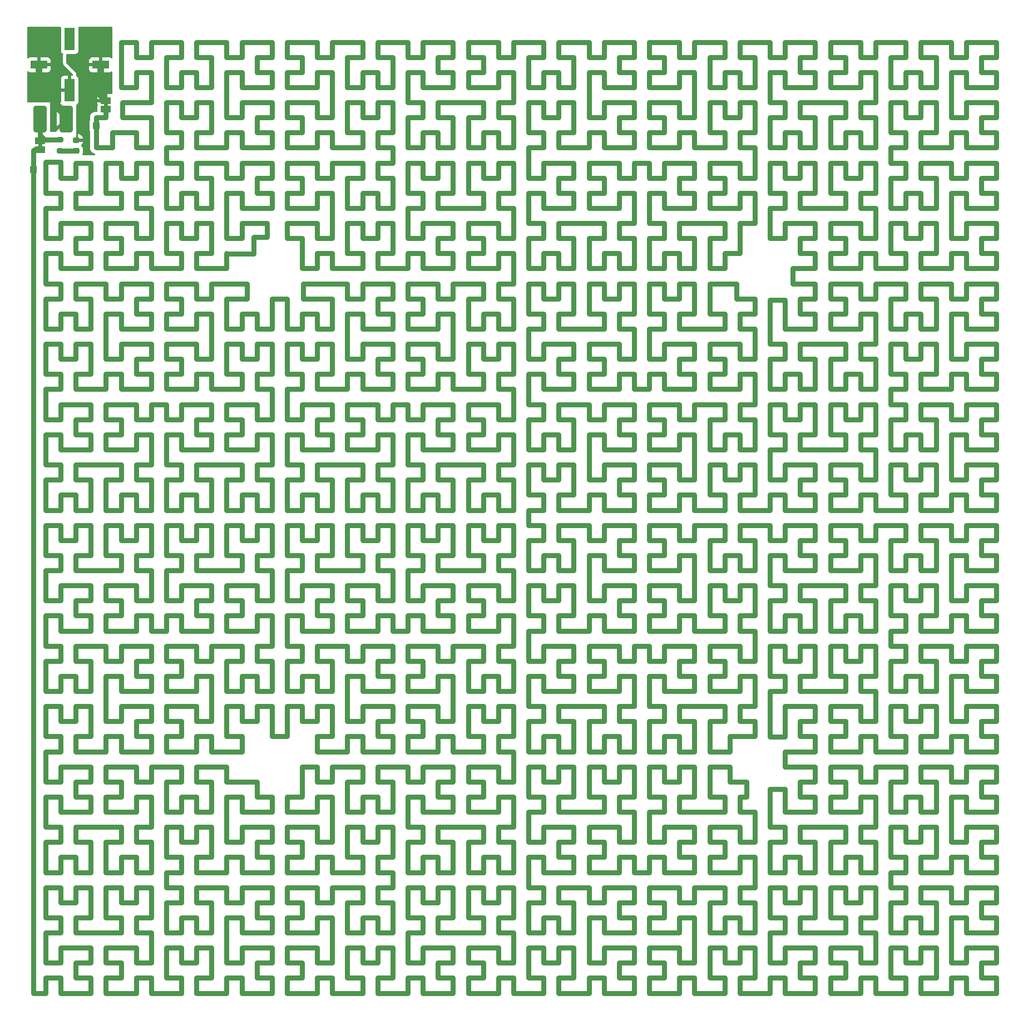
<source format=gbr>
%TF.GenerationSoftware,KiCad,Pcbnew,9.0.3-9.0.3-0~ubuntu24.04.1*%
%TF.CreationDate,2025-08-28T18:21:02-04:00*%
%TF.ProjectId,pcb-heater,7063622d-6865-4617-9465-722e6b696361,rev?*%
%TF.SameCoordinates,Original*%
%TF.FileFunction,Copper,L1,Top*%
%TF.FilePolarity,Positive*%
%FSLAX46Y46*%
G04 Gerber Fmt 4.6, Leading zero omitted, Abs format (unit mm)*
G04 Created by KiCad (PCBNEW 9.0.3-9.0.3-0~ubuntu24.04.1) date 2025-08-28 18:21:02*
%MOMM*%
%LPD*%
G01*
G04 APERTURE LIST*
G04 Aperture macros list*
%AMRoundRect*
0 Rectangle with rounded corners*
0 $1 Rounding radius*
0 $2 $3 $4 $5 $6 $7 $8 $9 X,Y pos of 4 corners*
0 Add a 4 corners polygon primitive as box body*
4,1,4,$2,$3,$4,$5,$6,$7,$8,$9,$2,$3,0*
0 Add four circle primitives for the rounded corners*
1,1,$1+$1,$2,$3*
1,1,$1+$1,$4,$5*
1,1,$1+$1,$6,$7*
1,1,$1+$1,$8,$9*
0 Add four rect primitives between the rounded corners*
20,1,$1+$1,$2,$3,$4,$5,0*
20,1,$1+$1,$4,$5,$6,$7,0*
20,1,$1+$1,$6,$7,$8,$9,0*
20,1,$1+$1,$8,$9,$2,$3,0*%
G04 Aperture macros list end*
%TA.AperFunction,EtchedComponent*%
%ADD10C,0.000000*%
%TD*%
%TA.AperFunction,SMDPad,CuDef*%
%ADD11R,1.500000X1.000000*%
%TD*%
%TA.AperFunction,SMDPad,CuDef*%
%ADD12RoundRect,0.300000X-0.700000X-1.700000X0.700000X-1.700000X0.700000X1.700000X-0.700000X1.700000X0*%
%TD*%
%TA.AperFunction,SMDPad,CuDef*%
%ADD13R,1.000000X1.000000*%
%TD*%
%TA.AperFunction,SMDPad,CuDef*%
%ADD14RoundRect,0.200000X-0.275000X0.200000X-0.275000X-0.200000X0.275000X-0.200000X0.275000X0.200000X0*%
%TD*%
%TA.AperFunction,SMDPad,CuDef*%
%ADD15R,2.540000X1.270000*%
%TD*%
%TA.AperFunction,SMDPad,CuDef*%
%ADD16R,1.650000X3.430000*%
%TD*%
%TA.AperFunction,SMDPad,CuDef*%
%ADD17RoundRect,0.218750X-0.256250X0.218750X-0.256250X-0.218750X0.256250X-0.218750X0.256250X0.218750X0*%
%TD*%
%TA.AperFunction,Conductor*%
%ADD18C,0.800000*%
%TD*%
%TA.AperFunction,Conductor*%
%ADD19C,1.000000*%
%TD*%
%TA.AperFunction,Conductor*%
%ADD20C,0.200000*%
%TD*%
G04 APERTURE END LIST*
D10*
%TA.AperFunction,EtchedComponent*%
%TO.C,JP2*%
G36*
X32800000Y-48750000D02*
G01*
X32200000Y-48750000D01*
X32200000Y-48250000D01*
X32800000Y-48250000D01*
X32800000Y-48750000D01*
G37*
%TD.AperFunction*%
%TA.AperFunction,EtchedComponent*%
%TO.C,JP1*%
G36*
X42800000Y-42600000D02*
G01*
X42200000Y-42600000D01*
X42200000Y-42100000D01*
X42800000Y-42100000D01*
X42800000Y-42600000D01*
G37*
%TD.AperFunction*%
%TD*%
D11*
%TO.P,JP2,1,A*%
%TO.N,+24V*%
X32500000Y-47850000D03*
%TO.P,JP2,2,B*%
%TO.N,HEATER*%
X32500000Y-49150000D03*
%TD*%
D12*
%TO.P,F1,1*%
%TO.N,+24V*%
X32500000Y-44500000D03*
%TO.P,F1,2*%
%TO.N,Net-(J1-Pin_1)*%
X36500000Y-44500000D03*
%TD*%
D13*
%TO.P,TP1,1,1*%
%TO.N,HEATER*%
X31500000Y-52250000D03*
%TD*%
D14*
%TO.P,R1,1*%
%TO.N,+24V*%
X35500000Y-47675000D03*
%TO.P,R1,2*%
%TO.N,Net-(D1-A)*%
X35500000Y-49325000D03*
%TD*%
D13*
%TO.P,TP2,1,1*%
%TO.N,HEATER*%
X41000000Y-45500000D03*
%TD*%
D11*
%TO.P,JP1,1,A*%
%TO.N,GND*%
X42500000Y-41700000D03*
%TO.P,JP1,2,B*%
%TO.N,HEATER*%
X42500000Y-43000000D03*
%TD*%
D15*
%TO.P,J1,1,Pin_1*%
%TO.N,Net-(J1-Pin_1)*%
X32300000Y-36250000D03*
%TO.P,J1,2,Pin_2*%
%TO.N,GND*%
X41700000Y-36250000D03*
D16*
%TO.P,J1,MP*%
%TO.N,Net-(J1-Pin_1)*%
X37000000Y-40135000D03*
%TO.N,N/C*%
X37000000Y-32365000D03*
%TD*%
D17*
%TO.P,D1,1,K*%
%TO.N,GND*%
X38000000Y-47752500D03*
%TO.P,D1,2,A*%
%TO.N,Net-(D1-A)*%
X38000000Y-49327500D03*
%TD*%
D18*
%TO.N,Net-(D1-A)*%
X35500000Y-49325000D02*
X37997500Y-49325000D01*
X37997500Y-49325000D02*
X38000000Y-49327500D01*
%TO.N,+24V*%
X32500000Y-44500000D02*
X32500000Y-47000000D01*
X33175000Y-47675000D02*
X32500000Y-47000000D01*
X35500000Y-47675000D02*
X33175000Y-47675000D01*
X32500000Y-47000000D02*
X32500000Y-47850000D01*
D19*
%TO.N,Net-(J1-Pin_1)*%
X32300000Y-39550000D02*
X36500000Y-43750000D01*
X32300000Y-36250000D02*
X32300000Y-39550000D01*
X36500000Y-43750000D02*
X36500000Y-44500000D01*
%TO.N,GND*%
X41700000Y-36250000D02*
X41700000Y-40900000D01*
D20*
X38000000Y-47752500D02*
X38000000Y-48000000D01*
D19*
X41700000Y-40900000D02*
X42500000Y-41700000D01*
D18*
%TO.N,HEATER*%
X86156250Y-69546875D02*
X86156250Y-71843750D01*
X102234375Y-55765625D02*
X104531250Y-55765625D01*
X33328125Y-147640625D02*
X33328125Y-152234375D01*
X109125000Y-51171875D02*
X113718750Y-51171875D01*
X47109375Y-81031250D02*
X47109375Y-83328125D01*
X106828125Y-60359375D02*
X109125000Y-60359375D01*
X88453125Y-81031250D02*
X88453125Y-78734375D01*
X141281250Y-156828125D02*
X138984375Y-156828125D01*
X58593750Y-120078125D02*
X58593750Y-122375000D01*
X122906250Y-44281250D02*
X120609375Y-44281250D01*
X164250000Y-37390625D02*
X166546875Y-37390625D01*
X132093750Y-152234375D02*
X132093750Y-154531250D01*
X33328125Y-175203125D02*
X33328125Y-177500000D01*
X145875000Y-76437500D02*
X145875000Y-72000000D01*
X74671875Y-120078125D02*
X76968750Y-120078125D01*
X122906250Y-48875000D02*
X118312500Y-48875000D01*
X49406250Y-67250000D02*
X49406250Y-64953125D01*
X118312500Y-94812500D02*
X118312500Y-92515625D01*
X76968750Y-64953125D02*
X74671875Y-64953125D01*
X102234375Y-122375000D02*
X97640625Y-122375000D01*
X99937500Y-51171875D02*
X97640625Y-51171875D01*
X67781250Y-152234375D02*
X67781250Y-154531250D01*
X129796875Y-83328125D02*
X132093750Y-83328125D01*
X120609375Y-140750000D02*
X122906250Y-140750000D01*
X152765625Y-129265625D02*
X155062500Y-129265625D01*
X97640625Y-64953125D02*
X99937500Y-64953125D01*
X164250000Y-154531250D02*
X164250000Y-152234375D01*
X58593750Y-83328125D02*
X56296875Y-83328125D01*
X99937500Y-78734375D02*
X97640625Y-78734375D01*
X95343750Y-136156250D02*
X95343750Y-129265625D01*
X104531250Y-97109375D02*
X104531250Y-92515625D01*
X81562500Y-133859375D02*
X86156250Y-133859375D01*
X171140625Y-145343750D02*
X173437500Y-145343750D01*
X56296875Y-159125000D02*
X56296875Y-156828125D01*
X164250000Y-143046875D02*
X164250000Y-145343750D01*
X65484375Y-113187500D02*
X65484375Y-110890625D01*
X63187500Y-32796875D02*
X67781250Y-32796875D01*
X157359375Y-46578125D02*
X157359375Y-48875000D01*
X47109375Y-101703125D02*
X47109375Y-104000000D01*
X74671875Y-177500000D02*
X70078125Y-177500000D01*
X83859375Y-44281250D02*
X81562500Y-44281250D01*
X145875000Y-44281250D02*
X143578125Y-44281250D01*
X134390625Y-170609375D02*
X134390625Y-175203125D01*
X95343750Y-81031250D02*
X95343750Y-74140625D01*
X72500000Y-69546875D02*
X79265625Y-69546875D01*
X49406250Y-161421875D02*
X47109375Y-161421875D01*
X157359375Y-136156250D02*
X159656250Y-136156250D01*
X70078125Y-62656250D02*
X70078125Y-60359375D01*
X63187500Y-126968750D02*
X60890625Y-126968750D01*
X111421875Y-46578125D02*
X113718750Y-46578125D01*
X104531250Y-110890625D02*
X104531250Y-106296875D01*
X145875000Y-149937500D02*
X145875000Y-146500000D01*
X104531250Y-120078125D02*
X102234375Y-120078125D01*
X138984375Y-39687500D02*
X141281250Y-39687500D01*
X90750000Y-71843750D02*
X88453125Y-71843750D01*
X118312500Y-106296875D02*
X122906250Y-106296875D01*
X81562500Y-78734375D02*
X86156250Y-78734375D01*
X54000000Y-106296875D02*
X51703125Y-106296875D01*
X120609375Y-83328125D02*
X120609375Y-85625000D01*
X93046875Y-106296875D02*
X93046875Y-108593750D01*
X49406250Y-168312500D02*
X47109375Y-168312500D01*
X155062500Y-64953125D02*
X155062500Y-62656250D01*
X164250000Y-32796875D02*
X164250000Y-35093750D01*
X138984375Y-104000000D02*
X138984375Y-101703125D01*
X56296875Y-126968750D02*
X58593750Y-126968750D01*
X37921875Y-113187500D02*
X37921875Y-110890625D01*
X157359375Y-97109375D02*
X157359375Y-99406250D01*
X88453125Y-83328125D02*
X90750000Y-83328125D01*
X54000000Y-35093750D02*
X51703125Y-35093750D01*
X56296875Y-106296875D02*
X56296875Y-108593750D01*
X150468750Y-172906250D02*
X148171875Y-172906250D01*
X63187500Y-154531250D02*
X63187500Y-152234375D01*
X60890625Y-90218750D02*
X60890625Y-87921875D01*
X51703125Y-106296875D02*
X51703125Y-110890625D01*
X40218750Y-94812500D02*
X35625000Y-94812500D01*
X58593750Y-41984375D02*
X56296875Y-41984375D01*
X178031250Y-69546875D02*
X178031250Y-71843750D01*
X51703125Y-168312500D02*
X54000000Y-168312500D01*
X111421875Y-106296875D02*
X116015625Y-106296875D01*
X67781250Y-104000000D02*
X67781250Y-99406250D01*
X175734375Y-83328125D02*
X178031250Y-83328125D01*
X63187500Y-76437500D02*
X63187500Y-74140625D01*
X58593750Y-71843750D02*
X58593750Y-69546875D01*
X44812500Y-175203125D02*
X44812500Y-172906250D01*
X44812500Y-168312500D02*
X37921875Y-168312500D01*
X99937500Y-159125000D02*
X99937500Y-156828125D01*
X33328125Y-51000000D02*
X33328125Y-55765625D01*
X132093750Y-131562500D02*
X127500000Y-131562500D01*
X145875000Y-106296875D02*
X150468750Y-106296875D01*
X90750000Y-172906250D02*
X90750000Y-170609375D01*
X129796875Y-145343750D02*
X127500000Y-145343750D01*
X51703125Y-131562500D02*
X51703125Y-129265625D01*
X129796875Y-94812500D02*
X125203125Y-94812500D01*
X67781250Y-99406250D02*
X65484375Y-99406250D01*
X157359375Y-35093750D02*
X159656250Y-35093750D01*
X159656250Y-147640625D02*
X157359375Y-147640625D01*
X155062500Y-129265625D02*
X155062500Y-131562500D01*
X90750000Y-35093750D02*
X90750000Y-32796875D01*
X86156250Y-64953125D02*
X86156250Y-60359375D01*
X74671875Y-51171875D02*
X74671875Y-53468750D01*
X44812500Y-166015625D02*
X44812500Y-168312500D01*
X95343750Y-154531250D02*
X93046875Y-154531250D01*
X157359375Y-41984375D02*
X159656250Y-41984375D01*
X157359375Y-172906250D02*
X159656250Y-172906250D01*
X97640625Y-83328125D02*
X99937500Y-83328125D01*
X65484375Y-76437500D02*
X67781250Y-76437500D01*
X65484375Y-104000000D02*
X67781250Y-104000000D01*
X102234375Y-133859375D02*
X102234375Y-136156250D01*
X161953125Y-90218750D02*
X161953125Y-94812500D01*
X60890625Y-177500000D02*
X56296875Y-177500000D01*
X178031250Y-145343750D02*
X175734375Y-145343750D01*
X122906250Y-62656250D02*
X120609375Y-62656250D01*
X122906250Y-120078125D02*
X122906250Y-122375000D01*
X164250000Y-97109375D02*
X161953125Y-97109375D01*
X67781250Y-110890625D02*
X67781250Y-106296875D01*
X161953125Y-115484375D02*
X161953125Y-120078125D01*
X157359375Y-53468750D02*
X155062500Y-53468750D01*
X102234375Y-170609375D02*
X102234375Y-172906250D01*
X58593750Y-138453125D02*
X56296875Y-138453125D01*
X157359375Y-110890625D02*
X157359375Y-113187500D01*
X63187500Y-97109375D02*
X63187500Y-99406250D01*
X161953125Y-41984375D02*
X161953125Y-46578125D01*
X99937500Y-101703125D02*
X102234375Y-101703125D01*
X109125000Y-115484375D02*
X106828125Y-115484375D01*
X155062500Y-145343750D02*
X152765625Y-145343750D01*
X145875000Y-126968750D02*
X145875000Y-124671875D01*
X97640625Y-138453125D02*
X99937500Y-138453125D01*
X97640625Y-62656250D02*
X97640625Y-60359375D01*
X155062500Y-62656250D02*
X152765625Y-62656250D01*
X102234375Y-129265625D02*
X102234375Y-131562500D01*
X86156250Y-76437500D02*
X81562500Y-76437500D01*
X79265625Y-149937500D02*
X81562500Y-149937500D01*
X60890625Y-32796875D02*
X60890625Y-35093750D01*
X49406250Y-87921875D02*
X51703125Y-87921875D01*
X164250000Y-117781250D02*
X164250000Y-115484375D01*
X79265625Y-145343750D02*
X79265625Y-149937500D01*
X54000000Y-154531250D02*
X54000000Y-152234375D01*
X97640625Y-94812500D02*
X97640625Y-92515625D01*
X155062500Y-81031250D02*
X152765625Y-81031250D01*
X116015625Y-67250000D02*
X118312500Y-67250000D01*
X35625000Y-87921875D02*
X40218750Y-87921875D01*
X120609375Y-136156250D02*
X120609375Y-133859375D01*
X122906250Y-133859375D02*
X122906250Y-129265625D01*
X109125000Y-110890625D02*
X111421875Y-110890625D01*
X44812500Y-147640625D02*
X44812500Y-145343750D01*
X102234375Y-53468750D02*
X99937500Y-53468750D01*
X33328125Y-126968750D02*
X33328125Y-131562500D01*
X35625000Y-101703125D02*
X37921875Y-101703125D01*
X88453125Y-44281250D02*
X88453125Y-48875000D01*
X150468750Y-159125000D02*
X150468750Y-154531250D01*
X159656250Y-145343750D02*
X159656250Y-143046875D01*
X44812500Y-51171875D02*
X42515625Y-51171875D01*
X125203125Y-48875000D02*
X125203125Y-46578125D01*
X40218750Y-149937500D02*
X35625000Y-149937500D01*
X175734375Y-55765625D02*
X178031250Y-55765625D01*
X40218750Y-159125000D02*
X40218750Y-154531250D01*
X138984375Y-126968750D02*
X141281250Y-126968750D01*
X116015625Y-101703125D02*
X116015625Y-104000000D01*
X102234375Y-159125000D02*
X104531250Y-159125000D01*
X141281250Y-55765625D02*
X138984375Y-55765625D01*
X111421875Y-99406250D02*
X109125000Y-99406250D01*
X109125000Y-124671875D02*
X113718750Y-124671875D01*
X88453125Y-35093750D02*
X90750000Y-35093750D01*
X79265625Y-71843750D02*
X81562500Y-71843750D01*
X95343750Y-161421875D02*
X93046875Y-161421875D01*
X60890625Y-37390625D02*
X60890625Y-44281250D01*
X49406250Y-126968750D02*
X47109375Y-126968750D01*
X161953125Y-156828125D02*
X164250000Y-156828125D01*
X88453125Y-136156250D02*
X88453125Y-133859375D01*
X83859375Y-126968750D02*
X83859375Y-129265625D01*
X99937500Y-136156250D02*
X99937500Y-133859375D01*
X47109375Y-161421875D02*
X47109375Y-163718750D01*
X125203125Y-99406250D02*
X125203125Y-97109375D01*
X129796875Y-149937500D02*
X129796875Y-147640625D01*
X122906250Y-156828125D02*
X120609375Y-156828125D01*
X106828125Y-113187500D02*
X109125000Y-113187500D01*
X74671875Y-133859375D02*
X74671875Y-136156250D01*
X67781250Y-90218750D02*
X67781250Y-85625000D01*
X31500000Y-49300000D02*
X31650000Y-49150000D01*
X76968750Y-104000000D02*
X76968750Y-99406250D01*
X164250000Y-166015625D02*
X166546875Y-166015625D01*
X166546875Y-147640625D02*
X166546875Y-149937500D01*
X166546875Y-74140625D02*
X166546875Y-76437500D01*
X136687500Y-117781250D02*
X136687500Y-115484375D01*
X79265625Y-104000000D02*
X81562500Y-104000000D01*
X166546875Y-76437500D02*
X168843750Y-76437500D01*
X125203125Y-143046875D02*
X125203125Y-147640625D01*
X132093750Y-53468750D02*
X129796875Y-53468750D01*
X168843750Y-168312500D02*
X168843750Y-163718750D01*
X37921875Y-129265625D02*
X37921875Y-131562500D01*
X171140625Y-35093750D02*
X173437500Y-35093750D01*
X178031250Y-124671875D02*
X178031250Y-126968750D01*
X132093750Y-81031250D02*
X129796875Y-81031250D01*
X43500000Y-48875000D02*
X43500000Y-46578125D01*
X104531250Y-99406250D02*
X102234375Y-99406250D01*
X106828125Y-69546875D02*
X106828125Y-74140625D01*
X72375000Y-166015625D02*
X72375000Y-163718750D01*
X145875000Y-46578125D02*
X148171875Y-46578125D01*
X81562500Y-58062500D02*
X81562500Y-55765625D01*
X99937500Y-71843750D02*
X97640625Y-71843750D01*
X86156250Y-99406250D02*
X83859375Y-99406250D01*
X143578125Y-168312500D02*
X143578125Y-172906250D01*
X109125000Y-44281250D02*
X109125000Y-41984375D01*
X74671875Y-140750000D02*
X74671875Y-138453125D01*
X76968750Y-115484375D02*
X76968750Y-117781250D01*
X148171875Y-159125000D02*
X150468750Y-159125000D01*
X161953125Y-101703125D02*
X164250000Y-101703125D01*
X116015625Y-51171875D02*
X120609375Y-51171875D01*
X178031250Y-120078125D02*
X178031250Y-122375000D01*
X178031250Y-166015625D02*
X178031250Y-168312500D01*
X157359375Y-92515625D02*
X159656250Y-92515625D01*
X60890625Y-92515625D02*
X63187500Y-92515625D01*
X129796875Y-106296875D02*
X129796875Y-108593750D01*
X145875000Y-39687500D02*
X145875000Y-37390625D01*
X83859375Y-83328125D02*
X86156250Y-83328125D01*
X173437500Y-60359375D02*
X178031250Y-60359375D01*
X40218750Y-138453125D02*
X40218750Y-133859375D01*
X152765625Y-147640625D02*
X155062500Y-147640625D01*
X150468750Y-87921875D02*
X148171875Y-87921875D01*
X54000000Y-62656250D02*
X54000000Y-60359375D01*
X113718750Y-58062500D02*
X109125000Y-58062500D01*
X129796875Y-110890625D02*
X129796875Y-113187500D01*
X134390625Y-129265625D02*
X136687500Y-129265625D01*
X47109375Y-163718750D02*
X44812500Y-163718750D01*
X65484375Y-136156250D02*
X63187500Y-136156250D01*
X74671875Y-106296875D02*
X74671875Y-108593750D01*
X49406250Y-106296875D02*
X47109375Y-106296875D01*
X86156250Y-87921875D02*
X88453125Y-87921875D01*
X67781250Y-166015625D02*
X67781250Y-168312500D01*
X88453125Y-131562500D02*
X88453125Y-129265625D01*
X111421875Y-120078125D02*
X113718750Y-120078125D01*
X104531250Y-133859375D02*
X102234375Y-133859375D01*
X109125000Y-46578125D02*
X109125000Y-48875000D01*
X37921875Y-120078125D02*
X40218750Y-120078125D01*
X58593750Y-149937500D02*
X58593750Y-145343750D01*
X86156250Y-140750000D02*
X81562500Y-140750000D01*
X141281250Y-126968750D02*
X141281250Y-122375000D01*
X157359375Y-51171875D02*
X157359375Y-53468750D01*
X54000000Y-81031250D02*
X51703125Y-81031250D01*
X148171875Y-122375000D02*
X150468750Y-122375000D01*
X171140625Y-147640625D02*
X171140625Y-154531250D01*
X51703125Y-46578125D02*
X54000000Y-46578125D01*
X125203125Y-115484375D02*
X129796875Y-115484375D01*
X37921875Y-147640625D02*
X40218750Y-147640625D01*
X166546875Y-41984375D02*
X166546875Y-44281250D01*
X93046875Y-166015625D02*
X95343750Y-166015625D01*
X47109375Y-74140625D02*
X49406250Y-74140625D01*
X76968750Y-35093750D02*
X76968750Y-32796875D01*
X37921875Y-69546875D02*
X42515625Y-69546875D01*
X155062500Y-51171875D02*
X152765625Y-51171875D01*
X132093750Y-106296875D02*
X136687500Y-106296875D01*
X51703125Y-129265625D02*
X54000000Y-129265625D01*
X148171875Y-41984375D02*
X155062500Y-41984375D01*
X159656250Y-131562500D02*
X157359375Y-131562500D01*
X56296875Y-101703125D02*
X56296875Y-104000000D01*
X127500000Y-129265625D02*
X125203125Y-129265625D01*
X81562500Y-69546875D02*
X86156250Y-69546875D01*
X145875000Y-48875000D02*
X145875000Y-46578125D01*
X106828125Y-62656250D02*
X106828125Y-67250000D01*
X67781250Y-172906250D02*
X65484375Y-172906250D01*
X65484375Y-145343750D02*
X65484375Y-147640625D01*
X74671875Y-143046875D02*
X74671875Y-145343750D01*
X83859375Y-48875000D02*
X83859375Y-46578125D01*
X178031250Y-159125000D02*
X173437500Y-159125000D01*
X65484375Y-147640625D02*
X67781250Y-147640625D01*
X159656250Y-71843750D02*
X159656250Y-69546875D01*
X125203125Y-120078125D02*
X127500000Y-120078125D01*
X143578125Y-37390625D02*
X143578125Y-41984375D01*
X102234375Y-83328125D02*
X104531250Y-83328125D01*
X72375000Y-67250000D02*
X72375000Y-62656250D01*
X143578125Y-138500000D02*
X145875000Y-138500000D01*
X65484375Y-97109375D02*
X67781250Y-97109375D01*
X88453125Y-110890625D02*
X90750000Y-110890625D01*
X102234375Y-46578125D02*
X102234375Y-48875000D01*
X44812500Y-81031250D02*
X44812500Y-78734375D01*
X118312500Y-87921875D02*
X122906250Y-87921875D01*
X173437500Y-156828125D02*
X171140625Y-156828125D01*
X81562500Y-161421875D02*
X81562500Y-163718750D01*
X171140625Y-124671875D02*
X171140625Y-126968750D01*
X157359375Y-58062500D02*
X157359375Y-55765625D01*
X118312500Y-41984375D02*
X122906250Y-41984375D01*
X138984375Y-156828125D02*
X138984375Y-159125000D01*
X99937500Y-97109375D02*
X99937500Y-99406250D01*
X120609375Y-90218750D02*
X120609375Y-92515625D01*
X95343750Y-60359375D02*
X95343750Y-62656250D01*
X102234375Y-124671875D02*
X104531250Y-124671875D01*
X166546875Y-85625000D02*
X166546875Y-83328125D01*
X51703125Y-161421875D02*
X54000000Y-161421875D01*
X49406250Y-90218750D02*
X49406250Y-87921875D01*
X51703125Y-53468750D02*
X51703125Y-58062500D01*
X120609375Y-58062500D02*
X116015625Y-58062500D01*
X33328125Y-97109375D02*
X35625000Y-97109375D01*
X70078125Y-55765625D02*
X72375000Y-55765625D01*
X60937500Y-65000000D02*
X60890625Y-64953125D01*
X106828125Y-175203125D02*
X109125000Y-175203125D01*
X168843750Y-64953125D02*
X168843750Y-60359375D01*
X157359375Y-120078125D02*
X157359375Y-122375000D01*
X113718750Y-140750000D02*
X113718750Y-136156250D01*
X111421875Y-110890625D02*
X111421875Y-113187500D01*
X122906250Y-126968750D02*
X122906250Y-124671875D01*
X157359375Y-170609375D02*
X157359375Y-172906250D01*
X122906250Y-115484375D02*
X122906250Y-117781250D01*
X178031250Y-129265625D02*
X178031250Y-131562500D01*
X33328125Y-76437500D02*
X35625000Y-76437500D01*
X148171875Y-64953125D02*
X150468750Y-64953125D01*
X56296875Y-46578125D02*
X58593750Y-46578125D01*
X58593750Y-92515625D02*
X58593750Y-94812500D01*
X157359375Y-124671875D02*
X157359375Y-126968750D01*
X148171875Y-55765625D02*
X150468750Y-55765625D01*
X111421875Y-97109375D02*
X111421875Y-99406250D01*
X122906250Y-149937500D02*
X120609375Y-149937500D01*
X54000000Y-161421875D02*
X54000000Y-163718750D01*
X99937500Y-53468750D02*
X99937500Y-51171875D01*
X148171875Y-87921875D02*
X148171875Y-90218750D01*
X138984375Y-85625000D02*
X134390625Y-85625000D01*
X70078125Y-149937500D02*
X70078125Y-147640625D01*
X171140625Y-138453125D02*
X171140625Y-140750000D01*
X138984375Y-131562500D02*
X134390625Y-131562500D01*
X58593750Y-87921875D02*
X58593750Y-90218750D01*
X86156250Y-41984375D02*
X83859375Y-41984375D01*
X47109375Y-175203125D02*
X47109375Y-177500000D01*
X74671875Y-90218750D02*
X74671875Y-92515625D01*
X166546875Y-161421875D02*
X171140625Y-161421875D01*
X145875000Y-115484375D02*
X145875000Y-117781250D01*
X81562500Y-147640625D02*
X83859375Y-147640625D01*
X60890625Y-122375000D02*
X60890625Y-120078125D01*
X95343750Y-120078125D02*
X95343750Y-122375000D01*
X134390625Y-131562500D02*
X134390625Y-129265625D01*
X116015625Y-166015625D02*
X116015625Y-172906250D01*
X134390625Y-152234375D02*
X138984375Y-152234375D01*
X132093750Y-99406250D02*
X132093750Y-92515625D01*
X175734375Y-99406250D02*
X175734375Y-101703125D01*
X173437500Y-74140625D02*
X171140625Y-74140625D01*
X127500000Y-143046875D02*
X125203125Y-143046875D01*
X127500000Y-126968750D02*
X127500000Y-124671875D01*
X171140625Y-74140625D02*
X171140625Y-81031250D01*
X125203125Y-46578125D02*
X127500000Y-46578125D01*
X54000000Y-60359375D02*
X51703125Y-60359375D01*
X109125000Y-94812500D02*
X109125000Y-92515625D01*
X113718750Y-46578125D02*
X113718750Y-41984375D01*
X95343750Y-71843750D02*
X95343750Y-69546875D01*
X33328125Y-138453125D02*
X35625000Y-138453125D01*
X90750000Y-147640625D02*
X88453125Y-147640625D01*
X120609375Y-138453125D02*
X120609375Y-140750000D01*
X56296875Y-71843750D02*
X58593750Y-71843750D01*
X143578125Y-106296875D02*
X143578125Y-108593750D01*
X51703125Y-113187500D02*
X51703125Y-117781250D01*
X152765625Y-101703125D02*
X155062500Y-101703125D01*
X129796875Y-172906250D02*
X132093750Y-172906250D01*
X129796875Y-48875000D02*
X125203125Y-48875000D01*
X47109375Y-104000000D02*
X49406250Y-104000000D01*
X132093750Y-37390625D02*
X129796875Y-37390625D01*
X93046875Y-147640625D02*
X95343750Y-147640625D01*
X76968750Y-106296875D02*
X74671875Y-106296875D01*
X104531250Y-172906250D02*
X104531250Y-168312500D01*
X113718750Y-83328125D02*
X113718750Y-85625000D01*
X155062500Y-71843750D02*
X152765625Y-71843750D01*
X109125000Y-81031250D02*
X109125000Y-78734375D01*
X60890625Y-64953125D02*
X60890625Y-67250000D01*
X134390625Y-108593750D02*
X134390625Y-113187500D01*
X148171875Y-71843750D02*
X148171875Y-74140625D01*
X81562500Y-140750000D02*
X81562500Y-138453125D01*
X35625000Y-94812500D02*
X35625000Y-92515625D01*
X111421875Y-147640625D02*
X113718750Y-147640625D01*
X99937500Y-163718750D02*
X99937500Y-161421875D01*
X49406250Y-71843750D02*
X47109375Y-71843750D01*
X145875000Y-124671875D02*
X143578125Y-124671875D01*
X104531250Y-78734375D02*
X102234375Y-78734375D01*
X136687500Y-156828125D02*
X136687500Y-154531250D01*
X44812500Y-154531250D02*
X42515625Y-154531250D01*
X56296875Y-136156250D02*
X58593750Y-136156250D01*
X122906250Y-172906250D02*
X120609375Y-172906250D01*
X152765625Y-175203125D02*
X155062500Y-175203125D01*
X51703125Y-124671875D02*
X56296875Y-124671875D01*
X125203125Y-97109375D02*
X129796875Y-97109375D01*
X175734375Y-62656250D02*
X175734375Y-64953125D01*
X42515625Y-69546875D02*
X42515625Y-71843750D01*
X93046875Y-145343750D02*
X93046875Y-147640625D01*
X63187500Y-106296875D02*
X60890625Y-106296875D01*
X178031250Y-172906250D02*
X175734375Y-172906250D01*
X67781250Y-85625000D02*
X65484375Y-85625000D01*
X97640625Y-104000000D02*
X99937500Y-104000000D01*
X58593750Y-60359375D02*
X56296875Y-60359375D01*
X56296875Y-35093750D02*
X56296875Y-32796875D01*
X111421875Y-177500000D02*
X111421875Y-175203125D01*
X164250000Y-76437500D02*
X164250000Y-74140625D01*
X168843750Y-83328125D02*
X168843750Y-78734375D01*
X47109375Y-94812500D02*
X42515625Y-94812500D01*
X111421875Y-62656250D02*
X111421875Y-60359375D01*
X178031250Y-92515625D02*
X178031250Y-94812500D01*
X116015625Y-110890625D02*
X116015625Y-117781250D01*
X161953125Y-161421875D02*
X164250000Y-161421875D01*
X143578125Y-55765625D02*
X145875000Y-55765625D01*
X86156250Y-90218750D02*
X86156250Y-87921875D01*
X122906250Y-41984375D02*
X122906250Y-44281250D01*
X65484375Y-106296875D02*
X65484375Y-108593750D01*
X58593750Y-126968750D02*
X58593750Y-124671875D01*
X99937500Y-35093750D02*
X97640625Y-35093750D01*
X106828125Y-104000000D02*
X106828125Y-106296875D01*
X132093750Y-143046875D02*
X129796875Y-143046875D01*
X106828125Y-74140625D02*
X109125000Y-74140625D01*
X54000000Y-41984375D02*
X51703125Y-41984375D01*
X166546875Y-48875000D02*
X166546875Y-46578125D01*
X93046875Y-101703125D02*
X93046875Y-104000000D01*
X164250000Y-152234375D02*
X161953125Y-152234375D01*
X125203125Y-67250000D02*
X127500000Y-67250000D01*
X152765625Y-55765625D02*
X155062500Y-55765625D01*
X35625000Y-110890625D02*
X35625000Y-113187500D01*
X132093750Y-159125000D02*
X127500000Y-159125000D01*
X178031250Y-140750000D02*
X173437500Y-140750000D01*
X132093750Y-87921875D02*
X136687500Y-87921875D01*
X74671875Y-124671875D02*
X79265625Y-124671875D01*
X102234375Y-74140625D02*
X102234375Y-76437500D01*
X164250000Y-81031250D02*
X164250000Y-78734375D01*
X97640625Y-78734375D02*
X97640625Y-83328125D01*
X134390625Y-175203125D02*
X136687500Y-175203125D01*
X79265625Y-126968750D02*
X81562500Y-126968750D01*
X102234375Y-32796875D02*
X102234375Y-35093750D01*
X141281250Y-168312500D02*
X141281250Y-163718750D01*
X145875000Y-32796875D02*
X150468750Y-32796875D01*
X88453125Y-90218750D02*
X90750000Y-90218750D01*
X148171875Y-92515625D02*
X150468750Y-92515625D01*
X58593750Y-163718750D02*
X56296875Y-163718750D01*
X99937500Y-76437500D02*
X99937500Y-74140625D01*
X49406250Y-44281250D02*
X45000000Y-44281250D01*
X171140625Y-83328125D02*
X171140625Y-85625000D01*
X65484375Y-129265625D02*
X65484375Y-131562500D01*
X127500000Y-145343750D02*
X127500000Y-143046875D01*
X88453125Y-51171875D02*
X88453125Y-55765625D01*
X58593750Y-129265625D02*
X56296875Y-129265625D01*
X109125000Y-67250000D02*
X109125000Y-64953125D01*
X116015625Y-87921875D02*
X116015625Y-90218750D01*
X56296875Y-145343750D02*
X56296875Y-143046875D01*
X161953125Y-78734375D02*
X161953125Y-83328125D01*
X106828125Y-101703125D02*
X109125000Y-101703125D01*
X33328125Y-71843750D02*
X33328125Y-76437500D01*
X134390625Y-147640625D02*
X136687500Y-147640625D01*
X95343750Y-159125000D02*
X95343750Y-154531250D01*
X40218750Y-67250000D02*
X35625000Y-67250000D01*
X67781250Y-159125000D02*
X63187500Y-159125000D01*
X138984375Y-101703125D02*
X141281250Y-101703125D01*
X116015625Y-122375000D02*
X111421875Y-122375000D01*
X118312500Y-92515625D02*
X116015625Y-92515625D01*
X86156250Y-104000000D02*
X86156250Y-99406250D01*
X74671875Y-172906250D02*
X76968750Y-172906250D01*
X171140625Y-92515625D02*
X171140625Y-99406250D01*
X150468750Y-44281250D02*
X148171875Y-44281250D01*
X143578125Y-41984375D02*
X145875000Y-41984375D01*
X171140625Y-106296875D02*
X171140625Y-108593750D01*
X136687500Y-99406250D02*
X136687500Y-97109375D01*
X143578125Y-72000000D02*
X143578125Y-78734375D01*
X129796875Y-60359375D02*
X136687500Y-60359375D01*
X166546875Y-115484375D02*
X166546875Y-117781250D01*
X60890625Y-166015625D02*
X60890625Y-172906250D01*
X83859375Y-94812500D02*
X79265625Y-94812500D01*
X97640625Y-35093750D02*
X97640625Y-32796875D01*
X35625000Y-172906250D02*
X35625000Y-170609375D01*
X44812500Y-69546875D02*
X49406250Y-69546875D01*
X150468750Y-60359375D02*
X150468750Y-62656250D01*
X129796875Y-133859375D02*
X136687500Y-133859375D01*
X44812500Y-138453125D02*
X42515625Y-138453125D01*
X138984375Y-147640625D02*
X140000000Y-147640625D01*
X83859375Y-92515625D02*
X83859375Y-94812500D01*
X35625000Y-51000000D02*
X33328125Y-51000000D01*
X49406250Y-145343750D02*
X49406250Y-143046875D01*
X86156250Y-48875000D02*
X83859375Y-48875000D01*
X166546875Y-55765625D02*
X166546875Y-58062500D01*
X58593750Y-53468750D02*
X56296875Y-53468750D01*
X65484375Y-122375000D02*
X60890625Y-122375000D01*
X136687500Y-101703125D02*
X136687500Y-104000000D01*
X122906250Y-175203125D02*
X122906250Y-177500000D01*
X125203125Y-37390625D02*
X127500000Y-37390625D01*
X138984375Y-108593750D02*
X138984375Y-106296875D01*
X79265625Y-117781250D02*
X79265625Y-115484375D01*
X164250000Y-110890625D02*
X166546875Y-110890625D01*
X65484375Y-87921875D02*
X65484375Y-90218750D01*
X44812500Y-113187500D02*
X37921875Y-113187500D01*
X58593750Y-175203125D02*
X58593750Y-170609375D01*
X104531250Y-145343750D02*
X104531250Y-140750000D01*
X168843750Y-90218750D02*
X166546875Y-90218750D01*
X42515625Y-94812500D02*
X42515625Y-92515625D01*
X60890625Y-156828125D02*
X60890625Y-159125000D01*
X86156250Y-71843750D02*
X83859375Y-71843750D01*
X118312500Y-126968750D02*
X116015625Y-126968750D01*
X86156250Y-138453125D02*
X86156250Y-140750000D01*
X164250000Y-156828125D02*
X164250000Y-159125000D01*
X47109375Y-90218750D02*
X49406250Y-90218750D01*
X90750000Y-143046875D02*
X95343750Y-143046875D01*
X81562500Y-32796875D02*
X81562500Y-35093750D01*
X95343750Y-92515625D02*
X95343750Y-94812500D01*
X44812500Y-159125000D02*
X44812500Y-156828125D01*
X116015625Y-46578125D02*
X116015625Y-48875000D01*
X95343750Y-83328125D02*
X93046875Y-83328125D01*
X178031250Y-117781250D02*
X175734375Y-117781250D01*
X125203125Y-44281250D02*
X125203125Y-41984375D01*
X116015625Y-92515625D02*
X116015625Y-99406250D01*
X129796875Y-39687500D02*
X125203125Y-39687500D01*
X148171875Y-161421875D02*
X148171875Y-163718750D01*
X104531250Y-106296875D02*
X102234375Y-106296875D01*
X97640625Y-55765625D02*
X99937500Y-55765625D01*
X109125000Y-85625000D02*
X109125000Y-83328125D01*
X136687500Y-35093750D02*
X134390625Y-35093750D01*
X148171875Y-175203125D02*
X150468750Y-175203125D01*
X109125000Y-64953125D02*
X111421875Y-64953125D01*
X65484375Y-35093750D02*
X65484375Y-37390625D01*
X51703125Y-58062500D02*
X54000000Y-58062500D01*
X83859375Y-53468750D02*
X83859375Y-51171875D01*
X157359375Y-104000000D02*
X152765625Y-104000000D01*
X93046875Y-76437500D02*
X88453125Y-76437500D01*
X95343750Y-104000000D02*
X95343750Y-99406250D01*
X116015625Y-177500000D02*
X111421875Y-177500000D01*
X93046875Y-58062500D02*
X93046875Y-55765625D01*
X159656250Y-154531250D02*
X157359375Y-154531250D01*
X56296875Y-64953125D02*
X58593750Y-64953125D01*
X47109375Y-48875000D02*
X49406250Y-48875000D01*
X132093750Y-55765625D02*
X132093750Y-58062500D01*
X64000000Y-69546875D02*
X64000000Y-71843750D01*
X56296875Y-90218750D02*
X56296875Y-92515625D01*
X120609375Y-133859375D02*
X122906250Y-133859375D01*
X113718750Y-124671875D02*
X113718750Y-126968750D01*
X72375000Y-44281250D02*
X70078125Y-44281250D01*
X159656250Y-48875000D02*
X159656250Y-44281250D01*
X125203125Y-74140625D02*
X127500000Y-74140625D01*
X155062500Y-147640625D02*
X155062500Y-145343750D01*
X145875000Y-78734375D02*
X145875000Y-81031250D01*
X79265625Y-64953125D02*
X81562500Y-64953125D01*
X90750000Y-55765625D02*
X90750000Y-58062500D01*
X79265625Y-85625000D02*
X74671875Y-85625000D01*
X76968750Y-143046875D02*
X81562500Y-143046875D01*
X63187500Y-55765625D02*
X60890625Y-55765625D01*
X111421875Y-83328125D02*
X113718750Y-83328125D01*
X83859375Y-97109375D02*
X86156250Y-97109375D01*
X175734375Y-175203125D02*
X178031250Y-175203125D01*
X150468750Y-35093750D02*
X148171875Y-35093750D01*
X111421875Y-94812500D02*
X113718750Y-94812500D01*
X132093750Y-67250000D02*
X132093750Y-62656250D01*
X47109375Y-32796875D02*
X47109375Y-35093750D01*
X173437500Y-90218750D02*
X173437500Y-87921875D01*
X76968750Y-145343750D02*
X76968750Y-143046875D01*
X166546875Y-35093750D02*
X166546875Y-32796875D01*
X118312500Y-67250000D02*
X118312500Y-64953125D01*
X74671875Y-85625000D02*
X74671875Y-83328125D01*
X49406250Y-110890625D02*
X49406250Y-106296875D01*
X118312500Y-113187500D02*
X118312500Y-110890625D01*
X74671875Y-126968750D02*
X74671875Y-124671875D01*
X134390625Y-69546875D02*
X134390625Y-74140625D01*
X35625000Y-161421875D02*
X33328125Y-161421875D01*
X81562500Y-97109375D02*
X81562500Y-99406250D01*
X164250000Y-74140625D02*
X166546875Y-74140625D01*
X67781250Y-175203125D02*
X67781250Y-177500000D01*
X178031250Y-143046875D02*
X178031250Y-145343750D01*
X150468750Y-76437500D02*
X145875000Y-76437500D01*
X54000000Y-74140625D02*
X54000000Y-71843750D01*
X138984375Y-122375000D02*
X138984375Y-120078125D01*
X120609375Y-145343750D02*
X118312500Y-145343750D01*
X120609375Y-81031250D02*
X122906250Y-81031250D01*
X74671875Y-81031250D02*
X72375000Y-81031250D01*
X118312500Y-108593750D02*
X118312500Y-106296875D01*
X70078125Y-147640625D02*
X72375000Y-147640625D01*
X138984375Y-177500000D02*
X138984375Y-175203125D01*
X37921875Y-71843750D02*
X37921875Y-69546875D01*
X155062500Y-175203125D02*
X155062500Y-172906250D01*
X88453125Y-69546875D02*
X93046875Y-69546875D01*
X44812500Y-108593750D02*
X44812500Y-106296875D01*
X148171875Y-108593750D02*
X148171875Y-110890625D01*
X125203125Y-175203125D02*
X127500000Y-175203125D01*
X95343750Y-115484375D02*
X95343750Y-117781250D01*
X164250000Y-175203125D02*
X164250000Y-177500000D01*
X81562500Y-104000000D02*
X81562500Y-101703125D01*
X72375000Y-78734375D02*
X70078125Y-78734375D01*
X178031250Y-101703125D02*
X178031250Y-104000000D01*
X113718750Y-81031250D02*
X111421875Y-81031250D01*
X178031250Y-163718750D02*
X175734375Y-163718750D01*
X93046875Y-113187500D02*
X93046875Y-110890625D01*
X72375000Y-156828125D02*
X72375000Y-154531250D01*
X72375000Y-92515625D02*
X70078125Y-92515625D01*
X122906250Y-161421875D02*
X122906250Y-163718750D01*
X129796875Y-143046875D02*
X129796875Y-145343750D01*
X67781250Y-51171875D02*
X67781250Y-53468750D01*
X143578125Y-177500000D02*
X138984375Y-177500000D01*
X143578125Y-81031250D02*
X143578125Y-85625000D01*
X106828125Y-161421875D02*
X109125000Y-161421875D01*
X168843750Y-175203125D02*
X168843750Y-170609375D01*
X127500000Y-53468750D02*
X127500000Y-51171875D01*
X129796875Y-126968750D02*
X129796875Y-129265625D01*
X116015625Y-90218750D02*
X118312500Y-90218750D01*
X37921875Y-110890625D02*
X40218750Y-110890625D01*
X138984375Y-60359375D02*
X141281250Y-60359375D01*
X132093750Y-110890625D02*
X129796875Y-110890625D01*
X152765625Y-62656250D02*
X152765625Y-60359375D01*
X164250000Y-64953125D02*
X164250000Y-67250000D01*
X118312500Y-120078125D02*
X116015625Y-120078125D01*
X120609375Y-62656250D02*
X120609375Y-60359375D01*
X86156250Y-117781250D02*
X86156250Y-113187500D01*
X97640625Y-48875000D02*
X99937500Y-48875000D01*
X148171875Y-37390625D02*
X150468750Y-37390625D01*
X109125000Y-69546875D02*
X106828125Y-69546875D01*
X173437500Y-170609375D02*
X178031250Y-170609375D01*
X88453125Y-143046875D02*
X88453125Y-145343750D01*
X70078125Y-175203125D02*
X72375000Y-175203125D01*
X90750000Y-161421875D02*
X88453125Y-161421875D01*
X83859375Y-117781250D02*
X86156250Y-117781250D01*
X93046875Y-129265625D02*
X93046875Y-131562500D01*
X74671875Y-117781250D02*
X74671875Y-120078125D01*
X70078125Y-37390625D02*
X72375000Y-37390625D01*
X35625000Y-166015625D02*
X35625000Y-168312500D01*
X93046875Y-85625000D02*
X88453125Y-85625000D01*
X152765625Y-159125000D02*
X155062500Y-159125000D01*
X54000000Y-156828125D02*
X54000000Y-159125000D01*
X164250000Y-163718750D02*
X161953125Y-163718750D01*
X166546875Y-163718750D02*
X166546875Y-161421875D01*
X116015625Y-143046875D02*
X116015625Y-147640625D01*
X157359375Y-138453125D02*
X157359375Y-140750000D01*
X134390625Y-159125000D02*
X134390625Y-156828125D01*
X90750000Y-129265625D02*
X90750000Y-126968750D01*
X157359375Y-99406250D02*
X159656250Y-99406250D01*
X138984375Y-168312500D02*
X141281250Y-168312500D01*
X93046875Y-168312500D02*
X93046875Y-166015625D01*
X65484375Y-131562500D02*
X67781250Y-131562500D01*
X178031250Y-60359375D02*
X178031250Y-62656250D01*
X33328125Y-133859375D02*
X33328125Y-138453125D01*
X129796875Y-154531250D02*
X129796875Y-156828125D01*
X173437500Y-129265625D02*
X171140625Y-129265625D01*
X159656250Y-110890625D02*
X157359375Y-110890625D01*
X102234375Y-168312500D02*
X102234375Y-166015625D01*
X122906250Y-117781250D02*
X120609375Y-117781250D01*
X88453125Y-117781250D02*
X90750000Y-117781250D01*
X40218750Y-51171875D02*
X37921875Y-51171875D01*
X173437500Y-92515625D02*
X171140625Y-92515625D01*
X67781250Y-170609375D02*
X67781250Y-172906250D01*
X49406250Y-172906250D02*
X49406250Y-168312500D01*
X65484375Y-117781250D02*
X67781250Y-117781250D01*
X70078125Y-35093750D02*
X70078125Y-32796875D01*
X136687500Y-122375000D02*
X132093750Y-122375000D01*
X150468750Y-110890625D02*
X150468750Y-113187500D01*
X134390625Y-85625000D02*
X134390625Y-83328125D01*
X175734375Y-138453125D02*
X178031250Y-138453125D01*
X67781250Y-168312500D02*
X63187500Y-168312500D01*
X173437500Y-106296875D02*
X178031250Y-106296875D01*
X178031250Y-131562500D02*
X173437500Y-131562500D01*
X106828125Y-67250000D02*
X109125000Y-67250000D01*
X138984375Y-94812500D02*
X141281250Y-94812500D01*
X178031250Y-44281250D02*
X175734375Y-44281250D01*
X161953125Y-152234375D02*
X161953125Y-156828125D01*
X106828125Y-163718750D02*
X106828125Y-168312500D01*
X143578125Y-101703125D02*
X143578125Y-104000000D01*
X178031250Y-104000000D02*
X173437500Y-104000000D01*
X76968750Y-138453125D02*
X76968750Y-133859375D01*
X178031250Y-156828125D02*
X178031250Y-159125000D01*
X104531250Y-71843750D02*
X102234375Y-71843750D01*
X37921875Y-104000000D02*
X40218750Y-104000000D01*
X49406250Y-143046875D02*
X54000000Y-143046875D01*
X171140625Y-129265625D02*
X171140625Y-136156250D01*
X56296875Y-172906250D02*
X54000000Y-172906250D01*
X109125000Y-106296875D02*
X109125000Y-108593750D01*
X72375000Y-136156250D02*
X72375000Y-133859375D01*
X145875000Y-122375000D02*
X145875000Y-120078125D01*
X122906250Y-110890625D02*
X122906250Y-113187500D01*
X56296875Y-166015625D02*
X56296875Y-168312500D01*
X60890625Y-145343750D02*
X65484375Y-145343750D01*
X60890625Y-175203125D02*
X60890625Y-177500000D01*
X65484375Y-115484375D02*
X65484375Y-117781250D01*
X44812500Y-117781250D02*
X42515625Y-117781250D01*
X72375000Y-117781250D02*
X72375000Y-115484375D01*
X88453125Y-106296875D02*
X88453125Y-110890625D01*
X116015625Y-104000000D02*
X111421875Y-104000000D01*
X83859375Y-154531250D02*
X81562500Y-154531250D01*
X104531250Y-117781250D02*
X104531250Y-113187500D01*
X138984375Y-159125000D02*
X134390625Y-159125000D01*
X132093750Y-108593750D02*
X132093750Y-106296875D01*
X116015625Y-140750000D02*
X118312500Y-140750000D01*
X97640625Y-120078125D02*
X99937500Y-120078125D01*
X76968750Y-175203125D02*
X74671875Y-175203125D01*
X76968750Y-126968750D02*
X74671875Y-126968750D01*
X168843750Y-41984375D02*
X166546875Y-41984375D01*
X72375000Y-120078125D02*
X70078125Y-120078125D01*
X54000000Y-39687500D02*
X54000000Y-37390625D01*
X86156250Y-175203125D02*
X86156250Y-170609375D01*
X155062500Y-87921875D02*
X152765625Y-87921875D01*
X150468750Y-62656250D02*
X148171875Y-62656250D01*
X102234375Y-64953125D02*
X102234375Y-67250000D01*
X166546875Y-39687500D02*
X168843750Y-39687500D01*
X104531250Y-76437500D02*
X104531250Y-71843750D01*
X42515625Y-71843750D02*
X44812500Y-71843750D01*
X83859375Y-136156250D02*
X83859375Y-138453125D01*
X35625000Y-58062500D02*
X33328125Y-58062500D01*
X51703125Y-145343750D02*
X51703125Y-149937500D01*
X173437500Y-85625000D02*
X173437500Y-83328125D01*
X51703125Y-69546875D02*
X56296875Y-69546875D01*
X95343750Y-90218750D02*
X93046875Y-90218750D01*
X37921875Y-140750000D02*
X37921875Y-138453125D01*
X104531250Y-62656250D02*
X104531250Y-58062500D01*
X44812500Y-104000000D02*
X44812500Y-101703125D01*
X155062500Y-74140625D02*
X155062500Y-71843750D01*
X159656250Y-122375000D02*
X159656250Y-117781250D01*
X37921875Y-58062500D02*
X37921875Y-55765625D01*
X44812500Y-39687500D02*
X44812500Y-32796875D01*
X141281250Y-71843750D02*
X138500000Y-71843750D01*
X143578125Y-35093750D02*
X145875000Y-35093750D01*
X125203125Y-62656250D02*
X125203125Y-67250000D01*
X145875000Y-108593750D02*
X145875000Y-106296875D01*
X90750000Y-136156250D02*
X88453125Y-136156250D01*
X136687500Y-94812500D02*
X136687500Y-92515625D01*
X93046875Y-41984375D02*
X99937500Y-41984375D01*
X136687500Y-90218750D02*
X134390625Y-90218750D01*
X76968750Y-51171875D02*
X81562500Y-51171875D01*
X116015625Y-161421875D02*
X116015625Y-163718750D01*
X47109375Y-149937500D02*
X42515625Y-149937500D01*
X83859375Y-87921875D02*
X83859375Y-90218750D01*
X60890625Y-104000000D02*
X63187500Y-104000000D01*
X95343750Y-110890625D02*
X95343750Y-106296875D01*
X122906250Y-97109375D02*
X122906250Y-99406250D01*
X141281250Y-101703125D02*
X141281250Y-97109375D01*
X129796875Y-108593750D02*
X132093750Y-108593750D01*
X54000000Y-53468750D02*
X51703125Y-53468750D01*
X95343750Y-175203125D02*
X95343750Y-177500000D01*
X81562500Y-166015625D02*
X83859375Y-166015625D01*
X175734375Y-129265625D02*
X178031250Y-129265625D01*
X37921875Y-163718750D02*
X35625000Y-163718750D01*
X95343750Y-62656250D02*
X93046875Y-62656250D01*
X56296875Y-55765625D02*
X56296875Y-58062500D01*
X99937500Y-147640625D02*
X99937500Y-145343750D01*
X102234375Y-154531250D02*
X102234375Y-152234375D01*
X74671875Y-168312500D02*
X70078125Y-168312500D01*
X35625000Y-83328125D02*
X35625000Y-85625000D01*
X125203125Y-172906250D02*
X125203125Y-170609375D01*
X111421875Y-101703125D02*
X113718750Y-101703125D01*
X129796875Y-177500000D02*
X125203125Y-177500000D01*
X44812500Y-106296875D02*
X42515625Y-106296875D01*
X148171875Y-138453125D02*
X150468750Y-138453125D01*
X47109375Y-67250000D02*
X42515625Y-67250000D01*
X63187500Y-85625000D02*
X58593750Y-85625000D01*
X125203125Y-53468750D02*
X127500000Y-53468750D01*
X166546875Y-67250000D02*
X166546875Y-64953125D01*
X70078125Y-159125000D02*
X70078125Y-156828125D01*
X99937500Y-48875000D02*
X99937500Y-46578125D01*
X106828125Y-97109375D02*
X106828125Y-101703125D01*
X35625000Y-71843750D02*
X33328125Y-71843750D01*
X72375000Y-74140625D02*
X74671875Y-74140625D01*
X88453125Y-64953125D02*
X88453125Y-67250000D01*
X118312500Y-156828125D02*
X118312500Y-154531250D01*
X164250000Y-136156250D02*
X164250000Y-133859375D01*
X72375000Y-110890625D02*
X72375000Y-113187500D01*
X125203125Y-83328125D02*
X125203125Y-85625000D01*
X83859375Y-101703125D02*
X83859375Y-104000000D01*
X127500000Y-133859375D02*
X127500000Y-136156250D01*
X65484375Y-92515625D02*
X65484375Y-94812500D01*
X143578125Y-117781250D02*
X143578125Y-122375000D01*
X86156250Y-170609375D02*
X83859375Y-170609375D01*
X79265625Y-60359375D02*
X79265625Y-64953125D01*
X132093750Y-83328125D02*
X132093750Y-85625000D01*
X70078125Y-92515625D02*
X70078125Y-97109375D01*
X49406250Y-78734375D02*
X49406250Y-81031250D01*
X35625000Y-62656250D02*
X35625000Y-60359375D01*
X171140625Y-136156250D02*
X173437500Y-136156250D01*
X44812500Y-145343750D02*
X42515625Y-145343750D01*
X99937500Y-64953125D02*
X99937500Y-62656250D01*
X111421875Y-138453125D02*
X111421875Y-140750000D01*
X37921875Y-126968750D02*
X37921875Y-124671875D01*
X161953125Y-76437500D02*
X164250000Y-76437500D01*
X49406250Y-35093750D02*
X49406250Y-32796875D01*
X141281250Y-113187500D02*
X141281250Y-108593750D01*
X125203125Y-122375000D02*
X125203125Y-120078125D01*
X166546875Y-83328125D02*
X168843750Y-83328125D01*
X122906250Y-106296875D02*
X122906250Y-108593750D01*
X42515625Y-154531250D02*
X42515625Y-159125000D01*
X109125000Y-99406250D02*
X109125000Y-97109375D01*
X138984375Y-124671875D02*
X138984375Y-126968750D01*
X111421875Y-133859375D02*
X118312500Y-133859375D01*
X42515625Y-136156250D02*
X44812500Y-136156250D01*
X76968750Y-76437500D02*
X76968750Y-71843750D01*
X161953125Y-131562500D02*
X164250000Y-131562500D01*
X65484375Y-74140625D02*
X65484375Y-76437500D01*
X37921875Y-85625000D02*
X37921875Y-83328125D01*
X97640625Y-67250000D02*
X97640625Y-64953125D01*
X150468750Y-99406250D02*
X148171875Y-99406250D01*
X65484375Y-175203125D02*
X67781250Y-175203125D01*
X145875000Y-133859375D02*
X150468750Y-133859375D01*
X86156250Y-161421875D02*
X86156250Y-159125000D01*
X157359375Y-81031250D02*
X157359375Y-78734375D01*
X81562500Y-55765625D02*
X83859375Y-55765625D01*
X72375000Y-163718750D02*
X70078125Y-163718750D01*
X111421875Y-92515625D02*
X111421875Y-94812500D01*
X143578125Y-175203125D02*
X143578125Y-177500000D01*
X81562500Y-99406250D02*
X79265625Y-99406250D01*
X132093750Y-51171875D02*
X132093750Y-53468750D01*
X83859375Y-81031250D02*
X83859375Y-83328125D01*
X99937500Y-110890625D02*
X99937500Y-113187500D01*
X72375000Y-133859375D02*
X70078125Y-133859375D01*
X56296875Y-120078125D02*
X58593750Y-120078125D01*
X44812500Y-131562500D02*
X44812500Y-129265625D01*
X159656250Y-115484375D02*
X159656250Y-110890625D01*
X90750000Y-163718750D02*
X90750000Y-161421875D01*
X171140625Y-85625000D02*
X166546875Y-85625000D01*
X129796875Y-156828125D02*
X132093750Y-156828125D01*
X79265625Y-168312500D02*
X81562500Y-168312500D01*
X140000000Y-147640625D02*
X140000000Y-145343750D01*
X157359375Y-159125000D02*
X159656250Y-159125000D01*
X33328125Y-62656250D02*
X35625000Y-62656250D01*
X136687500Y-126968750D02*
X134390625Y-126968750D01*
X83859375Y-106296875D02*
X83859375Y-108593750D01*
X134390625Y-156828125D02*
X136687500Y-156828125D01*
X168843750Y-46578125D02*
X168843750Y-41984375D01*
X79265625Y-74140625D02*
X79265625Y-81031250D01*
X88453125Y-122375000D02*
X86156250Y-122375000D01*
X58593750Y-81031250D02*
X58593750Y-74140625D01*
X137500000Y-145343750D02*
X137500000Y-143046875D01*
X113718750Y-143046875D02*
X111421875Y-143046875D01*
X155062500Y-35093750D02*
X152765625Y-35093750D01*
X102234375Y-145343750D02*
X104531250Y-145343750D01*
X102234375Y-172906250D02*
X104531250Y-172906250D01*
X157359375Y-67250000D02*
X152765625Y-67250000D01*
X159656250Y-99406250D02*
X159656250Y-94812500D01*
X175734375Y-101703125D02*
X178031250Y-101703125D01*
X76968750Y-156828125D02*
X74671875Y-156828125D01*
X157359375Y-156828125D02*
X157359375Y-159125000D01*
X157359375Y-147640625D02*
X157359375Y-149937500D01*
X102234375Y-140750000D02*
X102234375Y-138453125D01*
X33328125Y-177500000D02*
X31500000Y-177500000D01*
X104531250Y-48875000D02*
X104531250Y-44281250D01*
X81562500Y-136156250D02*
X81562500Y-133859375D01*
X44812500Y-172906250D02*
X42515625Y-172906250D01*
X171140625Y-46578125D02*
X171140625Y-48875000D01*
X118312500Y-35093750D02*
X118312500Y-32796875D01*
X122906250Y-55765625D02*
X120609375Y-55765625D01*
X171140625Y-44281250D02*
X173437500Y-44281250D01*
X150468750Y-101703125D02*
X150468750Y-104000000D01*
X44812500Y-124671875D02*
X49406250Y-124671875D01*
X161953125Y-168312500D02*
X164250000Y-168312500D01*
X120609375Y-172906250D02*
X120609375Y-175203125D01*
X95343750Y-44281250D02*
X93046875Y-44281250D01*
X60890625Y-161421875D02*
X60890625Y-163718750D01*
X173437500Y-143046875D02*
X178031250Y-143046875D01*
X118312500Y-53468750D02*
X116015625Y-53468750D01*
X171140625Y-90218750D02*
X173437500Y-90218750D01*
X63187500Y-35093750D02*
X63187500Y-32796875D01*
X164250000Y-133859375D02*
X161953125Y-133859375D01*
X65484375Y-85625000D02*
X65484375Y-83328125D01*
X134390625Y-143046875D02*
X134390625Y-147640625D01*
X171140625Y-122375000D02*
X166546875Y-122375000D01*
X93046875Y-133859375D02*
X93046875Y-136156250D01*
X90750000Y-113187500D02*
X88453125Y-113187500D01*
X49406250Y-32796875D02*
X54000000Y-32796875D01*
X113718750Y-120078125D02*
X113718750Y-115484375D01*
X95343750Y-37390625D02*
X95343750Y-39687500D01*
X178031250Y-106296875D02*
X178031250Y-108593750D01*
X79265625Y-136156250D02*
X81562500Y-136156250D01*
X86156250Y-136156250D02*
X83859375Y-136156250D01*
X109125000Y-154531250D02*
X109125000Y-152234375D01*
X173437500Y-126968750D02*
X173437500Y-124671875D01*
X35625000Y-104000000D02*
X35625000Y-101703125D01*
X150468750Y-143046875D02*
X150468750Y-145343750D01*
X97640625Y-76437500D02*
X99937500Y-76437500D01*
X155062500Y-37390625D02*
X155062500Y-35093750D01*
X152765625Y-37390625D02*
X155062500Y-37390625D01*
X47109375Y-115484375D02*
X47109375Y-117781250D01*
X70078125Y-39687500D02*
X70078125Y-37390625D01*
X97640625Y-60359375D02*
X102234375Y-60359375D01*
X47109375Y-71843750D02*
X47109375Y-74140625D01*
X175734375Y-154531250D02*
X175734375Y-156828125D01*
X161953125Y-159125000D02*
X161953125Y-161421875D01*
X109125000Y-41984375D02*
X106828125Y-41984375D01*
X90750000Y-110890625D02*
X90750000Y-113187500D01*
X125203125Y-87921875D02*
X129796875Y-87921875D01*
X175734375Y-64953125D02*
X178031250Y-64953125D01*
X127500000Y-156828125D02*
X125203125Y-156828125D01*
X125203125Y-140750000D02*
X127500000Y-140750000D01*
X113718750Y-152234375D02*
X113718750Y-154531250D01*
X54000000Y-120078125D02*
X51703125Y-120078125D01*
X166546875Y-60359375D02*
X166546875Y-62656250D01*
X118312500Y-147640625D02*
X118312500Y-149937500D01*
X106828125Y-90218750D02*
X106828125Y-94812500D01*
X118312500Y-90218750D02*
X118312500Y-87921875D01*
X106828125Y-129265625D02*
X106828125Y-133859375D01*
X138984375Y-97109375D02*
X138984375Y-99406250D01*
X102234375Y-94812500D02*
X97640625Y-94812500D01*
X129796875Y-117781250D02*
X132093750Y-117781250D01*
X168843750Y-71843750D02*
X166546875Y-71843750D01*
X67781250Y-78734375D02*
X65484375Y-78734375D01*
X99937500Y-85625000D02*
X95343750Y-85625000D01*
X113718750Y-126968750D02*
X111421875Y-126968750D01*
X60890625Y-53468750D02*
X63187500Y-53468750D01*
X118312500Y-177500000D02*
X118312500Y-175203125D01*
X113718750Y-163718750D02*
X111421875Y-163718750D01*
X99937500Y-154531250D02*
X97640625Y-154531250D01*
X175734375Y-74140625D02*
X178031250Y-74140625D01*
X102234375Y-120078125D02*
X102234375Y-122375000D01*
X150468750Y-161421875D02*
X148171875Y-161421875D01*
X118312500Y-163718750D02*
X118312500Y-161421875D01*
X56296875Y-78734375D02*
X56296875Y-81031250D01*
X51703125Y-152234375D02*
X51703125Y-156828125D01*
X99937500Y-69546875D02*
X99937500Y-71843750D01*
X70078125Y-44281250D02*
X70078125Y-41984375D01*
X122906250Y-35093750D02*
X120609375Y-35093750D01*
X159656250Y-87921875D02*
X157359375Y-87921875D01*
X122906250Y-159125000D02*
X122906250Y-156828125D01*
X83859375Y-67250000D02*
X83859375Y-64953125D01*
X44812500Y-76437500D02*
X44812500Y-74140625D01*
X99937500Y-90218750D02*
X97640625Y-90218750D01*
X104531250Y-35093750D02*
X104531250Y-32796875D01*
X95343750Y-94812500D02*
X90750000Y-94812500D01*
X173437500Y-62656250D02*
X173437500Y-60359375D01*
X70078125Y-53468750D02*
X70078125Y-51171875D01*
X81562500Y-41984375D02*
X79265625Y-41984375D01*
X99937500Y-104000000D02*
X99937500Y-101703125D01*
X127500000Y-136156250D02*
X125203125Y-136156250D01*
X56296875Y-168312500D02*
X58593750Y-168312500D01*
X143578125Y-99406250D02*
X145875000Y-99406250D01*
X51703125Y-138453125D02*
X54000000Y-138453125D01*
X159656250Y-172906250D02*
X159656250Y-168312500D01*
X132093750Y-69546875D02*
X129796875Y-69546875D01*
X76968750Y-110890625D02*
X76968750Y-106296875D01*
X159656250Y-101703125D02*
X157359375Y-101703125D01*
X118312500Y-60359375D02*
X118312500Y-62656250D01*
X70078125Y-48875000D02*
X70078125Y-46578125D01*
X147000000Y-67250000D02*
X147000000Y-69546875D01*
X60890625Y-35093750D02*
X63187500Y-35093750D01*
X164250000Y-85625000D02*
X161953125Y-85625000D01*
X166546875Y-46578125D02*
X168843750Y-46578125D01*
X145875000Y-166015625D02*
X145875000Y-168312500D01*
X118312500Y-110890625D02*
X116015625Y-110890625D01*
X81562500Y-76437500D02*
X81562500Y-74140625D01*
X145875000Y-172906250D02*
X145875000Y-170609375D01*
X63187500Y-104000000D02*
X63187500Y-101703125D01*
X120609375Y-53468750D02*
X122906250Y-53468750D01*
X42515625Y-149937500D02*
X42515625Y-147640625D01*
X132093750Y-62656250D02*
X129796875Y-62656250D01*
X127500000Y-44281250D02*
X125203125Y-44281250D01*
X37921875Y-81031250D02*
X35625000Y-81031250D01*
X65484375Y-163718750D02*
X65484375Y-166015625D01*
X90750000Y-138453125D02*
X90750000Y-136156250D01*
X97640625Y-122375000D02*
X97640625Y-120078125D01*
X150468750Y-117781250D02*
X148171875Y-117781250D01*
X175734375Y-120078125D02*
X178031250Y-120078125D01*
X143578125Y-122375000D02*
X145875000Y-122375000D01*
X161953125Y-113187500D02*
X164250000Y-113187500D01*
X79265625Y-94812500D02*
X79265625Y-92515625D01*
X88453125Y-55765625D02*
X90750000Y-55765625D01*
X60890625Y-172906250D02*
X63187500Y-172906250D01*
X109125000Y-156828125D02*
X106828125Y-156828125D01*
X166546875Y-124671875D02*
X171140625Y-124671875D01*
X129796875Y-92515625D02*
X129796875Y-94812500D01*
X122906250Y-122375000D02*
X118312500Y-122375000D01*
X173437500Y-145343750D02*
X173437500Y-143046875D01*
X150468750Y-140750000D02*
X145875000Y-140750000D01*
X134390625Y-97109375D02*
X134390625Y-101703125D01*
X40218750Y-172906250D02*
X37921875Y-172906250D01*
X81562500Y-163718750D02*
X79265625Y-163718750D01*
X83859375Y-149937500D02*
X86156250Y-149937500D01*
X178031250Y-99406250D02*
X175734375Y-99406250D01*
X129796875Y-138453125D02*
X129796875Y-140750000D01*
X95343750Y-138453125D02*
X93046875Y-138453125D01*
X134390625Y-41984375D02*
X134390625Y-46578125D01*
X63187500Y-51171875D02*
X67781250Y-51171875D01*
X79265625Y-156828125D02*
X81562500Y-156828125D01*
X83859375Y-32796875D02*
X88453125Y-32796875D01*
X166546875Y-149937500D02*
X168843750Y-149937500D01*
X88453125Y-71843750D02*
X88453125Y-69546875D01*
X136687500Y-154531250D02*
X134390625Y-154531250D01*
X118312500Y-161421875D02*
X122906250Y-161421875D01*
X171140625Y-71843750D02*
X173437500Y-71843750D01*
X109125000Y-172906250D02*
X109125000Y-170609375D01*
X118312500Y-117781250D02*
X118312500Y-115484375D01*
X118312500Y-138453125D02*
X120609375Y-138453125D01*
X132093750Y-58062500D02*
X127500000Y-58062500D01*
X111421875Y-122375000D02*
X111421875Y-120078125D01*
X76968750Y-48875000D02*
X76968750Y-46578125D01*
X136687500Y-108593750D02*
X134390625Y-108593750D01*
X125203125Y-108593750D02*
X125203125Y-106296875D01*
X116015625Y-58062500D02*
X116015625Y-55765625D01*
X74671875Y-97109375D02*
X81562500Y-97109375D01*
X65484375Y-154531250D02*
X65484375Y-156828125D01*
X63187500Y-163718750D02*
X63187500Y-161421875D01*
X79265625Y-35093750D02*
X79265625Y-39687500D01*
X44812500Y-126968750D02*
X44812500Y-124671875D01*
X168843750Y-131562500D02*
X168843750Y-126968750D01*
X47109375Y-99406250D02*
X47109375Y-97109375D01*
X164250000Y-48875000D02*
X161953125Y-48875000D01*
X49406250Y-81031250D02*
X47109375Y-81031250D01*
X157359375Y-87921875D02*
X157359375Y-90218750D01*
X65484375Y-53468750D02*
X65484375Y-55765625D01*
X42515625Y-138453125D02*
X42515625Y-140750000D01*
X166546875Y-166015625D02*
X166546875Y-168312500D01*
X125203125Y-136156250D02*
X125203125Y-140750000D01*
X56296875Y-177500000D02*
X56296875Y-175203125D01*
X122906250Y-124671875D02*
X125203125Y-124671875D01*
X178031250Y-55765625D02*
X178031250Y-58062500D01*
X97640625Y-159125000D02*
X99937500Y-159125000D01*
X125203125Y-126968750D02*
X127500000Y-126968750D01*
X97640625Y-126968750D02*
X97640625Y-131562500D01*
X138500000Y-69546875D02*
X134390625Y-69546875D01*
X99937500Y-46578125D02*
X102234375Y-46578125D01*
X102234375Y-156828125D02*
X102234375Y-159125000D01*
X74671875Y-76437500D02*
X76968750Y-76437500D01*
X122906250Y-108593750D02*
X120609375Y-108593750D01*
X95343750Y-124671875D02*
X99937500Y-124671875D01*
X88453125Y-99406250D02*
X88453125Y-104000000D01*
X95343750Y-87921875D02*
X95343750Y-90218750D01*
X178031250Y-113187500D02*
X173437500Y-113187500D01*
X173437500Y-78734375D02*
X178031250Y-78734375D01*
X74671875Y-101703125D02*
X74671875Y-104000000D01*
X129796875Y-90218750D02*
X132093750Y-90218750D01*
X63187500Y-138453125D02*
X63187500Y-140750000D01*
X157359375Y-83328125D02*
X157359375Y-85625000D01*
X83859375Y-104000000D02*
X86156250Y-104000000D01*
X81562500Y-92515625D02*
X81562500Y-90218750D01*
X88453125Y-124671875D02*
X93046875Y-124671875D01*
X138984375Y-175203125D02*
X141281250Y-175203125D01*
X58593750Y-69546875D02*
X64000000Y-69546875D01*
X37921875Y-99406250D02*
X37921875Y-97109375D01*
X125203125Y-85625000D02*
X122906250Y-85625000D01*
X113718750Y-113187500D02*
X113718750Y-108593750D01*
X145875000Y-83328125D02*
X148171875Y-83328125D01*
X161953125Y-145343750D02*
X161953125Y-149937500D01*
X150468750Y-154531250D02*
X148171875Y-154531250D01*
X67781250Y-138453125D02*
X67781250Y-133859375D01*
X97640625Y-32796875D02*
X102234375Y-32796875D01*
X81562500Y-143046875D02*
X81562500Y-145343750D01*
X83859375Y-55765625D02*
X83859375Y-58062500D01*
X111421875Y-104000000D02*
X111421875Y-101703125D01*
X74671875Y-67250000D02*
X72375000Y-67250000D01*
X95343750Y-39687500D02*
X90750000Y-39687500D01*
X164250000Y-39687500D02*
X164250000Y-37390625D01*
X47109375Y-60359375D02*
X47109375Y-62656250D01*
X70078125Y-168312500D02*
X70078125Y-166015625D01*
X164250000Y-51171875D02*
X164250000Y-53468750D01*
X90750000Y-115484375D02*
X95343750Y-115484375D01*
X161953125Y-51171875D02*
X164250000Y-51171875D01*
X120609375Y-74140625D02*
X122906250Y-74140625D01*
X81562500Y-175203125D02*
X81562500Y-177500000D01*
X157359375Y-175203125D02*
X157359375Y-177500000D01*
X178031250Y-62656250D02*
X175734375Y-62656250D01*
X113718750Y-175203125D02*
X113718750Y-170609375D01*
X155062500Y-166015625D02*
X155062500Y-168312500D01*
X97640625Y-99406250D02*
X97640625Y-104000000D01*
X120609375Y-85625000D02*
X116015625Y-85625000D01*
X161953125Y-60359375D02*
X161953125Y-64953125D01*
X83859375Y-62656250D02*
X81562500Y-62656250D01*
X166546875Y-110890625D02*
X166546875Y-113187500D01*
X49406250Y-62656250D02*
X49406250Y-58062500D01*
X178031250Y-35093750D02*
X175734375Y-35093750D01*
X54000000Y-46578125D02*
X54000000Y-48875000D01*
X134390625Y-53468750D02*
X134390625Y-51171875D01*
X122906250Y-87921875D02*
X122906250Y-90218750D01*
X51703125Y-60359375D02*
X51703125Y-64953125D01*
X145875000Y-87921875D02*
X143578125Y-87921875D01*
X93046875Y-62656250D02*
X93046875Y-64953125D01*
X136687500Y-44281250D02*
X136687500Y-41984375D01*
X145875000Y-152234375D02*
X145875000Y-154531250D01*
X76968750Y-147640625D02*
X74671875Y-147640625D01*
X58593750Y-58062500D02*
X58593750Y-53468750D01*
X49406250Y-48875000D02*
X49406250Y-44281250D01*
X175734375Y-92515625D02*
X178031250Y-92515625D01*
X76968750Y-37390625D02*
X74671875Y-37390625D01*
X90750000Y-168312500D02*
X88453125Y-168312500D01*
X81562500Y-113187500D02*
X74671875Y-113187500D01*
X120609375Y-64953125D02*
X120609375Y-67250000D01*
X132093750Y-129265625D02*
X132093750Y-131562500D01*
X116015625Y-124671875D02*
X120609375Y-124671875D01*
X125203125Y-92515625D02*
X127500000Y-92515625D01*
X118312500Y-74140625D02*
X118312500Y-76437500D01*
X42515625Y-120078125D02*
X44812500Y-120078125D01*
X157359375Y-140750000D02*
X152765625Y-140750000D01*
X132093750Y-74140625D02*
X132093750Y-69546875D01*
X171140625Y-140750000D02*
X166546875Y-140750000D01*
X148171875Y-129265625D02*
X150468750Y-129265625D01*
X106828125Y-136156250D02*
X106828125Y-140750000D01*
X47109375Y-138453125D02*
X49406250Y-138453125D01*
X97640625Y-154531250D02*
X97640625Y-159125000D01*
X44812500Y-58062500D02*
X37921875Y-58062500D01*
X116015625Y-37390625D02*
X116015625Y-44281250D01*
X65484375Y-83328125D02*
X67781250Y-83328125D01*
X83859375Y-64953125D02*
X86156250Y-64953125D01*
X104531250Y-44281250D02*
X102234375Y-44281250D01*
X141281250Y-90218750D02*
X138984375Y-90218750D01*
X155062500Y-41984375D02*
X155062500Y-44281250D01*
X40218750Y-145343750D02*
X37921875Y-145343750D01*
X70078125Y-85625000D02*
X70078125Y-90218750D01*
X76968750Y-53468750D02*
X76968750Y-51171875D01*
X79265625Y-152234375D02*
X79265625Y-156828125D01*
X37921875Y-145343750D02*
X37921875Y-147640625D01*
X127500000Y-76437500D02*
X125203125Y-76437500D01*
X120609375Y-71843750D02*
X118312500Y-71843750D01*
X152765625Y-136156250D02*
X152765625Y-133859375D01*
X35625000Y-133859375D02*
X33328125Y-133859375D01*
X47109375Y-126968750D02*
X47109375Y-129265625D01*
X58593750Y-39687500D02*
X58593750Y-35093750D01*
X120609375Y-92515625D02*
X122906250Y-92515625D01*
X173437500Y-113187500D02*
X173437500Y-110890625D01*
X125203125Y-51171875D02*
X125203125Y-53468750D01*
X47109375Y-55765625D02*
X49406250Y-55765625D01*
X155062500Y-138453125D02*
X155062500Y-136156250D01*
X161953125Y-170609375D02*
X161953125Y-175203125D01*
X79265625Y-124671875D02*
X79265625Y-126968750D01*
X159656250Y-94812500D02*
X157359375Y-94812500D01*
X49406250Y-76437500D02*
X44812500Y-76437500D01*
X70078125Y-46578125D02*
X72375000Y-46578125D01*
X86156250Y-85625000D02*
X81562500Y-85625000D01*
X95343750Y-140750000D02*
X95343750Y-138453125D01*
X173437500Y-138453125D02*
X171140625Y-138453125D01*
X47109375Y-106296875D02*
X47109375Y-108593750D01*
X143578125Y-94812500D02*
X143578125Y-99406250D01*
X65000000Y-65000000D02*
X60937500Y-65000000D01*
X118312500Y-99406250D02*
X118312500Y-97109375D01*
X152765625Y-106296875D02*
X157359375Y-106296875D01*
X86156250Y-122375000D02*
X86156250Y-120078125D01*
X141281250Y-53468750D02*
X141281250Y-48875000D01*
X166546875Y-92515625D02*
X166546875Y-94812500D01*
X129796875Y-46578125D02*
X129796875Y-48875000D01*
X173437500Y-110890625D02*
X171140625Y-110890625D01*
X127500000Y-152234375D02*
X132093750Y-152234375D01*
X150468750Y-124671875D02*
X148171875Y-124671875D01*
X54000000Y-159125000D02*
X51703125Y-159125000D01*
X138984375Y-87921875D02*
X141281250Y-87921875D01*
X47109375Y-120078125D02*
X47109375Y-122375000D01*
X138984375Y-120078125D02*
X141281250Y-120078125D01*
X150468750Y-51171875D02*
X148171875Y-51171875D01*
X99937500Y-156828125D02*
X102234375Y-156828125D01*
X173437500Y-87921875D02*
X178031250Y-87921875D01*
X161953125Y-97109375D02*
X161953125Y-101703125D01*
X60890625Y-133859375D02*
X60890625Y-138453125D01*
X86156250Y-149937500D02*
X86156250Y-145343750D01*
X150468750Y-149937500D02*
X145875000Y-149937500D01*
X58593750Y-106296875D02*
X56296875Y-106296875D01*
X168843750Y-53468750D02*
X166546875Y-53468750D01*
X129796875Y-101703125D02*
X129796875Y-104000000D01*
X33328125Y-78734375D02*
X33328125Y-83328125D01*
X49406250Y-154531250D02*
X47109375Y-154531250D01*
X93046875Y-44281250D02*
X93046875Y-41984375D01*
X157359375Y-113187500D02*
X152765625Y-113187500D01*
X155062500Y-78734375D02*
X155062500Y-81031250D01*
X33328125Y-99406250D02*
X33328125Y-104000000D01*
X125203125Y-177500000D02*
X125203125Y-175203125D01*
X113718750Y-85625000D02*
X109125000Y-85625000D01*
X120609375Y-78734375D02*
X120609375Y-81031250D01*
X155062500Y-124671875D02*
X152765625Y-124671875D01*
X33328125Y-154531250D02*
X33328125Y-159125000D01*
X81562500Y-67250000D02*
X76968750Y-67250000D01*
X109125000Y-113187500D02*
X109125000Y-110890625D01*
X168843750Y-126968750D02*
X166546875Y-126968750D01*
X40218750Y-120078125D02*
X40218750Y-122375000D01*
X145875000Y-113187500D02*
X145875000Y-110890625D01*
X109125000Y-78734375D02*
X113718750Y-78734375D01*
X99937500Y-131562500D02*
X99937500Y-129265625D01*
X42515625Y-166015625D02*
X44812500Y-166015625D01*
X145875000Y-99406250D02*
X145875000Y-97109375D01*
X90750000Y-97109375D02*
X90750000Y-99406250D01*
X102234375Y-106296875D02*
X102234375Y-108593750D01*
X143578125Y-44281250D02*
X143578125Y-48875000D01*
X37921875Y-83328125D02*
X40218750Y-83328125D01*
X79265625Y-92515625D02*
X81562500Y-92515625D01*
X132093750Y-166015625D02*
X129796875Y-166015625D01*
X109125000Y-168312500D02*
X109125000Y-166015625D01*
X109125000Y-74140625D02*
X109125000Y-76437500D01*
X120609375Y-99406250D02*
X120609375Y-101703125D01*
X138984375Y-170609375D02*
X138984375Y-172906250D01*
X54000000Y-113187500D02*
X51703125Y-113187500D01*
X129796875Y-74140625D02*
X132093750Y-74140625D01*
X72375000Y-129265625D02*
X74671875Y-129265625D01*
X74671875Y-37390625D02*
X74671875Y-39687500D01*
X161953125Y-35093750D02*
X161953125Y-39687500D01*
X166546875Y-152234375D02*
X166546875Y-154531250D01*
X173437500Y-58062500D02*
X173437500Y-55765625D01*
X138984375Y-152234375D02*
X138984375Y-154531250D01*
X33328125Y-90218750D02*
X35625000Y-90218750D01*
X136687500Y-83328125D02*
X136687500Y-81031250D01*
X102234375Y-71843750D02*
X102234375Y-69546875D01*
X37921875Y-159125000D02*
X40218750Y-159125000D01*
X63187500Y-172906250D02*
X63187500Y-170609375D01*
X58593750Y-85625000D02*
X58593750Y-83328125D01*
X104531250Y-32796875D02*
X109125000Y-32796875D01*
X166546875Y-136156250D02*
X164250000Y-136156250D01*
X70078125Y-51171875D02*
X74671875Y-51171875D01*
X67781250Y-35093750D02*
X65484375Y-35093750D01*
X90750000Y-106296875D02*
X88453125Y-106296875D01*
X113718750Y-108593750D02*
X111421875Y-108593750D01*
X72375000Y-175203125D02*
X72375000Y-172906250D01*
X99937500Y-172906250D02*
X97640625Y-172906250D01*
X81562500Y-172906250D02*
X81562500Y-170609375D01*
X83859375Y-115484375D02*
X83859375Y-117781250D01*
X178031250Y-78734375D02*
X178031250Y-81031250D01*
X120609375Y-129265625D02*
X120609375Y-131562500D01*
X152765625Y-67250000D02*
X152765625Y-64953125D01*
X74671875Y-152234375D02*
X74671875Y-154531250D01*
X83859375Y-159125000D02*
X83859375Y-156828125D01*
X145875000Y-55765625D02*
X145875000Y-58062500D01*
X145875000Y-101703125D02*
X143578125Y-101703125D01*
X164250000Y-147640625D02*
X166546875Y-147640625D01*
X152765625Y-138453125D02*
X155062500Y-138453125D01*
X173437500Y-175203125D02*
X171140625Y-175203125D01*
X35625000Y-76437500D02*
X35625000Y-74140625D01*
X60890625Y-76437500D02*
X63187500Y-76437500D01*
X134390625Y-39687500D02*
X136687500Y-39687500D01*
X56296875Y-97109375D02*
X63187500Y-97109375D01*
X72375000Y-154531250D02*
X70078125Y-154531250D01*
X113718750Y-39687500D02*
X113718750Y-35093750D01*
X138984375Y-55765625D02*
X138984375Y-58062500D01*
X161953125Y-108593750D02*
X161953125Y-113187500D01*
X70078125Y-126968750D02*
X70078125Y-131562500D01*
X129796875Y-120078125D02*
X129796875Y-122375000D01*
X150468750Y-64953125D02*
X150468750Y-67250000D01*
X35625000Y-106296875D02*
X33328125Y-106296875D01*
X88453125Y-62656250D02*
X90750000Y-62656250D01*
X129796875Y-64953125D02*
X129796875Y-67250000D01*
X76968750Y-117781250D02*
X74671875Y-117781250D01*
X173437500Y-149937500D02*
X173437500Y-147640625D01*
X33328125Y-117781250D02*
X35625000Y-117781250D01*
X102234375Y-104000000D02*
X104531250Y-104000000D01*
X148171875Y-35093750D02*
X148171875Y-37390625D01*
X166546875Y-159125000D02*
X166546875Y-156828125D01*
X138984375Y-161421875D02*
X141281250Y-161421875D01*
X171140625Y-172906250D02*
X173437500Y-172906250D01*
X106828125Y-39687500D02*
X109125000Y-39687500D01*
X79265625Y-58062500D02*
X81562500Y-58062500D01*
X125203125Y-35093750D02*
X125203125Y-32796875D01*
X40218750Y-161421875D02*
X37921875Y-161421875D01*
X155062500Y-168312500D02*
X148171875Y-168312500D01*
X178031250Y-74140625D02*
X178031250Y-76437500D01*
X79265625Y-41984375D02*
X79265625Y-46578125D01*
X148171875Y-101703125D02*
X150468750Y-101703125D01*
X120609375Y-37390625D02*
X122906250Y-37390625D01*
X141281250Y-122375000D02*
X138984375Y-122375000D01*
X113718750Y-90218750D02*
X111421875Y-90218750D01*
X175734375Y-126968750D02*
X175734375Y-129265625D01*
X47109375Y-87921875D02*
X47109375Y-90218750D01*
X56296875Y-133859375D02*
X56296875Y-136156250D01*
X125203125Y-113187500D02*
X125203125Y-110890625D01*
X106828125Y-41984375D02*
X106828125Y-46578125D01*
X72375000Y-113187500D02*
X70078125Y-113187500D01*
X161953125Y-133859375D02*
X161953125Y-138453125D01*
X132093750Y-120078125D02*
X129796875Y-120078125D01*
X54000000Y-71843750D02*
X51703125Y-71843750D01*
X90750000Y-46578125D02*
X93046875Y-46578125D01*
X97640625Y-106296875D02*
X97640625Y-110890625D01*
X88453125Y-168312500D02*
X88453125Y-172906250D01*
X51703125Y-97109375D02*
X54000000Y-97109375D01*
X106828125Y-140750000D02*
X109125000Y-140750000D01*
X51703125Y-39687500D02*
X54000000Y-39687500D01*
X70078125Y-41984375D02*
X74671875Y-41984375D01*
X116015625Y-106296875D02*
X116015625Y-108593750D01*
X111421875Y-41984375D02*
X111421875Y-44281250D01*
X166546875Y-44281250D02*
X164250000Y-44281250D01*
X113718750Y-62656250D02*
X111421875Y-62656250D01*
X65484375Y-156828125D02*
X67781250Y-156828125D01*
X143578125Y-131562500D02*
X143578125Y-138500000D01*
X147000000Y-69546875D02*
X150468750Y-69546875D01*
X122906250Y-81031250D02*
X122906250Y-76437500D01*
X49406250Y-166015625D02*
X49406250Y-161421875D01*
X102234375Y-163718750D02*
X99937500Y-163718750D01*
X178031250Y-161421875D02*
X178031250Y-163718750D01*
X173437500Y-32796875D02*
X178031250Y-32796875D01*
X111421875Y-154531250D02*
X111421875Y-156828125D01*
X138984375Y-46578125D02*
X141281250Y-46578125D01*
X166546875Y-170609375D02*
X166546875Y-172906250D01*
X138984375Y-113187500D02*
X141281250Y-113187500D01*
X141281250Y-60359375D02*
X141281250Y-55765625D01*
X102234375Y-115484375D02*
X102234375Y-117781250D01*
X164250000Y-177500000D02*
X159656250Y-177500000D01*
X56296875Y-138453125D02*
X56296875Y-140750000D01*
X125203125Y-69546875D02*
X125203125Y-74140625D01*
X175734375Y-110890625D02*
X178031250Y-110890625D01*
X111421875Y-149937500D02*
X111421875Y-147640625D01*
X136687500Y-32796875D02*
X136687500Y-35093750D01*
X90750000Y-156828125D02*
X93046875Y-156828125D01*
X83859375Y-147640625D02*
X83859375Y-149937500D01*
X157359375Y-71843750D02*
X159656250Y-71843750D01*
X51703125Y-64953125D02*
X54000000Y-64953125D01*
X42515625Y-92515625D02*
X44812500Y-92515625D01*
X44812500Y-53468750D02*
X44812500Y-51171875D01*
X157359375Y-78734375D02*
X159656250Y-78734375D01*
X159656250Y-55765625D02*
X159656250Y-51171875D01*
X109125000Y-163718750D02*
X106828125Y-163718750D01*
X33328125Y-145343750D02*
X35625000Y-145343750D01*
X173437500Y-104000000D02*
X173437500Y-101703125D01*
X178031250Y-71843750D02*
X175734375Y-71843750D01*
X164250000Y-172906250D02*
X164250000Y-170609375D01*
X145875000Y-168312500D02*
X143578125Y-168312500D01*
X127500000Y-71843750D02*
X127500000Y-69546875D01*
X148171875Y-147640625D02*
X150468750Y-147640625D01*
X76968750Y-71843750D02*
X72500000Y-71843750D01*
X33328125Y-159125000D02*
X35625000Y-159125000D01*
X148171875Y-81031250D02*
X148171875Y-78734375D01*
X35625000Y-170609375D02*
X40218750Y-170609375D01*
X125203125Y-124671875D02*
X125203125Y-126968750D01*
X164250000Y-120078125D02*
X164250000Y-122375000D01*
X111421875Y-87921875D02*
X116015625Y-87921875D01*
X141281250Y-74140625D02*
X141281250Y-71843750D01*
X118312500Y-37390625D02*
X116015625Y-37390625D01*
X178031250Y-48875000D02*
X173437500Y-48875000D01*
X41000000Y-48875000D02*
X43500000Y-48875000D01*
X116015625Y-78734375D02*
X120609375Y-78734375D01*
X74671875Y-32796875D02*
X74671875Y-35093750D01*
X79265625Y-87921875D02*
X83859375Y-87921875D01*
X106828125Y-106296875D02*
X109125000Y-106296875D01*
X132093750Y-175203125D02*
X129796875Y-175203125D01*
X111421875Y-37390625D02*
X111421875Y-39687500D01*
X129796875Y-136156250D02*
X129796875Y-133859375D01*
X152765625Y-39687500D02*
X152765625Y-37390625D01*
X81562500Y-60359375D02*
X79265625Y-60359375D01*
X127500000Y-149937500D02*
X125203125Y-149937500D01*
X60890625Y-62656250D02*
X63187500Y-62656250D01*
X109125000Y-60359375D02*
X109125000Y-62656250D01*
X171140625Y-67250000D02*
X166546875Y-67250000D01*
X141281250Y-108593750D02*
X138984375Y-108593750D01*
X145875000Y-159125000D02*
X145875000Y-156828125D01*
X111421875Y-35093750D02*
X111421875Y-32796875D01*
X90750000Y-145343750D02*
X90750000Y-143046875D01*
X122906250Y-99406250D02*
X120609375Y-99406250D01*
X83859375Y-120078125D02*
X83859375Y-122375000D01*
X86156250Y-168312500D02*
X86156250Y-163718750D01*
X35625000Y-78734375D02*
X33328125Y-78734375D01*
X83859375Y-99406250D02*
X83859375Y-97109375D01*
X95343750Y-35093750D02*
X93046875Y-35093750D01*
X83859375Y-71843750D02*
X83859375Y-74140625D01*
X152765625Y-154531250D02*
X152765625Y-159125000D01*
X51703125Y-133859375D02*
X56296875Y-133859375D01*
X102234375Y-138453125D02*
X104531250Y-138453125D01*
X51703125Y-83328125D02*
X54000000Y-83328125D01*
X49406250Y-83328125D02*
X49406250Y-85625000D01*
X157359375Y-126968750D02*
X155062500Y-126968750D01*
X145875000Y-85625000D02*
X145875000Y-83328125D01*
X47109375Y-129265625D02*
X49406250Y-129265625D01*
X102234375Y-58062500D02*
X102234375Y-55765625D01*
X33328125Y-58062500D02*
X33328125Y-62656250D01*
X74671875Y-74140625D02*
X74671875Y-76437500D01*
X58593750Y-110890625D02*
X58593750Y-106296875D01*
X93046875Y-81031250D02*
X95343750Y-81031250D01*
X88453125Y-159125000D02*
X90750000Y-159125000D01*
X67781250Y-131562500D02*
X67781250Y-126968750D01*
X74671875Y-161421875D02*
X74671875Y-163718750D01*
X166546875Y-81031250D02*
X164250000Y-81031250D01*
X120609375Y-152234375D02*
X120609375Y-154531250D01*
X47109375Y-156828125D02*
X47109375Y-159125000D01*
X99937500Y-145343750D02*
X97640625Y-145343750D01*
X90750000Y-67250000D02*
X90750000Y-64953125D01*
X166546875Y-133859375D02*
X166546875Y-136156250D01*
X54000000Y-170609375D02*
X51703125Y-170609375D01*
X113718750Y-115484375D02*
X111421875Y-115484375D01*
X178031250Y-136156250D02*
X175734375Y-136156250D01*
X129796875Y-175203125D02*
X129796875Y-177500000D01*
X42515625Y-67250000D02*
X42515625Y-64953125D01*
X70078125Y-104000000D02*
X72375000Y-104000000D01*
X155062500Y-122375000D02*
X155062500Y-120078125D01*
X166546875Y-172906250D02*
X164250000Y-172906250D01*
X173437500Y-39687500D02*
X173437500Y-37390625D01*
X109125000Y-138453125D02*
X111421875Y-138453125D01*
X113718750Y-159125000D02*
X109125000Y-159125000D01*
X106828125Y-55765625D02*
X106828125Y-60359375D01*
X164250000Y-108593750D02*
X161953125Y-108593750D01*
X104531250Y-177500000D02*
X104531250Y-175203125D01*
X111421875Y-168312500D02*
X113718750Y-168312500D01*
X129796875Y-87921875D02*
X129796875Y-90218750D01*
X164250000Y-67250000D02*
X159656250Y-67250000D01*
X51703125Y-71843750D02*
X51703125Y-69546875D01*
X122906250Y-39687500D02*
X118312500Y-39687500D01*
X141281250Y-83328125D02*
X138984375Y-83328125D01*
X157359375Y-163718750D02*
X155062500Y-163718750D01*
X120609375Y-117781250D02*
X120609375Y-120078125D01*
X49406250Y-41984375D02*
X49406250Y-37390625D01*
X164250000Y-106296875D02*
X164250000Y-108593750D01*
X118312500Y-115484375D02*
X122906250Y-115484375D01*
X63187500Y-117781250D02*
X60890625Y-117781250D01*
X118312500Y-104000000D02*
X118312500Y-101703125D01*
X74671875Y-159125000D02*
X70078125Y-159125000D01*
X155062500Y-115484375D02*
X155062500Y-117781250D01*
X60890625Y-99406250D02*
X60890625Y-104000000D01*
X37921875Y-62656250D02*
X37921875Y-64953125D01*
X159656250Y-51171875D02*
X157359375Y-51171875D01*
X35625000Y-99406250D02*
X33328125Y-99406250D01*
X42515625Y-85625000D02*
X37921875Y-85625000D01*
X164250000Y-140750000D02*
X159656250Y-140750000D01*
X129796875Y-67250000D02*
X132093750Y-67250000D01*
X54000000Y-175203125D02*
X54000000Y-177500000D01*
X97640625Y-166015625D02*
X99937500Y-166015625D01*
X99937500Y-58062500D02*
X93046875Y-58062500D01*
X136687500Y-87921875D02*
X136687500Y-90218750D01*
X54000000Y-92515625D02*
X51703125Y-92515625D01*
X127500000Y-166015625D02*
X127500000Y-163718750D01*
X81562500Y-44281250D02*
X81562500Y-41984375D01*
X99937500Y-152234375D02*
X99937500Y-154531250D01*
X42515625Y-60359375D02*
X47109375Y-60359375D01*
X65484375Y-120078125D02*
X65484375Y-122375000D01*
X106828125Y-94812500D02*
X109125000Y-94812500D01*
X122906250Y-104000000D02*
X118312500Y-104000000D01*
X44812500Y-92515625D02*
X44812500Y-90218750D01*
X74671875Y-113187500D02*
X74671875Y-110890625D01*
X111421875Y-81031250D02*
X111421875Y-83328125D01*
X49406250Y-124671875D02*
X49406250Y-126968750D01*
X70078125Y-161421875D02*
X74671875Y-161421875D01*
X127500000Y-35093750D02*
X125203125Y-35093750D01*
X93046875Y-71843750D02*
X95343750Y-71843750D01*
X168843750Y-108593750D02*
X166546875Y-108593750D01*
X49406250Y-136156250D02*
X47109375Y-136156250D01*
X171140625Y-64953125D02*
X171140625Y-67250000D01*
X122906250Y-147640625D02*
X122906250Y-143046875D01*
X159656250Y-117781250D02*
X157359375Y-117781250D01*
X111421875Y-136156250D02*
X111421875Y-133859375D01*
X74671875Y-175203125D02*
X74671875Y-177500000D01*
X86156250Y-131562500D02*
X81562500Y-131562500D01*
X83859375Y-122375000D02*
X79265625Y-122375000D01*
X116015625Y-117781250D02*
X118312500Y-117781250D01*
X104531250Y-104000000D02*
X104531250Y-99406250D01*
X150468750Y-175203125D02*
X150468750Y-177500000D01*
X51703125Y-92515625D02*
X51703125Y-97109375D01*
X42515625Y-161421875D02*
X42515625Y-166015625D01*
X63187500Y-129265625D02*
X65484375Y-129265625D01*
X106828125Y-76437500D02*
X106828125Y-81031250D01*
X88453125Y-166015625D02*
X90750000Y-166015625D01*
X88453125Y-126968750D02*
X88453125Y-124671875D01*
X155062500Y-101703125D02*
X155062500Y-99406250D01*
X74671875Y-149937500D02*
X70078125Y-149937500D01*
X116015625Y-74140625D02*
X118312500Y-74140625D01*
X136687500Y-39687500D02*
X136687500Y-37390625D01*
X159656250Y-104000000D02*
X159656250Y-101703125D01*
X60890625Y-120078125D02*
X63187500Y-120078125D01*
X70078125Y-99406250D02*
X70078125Y-104000000D01*
X54000000Y-101703125D02*
X56296875Y-101703125D01*
X113718750Y-41984375D02*
X111421875Y-41984375D01*
X83859375Y-35093750D02*
X83859375Y-32796875D01*
X148171875Y-74140625D02*
X150468750Y-74140625D01*
X155062500Y-99406250D02*
X152765625Y-99406250D01*
X109125000Y-145343750D02*
X109125000Y-143046875D01*
X148171875Y-172906250D02*
X148171875Y-175203125D01*
X88453125Y-113187500D02*
X88453125Y-117781250D01*
X148171875Y-124671875D02*
X148171875Y-126968750D01*
X148171875Y-48875000D02*
X150468750Y-48875000D01*
X47109375Y-58062500D02*
X47109375Y-55765625D01*
X56296875Y-113187500D02*
X56296875Y-110890625D01*
X102234375Y-113187500D02*
X102234375Y-110890625D01*
X118312500Y-76437500D02*
X111421875Y-76437500D01*
X76968750Y-67250000D02*
X76968750Y-64953125D01*
X166546875Y-175203125D02*
X168843750Y-175203125D01*
X148171875Y-85625000D02*
X150468750Y-85625000D01*
X88453125Y-97109375D02*
X90750000Y-97109375D01*
X95343750Y-64953125D02*
X95343750Y-67250000D01*
X44812500Y-161421875D02*
X42515625Y-161421875D01*
X63187500Y-124671875D02*
X63187500Y-126968750D01*
X49406250Y-138453125D02*
X49406250Y-140750000D01*
X129796875Y-44281250D02*
X132093750Y-44281250D01*
X178031250Y-37390625D02*
X178031250Y-39687500D01*
X81562500Y-177500000D02*
X76968750Y-177500000D01*
X79265625Y-138453125D02*
X79265625Y-140750000D01*
X132093750Y-161421875D02*
X136687500Y-161421875D01*
X40218750Y-99406250D02*
X37921875Y-99406250D01*
X157359375Y-62656250D02*
X159656250Y-62656250D01*
X109125000Y-35093750D02*
X106828125Y-35093750D01*
X106828125Y-35093750D02*
X106828125Y-39687500D01*
X178031250Y-147640625D02*
X178031250Y-149937500D01*
X118312500Y-140750000D02*
X118312500Y-138453125D01*
X171140625Y-48875000D02*
X166546875Y-48875000D01*
X134390625Y-124671875D02*
X138984375Y-124671875D01*
X125203125Y-156828125D02*
X125203125Y-159125000D01*
X143578125Y-108593750D02*
X145875000Y-108593750D01*
X136687500Y-41984375D02*
X134390625Y-41984375D01*
X143578125Y-129265625D02*
X145875000Y-129265625D01*
X83859375Y-46578125D02*
X86156250Y-46578125D01*
X166546875Y-168312500D02*
X168843750Y-168312500D01*
X88453125Y-48875000D02*
X90750000Y-48875000D01*
X109125000Y-39687500D02*
X109125000Y-37390625D01*
X70078125Y-120078125D02*
X70078125Y-124671875D01*
X76968750Y-44281250D02*
X76968750Y-37390625D01*
X157359375Y-85625000D02*
X159656250Y-85625000D01*
X49406250Y-85625000D02*
X44812500Y-85625000D01*
X102234375Y-177500000D02*
X97640625Y-177500000D01*
X60890625Y-67250000D02*
X56296875Y-67250000D01*
X118312500Y-46578125D02*
X116015625Y-46578125D01*
X118312500Y-71843750D02*
X118312500Y-69546875D01*
X99937500Y-106296875D02*
X97640625Y-106296875D01*
X175734375Y-163718750D02*
X175734375Y-166015625D01*
X56296875Y-51171875D02*
X60890625Y-51171875D01*
X106828125Y-126968750D02*
X109125000Y-126968750D01*
X148171875Y-115484375D02*
X155062500Y-115484375D01*
X109125000Y-108593750D02*
X106828125Y-108593750D01*
X106828125Y-83328125D02*
X106828125Y-87921875D01*
X161953125Y-48875000D02*
X161953125Y-51171875D01*
X99937500Y-175203125D02*
X99937500Y-172906250D01*
X159656250Y-168312500D02*
X157359375Y-168312500D01*
X132093750Y-136156250D02*
X129796875Y-136156250D01*
X104531250Y-113187500D02*
X102234375Y-113187500D01*
X113718750Y-69546875D02*
X111421875Y-69546875D01*
X159656250Y-161421875D02*
X157359375Y-161421875D01*
X42515625Y-172906250D02*
X42515625Y-170609375D01*
X93046875Y-74140625D02*
X93046875Y-76437500D01*
X168843750Y-145343750D02*
X166546875Y-145343750D01*
X164250000Y-161421875D02*
X164250000Y-163718750D01*
X49406250Y-104000000D02*
X49406250Y-99406250D01*
X81562500Y-53468750D02*
X79265625Y-53468750D01*
X136687500Y-64953125D02*
X138984375Y-64953125D01*
X63187500Y-60359375D02*
X67000000Y-60359375D01*
X143578125Y-159125000D02*
X145875000Y-159125000D01*
X145875000Y-161421875D02*
X143578125Y-161421875D01*
X178031250Y-175203125D02*
X178031250Y-177500000D01*
X102234375Y-81031250D02*
X99937500Y-81031250D01*
X138984375Y-81031250D02*
X141281250Y-81031250D01*
X83859375Y-175203125D02*
X86156250Y-175203125D01*
X171140625Y-161421875D02*
X171140625Y-163718750D01*
X129796875Y-55765625D02*
X132093750Y-55765625D01*
X104531250Y-131562500D02*
X104531250Y-126968750D01*
X152765625Y-149937500D02*
X152765625Y-147640625D01*
X138984375Y-99406250D02*
X136687500Y-99406250D01*
X136687500Y-60359375D02*
X136687500Y-62656250D01*
X106828125Y-48875000D02*
X106828125Y-53468750D01*
X44812500Y-133859375D02*
X49406250Y-133859375D01*
X42515625Y-81031250D02*
X44812500Y-81031250D01*
X93046875Y-124671875D02*
X93046875Y-126968750D01*
X178031250Y-97109375D02*
X178031250Y-99406250D01*
X54000000Y-145343750D02*
X51703125Y-145343750D01*
X111421875Y-115484375D02*
X111421875Y-117781250D01*
X141281250Y-46578125D02*
X141281250Y-41984375D01*
X109125000Y-104000000D02*
X106828125Y-104000000D01*
X40218750Y-147640625D02*
X40218750Y-149937500D01*
X120609375Y-149937500D02*
X120609375Y-147640625D01*
X173437500Y-117781250D02*
X173437500Y-115484375D01*
X118312500Y-39687500D02*
X118312500Y-37390625D01*
X51703125Y-175203125D02*
X54000000Y-175203125D01*
X74671875Y-136156250D02*
X72375000Y-136156250D01*
X138984375Y-48875000D02*
X138984375Y-46578125D01*
X171140625Y-120078125D02*
X171140625Y-122375000D01*
X70078125Y-32796875D02*
X74671875Y-32796875D01*
X161953125Y-149937500D02*
X164250000Y-149937500D01*
X35625000Y-143046875D02*
X40218750Y-143046875D01*
X141281250Y-163718750D02*
X138984375Y-163718750D01*
X129796875Y-163718750D02*
X132093750Y-163718750D01*
X171140625Y-175203125D02*
X171140625Y-177500000D01*
X129796875Y-115484375D02*
X129796875Y-117781250D01*
X148171875Y-126968750D02*
X145875000Y-126968750D01*
X134390625Y-115484375D02*
X134390625Y-120078125D01*
X99937500Y-113187500D02*
X93046875Y-113187500D01*
X79265625Y-99406250D02*
X79265625Y-104000000D01*
X67781250Y-149937500D02*
X63187500Y-149937500D01*
X79265625Y-163718750D02*
X79265625Y-168312500D01*
X81562500Y-149937500D02*
X81562500Y-147640625D01*
X127500000Y-55765625D02*
X125203125Y-55765625D01*
X42515625Y-145343750D02*
X42515625Y-143046875D01*
X164250000Y-62656250D02*
X164250000Y-60359375D01*
X102234375Y-175203125D02*
X102234375Y-177500000D01*
X127500000Y-108593750D02*
X125203125Y-108593750D01*
X155062500Y-48875000D02*
X155062500Y-46578125D01*
X37921875Y-78734375D02*
X37921875Y-81031250D01*
X90750000Y-37390625D02*
X88453125Y-37390625D01*
X171140625Y-69546875D02*
X171140625Y-71843750D01*
X164250000Y-113187500D02*
X164250000Y-110890625D01*
X136687500Y-147640625D02*
X136687500Y-149937500D01*
X157359375Y-145343750D02*
X159656250Y-145343750D01*
X159656250Y-152234375D02*
X159656250Y-147640625D01*
X141281250Y-87921875D02*
X141281250Y-83328125D01*
X72375000Y-81031250D02*
X72375000Y-78734375D01*
X152765625Y-85625000D02*
X155062500Y-85625000D01*
X157359375Y-74140625D02*
X157359375Y-76437500D01*
X136687500Y-166015625D02*
X138984375Y-166015625D01*
X58593750Y-99406250D02*
X56296875Y-99406250D01*
X145875000Y-110890625D02*
X143578125Y-110890625D01*
X54000000Y-51171875D02*
X54000000Y-53468750D01*
X120609375Y-126968750D02*
X122906250Y-126968750D01*
X51703125Y-85625000D02*
X51703125Y-83328125D01*
X60890625Y-117781250D02*
X60890625Y-115484375D01*
X178031250Y-138453125D02*
X178031250Y-140750000D01*
X113718750Y-53468750D02*
X111421875Y-53468750D01*
X150468750Y-129265625D02*
X150468750Y-124671875D01*
X37921875Y-90218750D02*
X37921875Y-92515625D01*
X127500000Y-117781250D02*
X125203125Y-117781250D01*
X155062500Y-94812500D02*
X148171875Y-94812500D01*
X138984375Y-44281250D02*
X136687500Y-44281250D01*
X166546875Y-69546875D02*
X171140625Y-69546875D01*
X90750000Y-154531250D02*
X88453125Y-154531250D01*
X152765625Y-166015625D02*
X155062500Y-166015625D01*
X136687500Y-104000000D02*
X132093750Y-104000000D01*
X90750000Y-122375000D02*
X90750000Y-120078125D01*
X109125000Y-97109375D02*
X106828125Y-97109375D01*
X67781250Y-92515625D02*
X65484375Y-92515625D01*
X168843750Y-163718750D02*
X166546875Y-163718750D01*
X37921875Y-154531250D02*
X37921875Y-152234375D01*
X102234375Y-87921875D02*
X102234375Y-90218750D01*
X168843750Y-101703125D02*
X168843750Y-97109375D01*
X42515625Y-177500000D02*
X42515625Y-175203125D01*
X134390625Y-46578125D02*
X136687500Y-46578125D01*
X111421875Y-113187500D02*
X113718750Y-113187500D01*
X70078125Y-113187500D02*
X70078125Y-117781250D01*
X93046875Y-117781250D02*
X93046875Y-120078125D01*
X138984375Y-78734375D02*
X138984375Y-81031250D01*
X171140625Y-87921875D02*
X171140625Y-90218750D01*
X145875000Y-129265625D02*
X145875000Y-131562500D01*
X86156250Y-113187500D02*
X83859375Y-113187500D01*
X72375000Y-53468750D02*
X70078125Y-53468750D01*
X166546875Y-78734375D02*
X166546875Y-81031250D01*
X47109375Y-92515625D02*
X47109375Y-94812500D01*
X145875000Y-35093750D02*
X145875000Y-32796875D01*
X49406250Y-129265625D02*
X49406250Y-131562500D01*
X122906250Y-69546875D02*
X120609375Y-69546875D01*
X81562500Y-138453125D02*
X79265625Y-138453125D01*
X51703125Y-90218750D02*
X54000000Y-90218750D01*
X143578125Y-166015625D02*
X145875000Y-166015625D01*
X51703125Y-81031250D02*
X51703125Y-78734375D01*
X145875000Y-97109375D02*
X150468750Y-97109375D01*
X31650000Y-49150000D02*
X32500000Y-49150000D01*
X111421875Y-71843750D02*
X109125000Y-71843750D01*
X173437500Y-35093750D02*
X173437500Y-32796875D01*
X95343750Y-170609375D02*
X95343750Y-172906250D01*
X49406250Y-55765625D02*
X49406250Y-51171875D01*
X42515625Y-99406250D02*
X42515625Y-104000000D01*
X171140625Y-177500000D02*
X166546875Y-177500000D01*
X86156250Y-159125000D02*
X83859375Y-159125000D01*
X125203125Y-106296875D02*
X129796875Y-106296875D01*
X159656250Y-78734375D02*
X159656250Y-74140625D01*
X150468750Y-170609375D02*
X150468750Y-172906250D01*
X116015625Y-172906250D02*
X118312500Y-172906250D01*
X168843750Y-113187500D02*
X168843750Y-108593750D01*
X42515625Y-140750000D02*
X37921875Y-140750000D01*
X70078125Y-172906250D02*
X70078125Y-170609375D01*
X60890625Y-126968750D02*
X60890625Y-131562500D01*
X95343750Y-55765625D02*
X95343750Y-51171875D01*
X175734375Y-46578125D02*
X178031250Y-46578125D01*
X47109375Y-154531250D02*
X47109375Y-152234375D01*
X95343750Y-177500000D02*
X90750000Y-177500000D01*
X60890625Y-87921875D02*
X65484375Y-87921875D01*
X168843750Y-78734375D02*
X166546875Y-78734375D01*
X40218750Y-60359375D02*
X40218750Y-62656250D01*
X138984375Y-92515625D02*
X138984375Y-94812500D01*
X74671875Y-83328125D02*
X76968750Y-83328125D01*
X102234375Y-99406250D02*
X102234375Y-97109375D01*
X99937500Y-140750000D02*
X95343750Y-140750000D01*
X79265625Y-120078125D02*
X81562500Y-120078125D01*
X109125000Y-170609375D02*
X106828125Y-170609375D01*
X138984375Y-64953125D02*
X138984375Y-60359375D01*
X86156250Y-133859375D02*
X86156250Y-136156250D01*
X40218750Y-175203125D02*
X40218750Y-177500000D01*
X47109375Y-46578125D02*
X47109375Y-48875000D01*
X129796875Y-76437500D02*
X129796875Y-74140625D01*
X122906250Y-51171875D02*
X125203125Y-51171875D01*
X86156250Y-81031250D02*
X83859375Y-81031250D01*
X109125000Y-129265625D02*
X106828125Y-129265625D01*
X97640625Y-131562500D02*
X99937500Y-131562500D01*
X54000000Y-163718750D02*
X51703125Y-163718750D01*
X35625000Y-108593750D02*
X35625000Y-106296875D01*
X129796875Y-97109375D02*
X129796875Y-99406250D01*
X83859375Y-108593750D02*
X81562500Y-108593750D01*
X79265625Y-69546875D02*
X79265625Y-71843750D01*
X49406250Y-120078125D02*
X47109375Y-120078125D01*
X164250000Y-124671875D02*
X164250000Y-126968750D01*
X157359375Y-129265625D02*
X159656250Y-129265625D01*
X155062500Y-55765625D02*
X155062500Y-58062500D01*
X42515625Y-87921875D02*
X47109375Y-87921875D01*
X35625000Y-53468750D02*
X35625000Y-51000000D01*
X164250000Y-101703125D02*
X164250000Y-104000000D01*
X76968750Y-99406250D02*
X74671875Y-99406250D01*
X35625000Y-64953125D02*
X33328125Y-64953125D01*
X159656250Y-106296875D02*
X164250000Y-106296875D01*
X37921875Y-172906250D02*
X37921875Y-175203125D01*
X74671875Y-53468750D02*
X76968750Y-53468750D01*
X127500000Y-110890625D02*
X127500000Y-108593750D01*
X125203125Y-168312500D02*
X125203125Y-166015625D01*
X49406250Y-117781250D02*
X49406250Y-113187500D01*
X60890625Y-106296875D02*
X60890625Y-110890625D01*
X161953125Y-83328125D02*
X164250000Y-83328125D01*
X120609375Y-156828125D02*
X120609375Y-159125000D01*
X171140625Y-154531250D02*
X173437500Y-154531250D01*
X118312500Y-48875000D02*
X118312500Y-46578125D01*
X136687500Y-172906250D02*
X136687500Y-170609375D01*
X157359375Y-60359375D02*
X157359375Y-62656250D01*
X145875000Y-81031250D02*
X143578125Y-81031250D01*
X166546875Y-104000000D02*
X166546875Y-101703125D01*
X152765625Y-110890625D02*
X155062500Y-110890625D01*
X113718750Y-154531250D02*
X111421875Y-154531250D01*
X175734375Y-145343750D02*
X175734375Y-147640625D01*
X140000000Y-145343750D02*
X137500000Y-145343750D01*
X37921875Y-106296875D02*
X37921875Y-108593750D01*
X99937500Y-108593750D02*
X99937500Y-106296875D01*
X132093750Y-104000000D02*
X132093750Y-101703125D01*
X93046875Y-163718750D02*
X90750000Y-163718750D01*
X134390625Y-120078125D02*
X136687500Y-120078125D01*
X150468750Y-32796875D02*
X150468750Y-35093750D01*
X37921875Y-101703125D02*
X37921875Y-104000000D01*
X145875000Y-92515625D02*
X145875000Y-94812500D01*
X54000000Y-37390625D02*
X56296875Y-37390625D01*
X178031250Y-32796875D02*
X178031250Y-35093750D01*
X145875000Y-117781250D02*
X143578125Y-117781250D01*
X127500000Y-64953125D02*
X129796875Y-64953125D01*
X166546875Y-131562500D02*
X168843750Y-131562500D01*
X150468750Y-85625000D02*
X150468750Y-81031250D01*
X33328125Y-120078125D02*
X33328125Y-124671875D01*
X157359375Y-177500000D02*
X152765625Y-177500000D01*
X44812500Y-99406250D02*
X42515625Y-99406250D01*
X120609375Y-131562500D02*
X116015625Y-131562500D01*
X106828125Y-147640625D02*
X109125000Y-147640625D01*
X109125000Y-149937500D02*
X106828125Y-149937500D01*
X164250000Y-41984375D02*
X161953125Y-41984375D01*
X127500000Y-154531250D02*
X127500000Y-152234375D01*
X134390625Y-140750000D02*
X137500000Y-140750000D01*
X56296875Y-104000000D02*
X58593750Y-104000000D01*
X60890625Y-115484375D02*
X65484375Y-115484375D01*
X136687500Y-46578125D02*
X136687500Y-48875000D01*
X161953125Y-64953125D02*
X164250000Y-64953125D01*
X65484375Y-55765625D02*
X67781250Y-55765625D01*
X152765625Y-99406250D02*
X152765625Y-97109375D01*
X35625000Y-92515625D02*
X33328125Y-92515625D01*
X88453125Y-177500000D02*
X83859375Y-177500000D01*
X109125000Y-83328125D02*
X106828125Y-83328125D01*
X90750000Y-83328125D02*
X90750000Y-81031250D01*
X93046875Y-172906250D02*
X93046875Y-175203125D01*
X129796875Y-129265625D02*
X132093750Y-129265625D01*
X129796875Y-168312500D02*
X125203125Y-168312500D01*
X81562500Y-48875000D02*
X76968750Y-48875000D01*
X67000000Y-62500000D02*
X65000000Y-62500000D01*
X42515625Y-74140625D02*
X42515625Y-81031250D01*
X83859375Y-145343750D02*
X83859375Y-143046875D01*
X47109375Y-83328125D02*
X49406250Y-83328125D01*
X173437500Y-154531250D02*
X173437500Y-152234375D01*
X81562500Y-170609375D02*
X79265625Y-170609375D01*
X58593750Y-170609375D02*
X56296875Y-170609375D01*
X113718750Y-136156250D02*
X111421875Y-136156250D01*
X93046875Y-37390625D02*
X95343750Y-37390625D01*
X141281250Y-48875000D02*
X138984375Y-48875000D01*
X93046875Y-46578125D02*
X93046875Y-48875000D01*
X83859375Y-39687500D02*
X86156250Y-39687500D01*
X56296875Y-37390625D02*
X56296875Y-39687500D01*
X74671875Y-166015625D02*
X74671875Y-168312500D01*
X178031250Y-46578125D02*
X178031250Y-48875000D01*
X40218750Y-87921875D02*
X40218750Y-90218750D01*
X63187500Y-120078125D02*
X63187500Y-117781250D01*
X178031250Y-94812500D02*
X173437500Y-94812500D01*
X79265625Y-106296875D02*
X79265625Y-110890625D01*
X164250000Y-69546875D02*
X164250000Y-71843750D01*
X122906250Y-92515625D02*
X122906250Y-94812500D01*
X141281250Y-154531250D02*
X141281250Y-149937500D01*
X54000000Y-104000000D02*
X54000000Y-101703125D01*
X95343750Y-149937500D02*
X90750000Y-149937500D01*
X37921875Y-136156250D02*
X35625000Y-136156250D01*
X95343750Y-166015625D02*
X95343750Y-161421875D01*
X88453125Y-74140625D02*
X90750000Y-74140625D01*
X56296875Y-152234375D02*
X56296875Y-154531250D01*
X31500000Y-177500000D02*
X31500000Y-49300000D01*
X129796875Y-161421875D02*
X129796875Y-163718750D01*
X137500000Y-140750000D02*
X137500000Y-138453125D01*
X155062500Y-58062500D02*
X148171875Y-58062500D01*
X49406250Y-64953125D02*
X47109375Y-64953125D01*
X111421875Y-126968750D02*
X111421875Y-129265625D01*
X44812500Y-152234375D02*
X44812500Y-154531250D01*
X157359375Y-149937500D02*
X152765625Y-149937500D01*
X152765625Y-122375000D02*
X155062500Y-122375000D01*
X178031250Y-67250000D02*
X173437500Y-67250000D01*
X148171875Y-156828125D02*
X148171875Y-159125000D01*
X83859375Y-110890625D02*
X86156250Y-110890625D01*
X141281250Y-39687500D02*
X141281250Y-35093750D01*
X168843750Y-35093750D02*
X166546875Y-35093750D01*
X106828125Y-115484375D02*
X106828125Y-120078125D01*
X141281250Y-170609375D02*
X138984375Y-170609375D01*
X63187500Y-156828125D02*
X60890625Y-156828125D01*
X35625000Y-136156250D02*
X35625000Y-133859375D01*
X148171875Y-145343750D02*
X148171875Y-147640625D01*
X86156250Y-129265625D02*
X86156250Y-131562500D01*
X35625000Y-55765625D02*
X35625000Y-58062500D01*
X47109375Y-170609375D02*
X47109375Y-172906250D01*
X143578125Y-48875000D02*
X145875000Y-48875000D01*
X106828125Y-46578125D02*
X109125000Y-46578125D01*
X88453125Y-154531250D02*
X88453125Y-159125000D01*
X173437500Y-131562500D02*
X173437500Y-129265625D01*
X164250000Y-44281250D02*
X164250000Y-41984375D01*
X175734375Y-136156250D02*
X175734375Y-138453125D01*
X63187500Y-44281250D02*
X63187500Y-41984375D01*
X148171875Y-44281250D02*
X148171875Y-41984375D01*
X93046875Y-51171875D02*
X93046875Y-53468750D01*
X58593750Y-156828125D02*
X58593750Y-152234375D01*
X97640625Y-115484375D02*
X102234375Y-115484375D01*
X152765625Y-92515625D02*
X155062500Y-92515625D01*
X56296875Y-131562500D02*
X51703125Y-131562500D01*
X56296875Y-81031250D02*
X58593750Y-81031250D01*
X145875000Y-72000000D02*
X143578125Y-72000000D01*
X109125000Y-117781250D02*
X109125000Y-115484375D01*
X74671875Y-39687500D02*
X70078125Y-39687500D01*
X138984375Y-58062500D02*
X134390625Y-58062500D01*
X102234375Y-90218750D02*
X104531250Y-90218750D01*
X72375000Y-104000000D02*
X72375000Y-101703125D01*
X136687500Y-113187500D02*
X136687500Y-110890625D01*
X86156250Y-51171875D02*
X86156250Y-48875000D01*
X155062500Y-159125000D02*
X155062500Y-156828125D01*
X93046875Y-126968750D02*
X95343750Y-126968750D01*
X136687500Y-55765625D02*
X136687500Y-53468750D01*
X37921875Y-64953125D02*
X40218750Y-64953125D01*
X74671875Y-48875000D02*
X70078125Y-48875000D01*
X40218750Y-133859375D02*
X37921875Y-133859375D01*
X51703125Y-48875000D02*
X51703125Y-51171875D01*
X145875000Y-154531250D02*
X143578125Y-154531250D01*
X56296875Y-83328125D02*
X56296875Y-85625000D01*
X35625000Y-67250000D02*
X35625000Y-64953125D01*
X109125000Y-48875000D02*
X106828125Y-48875000D01*
X86156250Y-124671875D02*
X86156250Y-126968750D01*
X49406250Y-58062500D02*
X47109375Y-58062500D01*
X150468750Y-113187500D02*
X145875000Y-113187500D01*
X42515625Y-51171875D02*
X42515625Y-55765625D01*
X164250000Y-159125000D02*
X161953125Y-159125000D01*
X90750000Y-90218750D02*
X90750000Y-87921875D01*
X47109375Y-108593750D02*
X44812500Y-108593750D01*
X102234375Y-101703125D02*
X102234375Y-104000000D01*
X88453125Y-172906250D02*
X90750000Y-172906250D01*
X63187500Y-110890625D02*
X63187500Y-113187500D01*
X56296875Y-41984375D02*
X56296875Y-44281250D01*
X72375000Y-87921875D02*
X76968750Y-87921875D01*
X113718750Y-147640625D02*
X113718750Y-143046875D01*
X145875000Y-146500000D02*
X143578125Y-146500000D01*
X134390625Y-74140625D02*
X136687500Y-74140625D01*
X90750000Y-126968750D02*
X88453125Y-126968750D01*
X63187500Y-41984375D02*
X67781250Y-41984375D01*
X44812500Y-140750000D02*
X44812500Y-138453125D01*
X111421875Y-161421875D02*
X116015625Y-161421875D01*
X42515625Y-83328125D02*
X42515625Y-85625000D01*
X54000000Y-90218750D02*
X54000000Y-87921875D01*
X111421875Y-53468750D02*
X111421875Y-55765625D01*
X76968750Y-94812500D02*
X72375000Y-94812500D01*
X99937500Y-120078125D02*
X99937500Y-117781250D01*
X157359375Y-106296875D02*
X157359375Y-108593750D01*
X152765625Y-32796875D02*
X157359375Y-32796875D01*
X37921875Y-55765625D02*
X40218750Y-55765625D01*
X127500000Y-131562500D02*
X127500000Y-129265625D01*
X111421875Y-145343750D02*
X109125000Y-145343750D01*
X76968750Y-122375000D02*
X72375000Y-122375000D01*
X178031250Y-39687500D02*
X173437500Y-39687500D01*
X63187500Y-53468750D02*
X63187500Y-51171875D01*
X132093750Y-156828125D02*
X132093750Y-159125000D01*
X173437500Y-71843750D02*
X173437500Y-69546875D01*
X164250000Y-58062500D02*
X164250000Y-55765625D01*
X81562500Y-110890625D02*
X81562500Y-113187500D01*
X145875000Y-140750000D02*
X145875000Y-143046875D01*
X90750000Y-175203125D02*
X88453125Y-175203125D01*
X157359375Y-108593750D02*
X159656250Y-108593750D01*
X63187500Y-83328125D02*
X63187500Y-85625000D01*
X51703125Y-35093750D02*
X51703125Y-39687500D01*
X136687500Y-67250000D02*
X136687500Y-64953125D01*
X155062500Y-156828125D02*
X157359375Y-156828125D01*
X102234375Y-60359375D02*
X102234375Y-62656250D01*
X79265625Y-53468750D02*
X79265625Y-58062500D01*
X159656250Y-166015625D02*
X159656250Y-161421875D01*
X88453125Y-145343750D02*
X90750000Y-145343750D01*
X148171875Y-110890625D02*
X150468750Y-110890625D01*
X111421875Y-129265625D02*
X113718750Y-129265625D01*
X132093750Y-32796875D02*
X136687500Y-32796875D01*
X132093750Y-101703125D02*
X129796875Y-101703125D01*
X116015625Y-159125000D02*
X116015625Y-156828125D01*
X81562500Y-106296875D02*
X79265625Y-106296875D01*
X161953125Y-46578125D02*
X164250000Y-46578125D01*
X116015625Y-136156250D02*
X116015625Y-140750000D01*
X161953125Y-122375000D02*
X161953125Y-124671875D01*
X74671875Y-44281250D02*
X76968750Y-44281250D01*
X150468750Y-147640625D02*
X150468750Y-149937500D01*
X141281250Y-133859375D02*
X141281250Y-129265625D01*
X86156250Y-58062500D02*
X86156250Y-53468750D01*
X173437500Y-133859375D02*
X178031250Y-133859375D01*
X168843750Y-120078125D02*
X168843750Y-115484375D01*
X134390625Y-163718750D02*
X134390625Y-168312500D01*
X132093750Y-78734375D02*
X132093750Y-81031250D01*
X106828125Y-53468750D02*
X109125000Y-53468750D01*
X118312500Y-175203125D02*
X116015625Y-175203125D01*
X51703125Y-41984375D02*
X51703125Y-46578125D01*
X148171875Y-58062500D02*
X148171875Y-55765625D01*
X116015625Y-129265625D02*
X118312500Y-129265625D01*
X63187500Y-78734375D02*
X60890625Y-78734375D01*
X47109375Y-152234375D02*
X49406250Y-152234375D01*
X33328125Y-110890625D02*
X35625000Y-110890625D01*
X72375000Y-108593750D02*
X72375000Y-106296875D01*
X132093750Y-122375000D02*
X132093750Y-120078125D01*
X74671875Y-104000000D02*
X76968750Y-104000000D01*
X122906250Y-32796875D02*
X122906250Y-35093750D01*
X157359375Y-154531250D02*
X157359375Y-152234375D01*
X173437500Y-51171875D02*
X178031250Y-51171875D01*
X164250000Y-104000000D02*
X159656250Y-104000000D01*
X47109375Y-39687500D02*
X44812500Y-39687500D01*
X171140625Y-62656250D02*
X173437500Y-62656250D01*
X173437500Y-177500000D02*
X173437500Y-175203125D01*
X58593750Y-46578125D02*
X58593750Y-41984375D01*
X113718750Y-51171875D02*
X113718750Y-53468750D01*
X178031250Y-126968750D02*
X175734375Y-126968750D01*
X58593750Y-64953125D02*
X58593750Y-60359375D01*
X54000000Y-87921875D02*
X58593750Y-87921875D01*
X145875000Y-60359375D02*
X150468750Y-60359375D01*
X95343750Y-145343750D02*
X93046875Y-145343750D01*
X175734375Y-172906250D02*
X175734375Y-175203125D01*
X37921875Y-152234375D02*
X44812500Y-152234375D01*
X70078125Y-60359375D02*
X74671875Y-60359375D01*
X95343750Y-126968750D02*
X95343750Y-124671875D01*
X157359375Y-44281250D02*
X157359375Y-41984375D01*
X109125000Y-90218750D02*
X106828125Y-90218750D01*
X47109375Y-136156250D02*
X47109375Y-138453125D01*
X118312500Y-168312500D02*
X118312500Y-166015625D01*
X40218750Y-92515625D02*
X40218750Y-94812500D01*
X65484375Y-172906250D02*
X65484375Y-175203125D01*
X159656250Y-124671875D02*
X157359375Y-124671875D01*
X74671875Y-108593750D02*
X72375000Y-108593750D01*
X175734375Y-117781250D02*
X175734375Y-120078125D01*
X111421875Y-67250000D02*
X113718750Y-67250000D01*
X143578125Y-104000000D02*
X138984375Y-104000000D01*
X134390625Y-35093750D02*
X134390625Y-39687500D01*
X141281250Y-129265625D02*
X138984375Y-129265625D01*
X106828125Y-143046875D02*
X106828125Y-147640625D01*
X152765625Y-76437500D02*
X152765625Y-74140625D01*
X178031250Y-133859375D02*
X178031250Y-136156250D01*
X178031250Y-41984375D02*
X178031250Y-44281250D01*
X120609375Y-159125000D02*
X116015625Y-159125000D01*
X56296875Y-161421875D02*
X60890625Y-161421875D01*
X122906250Y-168312500D02*
X118312500Y-168312500D01*
X166546875Y-37390625D02*
X166546875Y-39687500D01*
X152765625Y-143046875D02*
X157359375Y-143046875D01*
X104531250Y-90218750D02*
X104531250Y-85625000D01*
X129796875Y-122375000D02*
X125203125Y-122375000D01*
X49406250Y-74140625D02*
X49406250Y-76437500D01*
X74671875Y-78734375D02*
X74671875Y-81031250D01*
X67781250Y-37390625D02*
X67781250Y-39687500D01*
X79265625Y-81031250D02*
X81562500Y-81031250D01*
X157359375Y-37390625D02*
X157359375Y-39687500D01*
X44812500Y-83328125D02*
X42515625Y-83328125D01*
X134390625Y-81031250D02*
X134390625Y-78734375D01*
X35625000Y-175203125D02*
X33328125Y-175203125D01*
X104531250Y-161421875D02*
X102234375Y-161421875D01*
X152765625Y-60359375D02*
X157359375Y-60359375D01*
X81562500Y-37390625D02*
X83859375Y-37390625D01*
X90750000Y-81031250D02*
X88453125Y-81031250D01*
X120609375Y-67250000D02*
X122906250Y-67250000D01*
X129796875Y-81031250D02*
X129796875Y-83328125D01*
X122906250Y-163718750D02*
X120609375Y-163718750D01*
X150468750Y-81031250D02*
X148171875Y-81031250D01*
X35625000Y-126968750D02*
X33328125Y-126968750D01*
X35625000Y-149937500D02*
X35625000Y-147640625D01*
X178031250Y-83328125D02*
X178031250Y-85625000D01*
X157359375Y-152234375D02*
X159656250Y-152234375D01*
X97640625Y-39687500D02*
X97640625Y-37390625D01*
X72375000Y-115484375D02*
X76968750Y-115484375D01*
X173437500Y-161421875D02*
X178031250Y-161421875D01*
X157359375Y-122375000D02*
X159656250Y-122375000D01*
X54000000Y-64953125D02*
X54000000Y-67250000D01*
X88453125Y-37390625D02*
X88453125Y-41984375D01*
X99937500Y-41984375D02*
X99937500Y-44281250D01*
X60890625Y-94812500D02*
X60890625Y-92515625D01*
X70078125Y-90218750D02*
X72375000Y-90218750D01*
X134390625Y-113187500D02*
X136687500Y-113187500D01*
X109125000Y-136156250D02*
X106828125Y-136156250D01*
X67781250Y-53468750D02*
X65484375Y-53468750D01*
X168843750Y-94812500D02*
X168843750Y-90218750D01*
X99937500Y-166015625D02*
X99937500Y-168312500D01*
X132093750Y-154531250D02*
X129796875Y-154531250D01*
X54000000Y-138453125D02*
X54000000Y-136156250D01*
X64000000Y-71843750D02*
X60890625Y-71843750D01*
X83859375Y-51171875D02*
X86156250Y-51171875D01*
X63187500Y-140750000D02*
X58593750Y-140750000D01*
X127500000Y-69546875D02*
X125203125Y-69546875D01*
X74671875Y-58062500D02*
X70078125Y-58062500D01*
X150468750Y-133859375D02*
X150468750Y-136156250D01*
X54000000Y-149937500D02*
X54000000Y-147640625D01*
X40218750Y-64953125D02*
X40218750Y-67250000D01*
X132093750Y-177500000D02*
X132093750Y-175203125D01*
X90750000Y-87921875D02*
X95343750Y-87921875D01*
X70078125Y-124671875D02*
X72375000Y-124671875D01*
X93046875Y-175203125D02*
X95343750Y-175203125D01*
X47109375Y-97109375D02*
X49406250Y-97109375D01*
X129796875Y-62656250D02*
X129796875Y-60359375D01*
X37921875Y-108593750D02*
X35625000Y-108593750D01*
X125203125Y-60359375D02*
X127500000Y-60359375D01*
X155062500Y-90218750D02*
X155062500Y-87921875D01*
X120609375Y-46578125D02*
X122906250Y-46578125D01*
X76968750Y-83328125D02*
X76968750Y-78734375D01*
X157359375Y-48875000D02*
X159656250Y-48875000D01*
X54000000Y-83328125D02*
X54000000Y-81031250D01*
X70078125Y-58062500D02*
X70078125Y-55765625D01*
X65484375Y-166015625D02*
X67781250Y-166015625D01*
X35625000Y-152234375D02*
X35625000Y-154531250D01*
X79265625Y-129265625D02*
X79265625Y-136156250D01*
X102234375Y-44281250D02*
X102234375Y-41984375D01*
X143578125Y-92515625D02*
X145875000Y-92515625D01*
X95343750Y-67250000D02*
X90750000Y-67250000D01*
X81562500Y-159125000D02*
X76968750Y-159125000D01*
X161953125Y-126968750D02*
X161953125Y-131562500D01*
X116015625Y-108593750D02*
X118312500Y-108593750D01*
X70078125Y-117781250D02*
X72375000Y-117781250D01*
X122906250Y-74140625D02*
X122906250Y-69546875D01*
X143578125Y-172906250D02*
X145875000Y-172906250D01*
X173437500Y-46578125D02*
X171140625Y-46578125D01*
X120609375Y-154531250D02*
X122906250Y-154531250D01*
X122906250Y-53468750D02*
X122906250Y-51171875D01*
X148171875Y-166015625D02*
X150468750Y-166015625D01*
X122906250Y-113187500D02*
X118312500Y-113187500D01*
X134390625Y-90218750D02*
X134390625Y-94812500D01*
X111421875Y-175203125D02*
X113718750Y-175203125D01*
X132093750Y-117781250D02*
X132093750Y-110890625D01*
X152765625Y-177500000D02*
X152765625Y-175203125D01*
X72375000Y-35093750D02*
X70078125Y-35093750D01*
X54000000Y-172906250D02*
X54000000Y-170609375D01*
X63187500Y-170609375D02*
X67781250Y-170609375D01*
X72375000Y-172906250D02*
X70078125Y-172906250D01*
X83859375Y-168312500D02*
X86156250Y-168312500D01*
X178031250Y-168312500D02*
X173437500Y-168312500D01*
X42500000Y-43000000D02*
X42500000Y-44281250D01*
X143578125Y-110890625D02*
X143578125Y-115484375D01*
X129796875Y-71843750D02*
X127500000Y-71843750D01*
X79265625Y-46578125D02*
X81562500Y-46578125D01*
X104531250Y-58062500D02*
X102234375Y-58062500D01*
X159656250Y-62656250D02*
X159656250Y-58062500D01*
X166546875Y-87921875D02*
X171140625Y-87921875D01*
X56296875Y-85625000D02*
X51703125Y-85625000D01*
X51703125Y-110890625D02*
X54000000Y-110890625D01*
X97640625Y-145343750D02*
X97640625Y-143046875D01*
X102234375Y-143046875D02*
X102234375Y-145343750D01*
X86156250Y-78734375D02*
X86156250Y-81031250D01*
X109125000Y-166015625D02*
X111421875Y-166015625D01*
X166546875Y-140750000D02*
X166546875Y-138453125D01*
X44812500Y-90218750D02*
X42515625Y-90218750D01*
X97640625Y-90218750D02*
X97640625Y-87921875D01*
X70078125Y-83328125D02*
X72375000Y-83328125D01*
X63187500Y-175203125D02*
X60890625Y-175203125D01*
X40218750Y-170609375D02*
X40218750Y-172906250D01*
X125203125Y-154531250D02*
X127500000Y-154531250D01*
X40218750Y-106296875D02*
X37921875Y-106296875D01*
X86156250Y-145343750D02*
X83859375Y-145343750D01*
X104531250Y-147640625D02*
X102234375Y-147640625D01*
X138984375Y-136156250D02*
X138984375Y-133859375D01*
X166546875Y-129265625D02*
X166546875Y-131562500D01*
X152765625Y-161421875D02*
X152765625Y-166015625D01*
X102234375Y-37390625D02*
X102234375Y-39687500D01*
X40218750Y-154531250D02*
X37921875Y-154531250D01*
X54000000Y-117781250D02*
X54000000Y-115484375D01*
X157359375Y-143046875D02*
X157359375Y-145343750D01*
X164250000Y-170609375D02*
X161953125Y-170609375D01*
X145875000Y-177500000D02*
X145875000Y-175203125D01*
X104531250Y-166015625D02*
X104531250Y-161421875D01*
X97640625Y-133859375D02*
X97640625Y-138453125D01*
X178031250Y-177500000D02*
X173437500Y-177500000D01*
X125203125Y-94812500D02*
X125203125Y-92515625D01*
X102234375Y-69546875D02*
X104531250Y-69546875D01*
X132093750Y-85625000D02*
X127500000Y-85625000D01*
X65484375Y-101703125D02*
X65484375Y-104000000D01*
X178031250Y-154531250D02*
X175734375Y-154531250D01*
X74671875Y-154531250D02*
X76968750Y-154531250D01*
X97640625Y-37390625D02*
X99937500Y-37390625D01*
X63187500Y-48875000D02*
X63187500Y-46578125D01*
X132093750Y-163718750D02*
X132093750Y-161421875D01*
X90750000Y-41984375D02*
X90750000Y-44281250D01*
X35625000Y-60359375D02*
X40218750Y-60359375D01*
X150468750Y-39687500D02*
X145875000Y-39687500D01*
X67781250Y-133859375D02*
X65484375Y-133859375D01*
X42515625Y-147640625D02*
X44812500Y-147640625D01*
X113718750Y-74140625D02*
X113718750Y-69546875D01*
X45000000Y-41984375D02*
X49406250Y-41984375D01*
X157359375Y-39687500D02*
X152765625Y-39687500D01*
X111421875Y-140750000D02*
X113718750Y-140750000D01*
X88453125Y-87921875D02*
X88453125Y-90218750D01*
X141281250Y-161421875D02*
X141281250Y-156828125D01*
X168843750Y-58062500D02*
X168843750Y-53468750D01*
X113718750Y-35093750D02*
X111421875Y-35093750D01*
X93046875Y-152234375D02*
X99937500Y-152234375D01*
X104531250Y-124671875D02*
X104531250Y-120078125D01*
X81562500Y-129265625D02*
X79265625Y-129265625D01*
X81562500Y-46578125D02*
X81562500Y-48875000D01*
X43500000Y-46578125D02*
X47109375Y-46578125D01*
X155062500Y-53468750D02*
X155062500Y-51171875D01*
X111421875Y-90218750D02*
X111421875Y-87921875D01*
X67781250Y-44281250D02*
X65484375Y-44281250D01*
X51703125Y-117781250D02*
X54000000Y-117781250D01*
X47109375Y-147640625D02*
X47109375Y-149937500D01*
X42515625Y-159125000D02*
X44812500Y-159125000D01*
X120609375Y-44281250D02*
X120609375Y-46578125D01*
X118312500Y-133859375D02*
X118312500Y-136156250D01*
X99937500Y-161421875D02*
X97640625Y-161421875D01*
X109125000Y-101703125D02*
X109125000Y-104000000D01*
X109125000Y-159125000D02*
X109125000Y-156828125D01*
X54000000Y-48875000D02*
X51703125Y-48875000D01*
X76968750Y-161421875D02*
X81562500Y-161421875D01*
X86156250Y-163718750D02*
X83859375Y-163718750D01*
X65484375Y-126968750D02*
X65484375Y-124671875D01*
X40218750Y-83328125D02*
X40218750Y-78734375D01*
X116015625Y-156828125D02*
X118312500Y-156828125D01*
X155062500Y-83328125D02*
X157359375Y-83328125D01*
X125203125Y-81031250D02*
X127500000Y-81031250D01*
X122906250Y-166015625D02*
X122906250Y-168312500D01*
X136687500Y-97109375D02*
X134390625Y-97109375D01*
X161953125Y-175203125D02*
X164250000Y-175203125D01*
X44812500Y-85625000D02*
X44812500Y-83328125D01*
X138984375Y-106296875D02*
X143578125Y-106296875D01*
X40218750Y-90218750D02*
X37921875Y-90218750D01*
X141281250Y-97109375D02*
X138984375Y-97109375D01*
X137500000Y-138453125D02*
X141281250Y-138453125D01*
X159656250Y-81031250D02*
X157359375Y-81031250D01*
X88453125Y-147640625D02*
X88453125Y-152234375D01*
X42515625Y-64953125D02*
X44812500Y-64953125D01*
X51703125Y-51171875D02*
X54000000Y-51171875D01*
X49406250Y-69546875D02*
X49406250Y-71843750D01*
X93046875Y-104000000D02*
X95343750Y-104000000D01*
X76968750Y-154531250D02*
X76968750Y-147640625D01*
X148171875Y-120078125D02*
X148171875Y-122375000D01*
X95343750Y-172906250D02*
X93046875Y-172906250D01*
X152765625Y-172906250D02*
X152765625Y-170609375D01*
X118312500Y-69546875D02*
X116015625Y-69546875D01*
X40218750Y-166015625D02*
X40218750Y-161421875D01*
X129796875Y-35093750D02*
X132093750Y-35093750D01*
X125203125Y-110890625D02*
X127500000Y-110890625D01*
X42515625Y-126968750D02*
X44812500Y-126968750D01*
X152765625Y-69546875D02*
X157359375Y-69546875D01*
X65484375Y-37390625D02*
X67781250Y-37390625D01*
X173437500Y-69546875D02*
X178031250Y-69546875D01*
X60890625Y-48875000D02*
X56296875Y-48875000D01*
X37921875Y-156828125D02*
X37921875Y-159125000D01*
X81562500Y-90218750D02*
X79265625Y-90218750D01*
X81562500Y-126968750D02*
X81562500Y-124671875D01*
X54000000Y-110890625D02*
X54000000Y-113187500D01*
X54000000Y-129265625D02*
X54000000Y-126968750D01*
X97640625Y-143046875D02*
X102234375Y-143046875D01*
X63187500Y-62656250D02*
X63187500Y-60359375D01*
X178031250Y-90218750D02*
X175734375Y-90218750D01*
X136687500Y-170609375D02*
X134390625Y-170609375D01*
X99937500Y-37390625D02*
X99937500Y-35093750D01*
X145875000Y-53468750D02*
X145875000Y-51171875D01*
X60890625Y-138453125D02*
X63187500Y-138453125D01*
X65484375Y-133859375D02*
X65484375Y-136156250D01*
X88453125Y-120078125D02*
X88453125Y-122375000D01*
X67781250Y-126968750D02*
X65484375Y-126968750D01*
X111421875Y-143046875D02*
X111421875Y-145343750D01*
X40218750Y-104000000D02*
X40218750Y-99406250D01*
X102234375Y-161421875D02*
X102234375Y-163718750D01*
X97640625Y-149937500D02*
X97640625Y-147640625D01*
X161953125Y-85625000D02*
X161953125Y-87921875D01*
X150468750Y-166015625D02*
X150468750Y-161421875D01*
X63187500Y-81031250D02*
X63187500Y-78734375D01*
X143578125Y-87921875D02*
X143578125Y-92515625D01*
X72375000Y-99406250D02*
X70078125Y-99406250D01*
X164250000Y-92515625D02*
X166546875Y-92515625D01*
X136687500Y-110890625D02*
X138984375Y-110890625D01*
X44812500Y-156828125D02*
X47109375Y-156828125D01*
X150468750Y-69546875D02*
X150468750Y-71843750D01*
X129796875Y-104000000D02*
X125203125Y-104000000D01*
X148171875Y-131562500D02*
X148171875Y-129265625D01*
X109125000Y-131562500D02*
X109125000Y-129265625D01*
X104531250Y-138453125D02*
X104531250Y-133859375D01*
X54000000Y-44281250D02*
X54000000Y-41984375D01*
X97640625Y-172906250D02*
X97640625Y-170609375D01*
X122906250Y-154531250D02*
X122906250Y-149937500D01*
X70078125Y-97109375D02*
X72375000Y-97109375D01*
X143578125Y-124671875D02*
X143578125Y-129265625D01*
X116015625Y-69546875D02*
X116015625Y-74140625D01*
X136687500Y-168312500D02*
X136687500Y-166015625D01*
X42515625Y-55765625D02*
X44812500Y-55765625D01*
X86156250Y-39687500D02*
X86156250Y-35093750D01*
X132093750Y-124671875D02*
X132093750Y-126968750D01*
X49406250Y-133859375D02*
X49406250Y-136156250D01*
X99937500Y-44281250D02*
X97640625Y-44281250D01*
X164250000Y-99406250D02*
X164250000Y-97109375D01*
X152765625Y-117781250D02*
X152765625Y-122375000D01*
X79265625Y-122375000D02*
X79265625Y-120078125D01*
X155062500Y-154531250D02*
X152765625Y-154531250D01*
X136687500Y-120078125D02*
X136687500Y-122375000D01*
X60890625Y-46578125D02*
X60890625Y-48875000D01*
X74671875Y-163718750D02*
X76968750Y-163718750D01*
X148171875Y-90218750D02*
X145875000Y-90218750D01*
X47109375Y-145343750D02*
X49406250Y-145343750D01*
X155062500Y-163718750D02*
X155062500Y-161421875D01*
X95343750Y-74140625D02*
X93046875Y-74140625D01*
X95343750Y-99406250D02*
X93046875Y-99406250D01*
X67781250Y-106296875D02*
X65484375Y-106296875D01*
X49406250Y-147640625D02*
X47109375Y-147640625D01*
X122906250Y-83328125D02*
X120609375Y-83328125D01*
X70078125Y-163718750D02*
X70078125Y-161421875D01*
X113718750Y-94812500D02*
X113718750Y-90218750D01*
X152765625Y-51171875D02*
X152765625Y-55765625D01*
X67781250Y-32796875D02*
X67781250Y-35093750D01*
X127500000Y-101703125D02*
X127500000Y-99406250D01*
X102234375Y-41984375D02*
X104531250Y-41984375D01*
X72375000Y-131562500D02*
X72375000Y-129265625D01*
X109125000Y-58062500D02*
X109125000Y-55765625D01*
X81562500Y-62656250D02*
X81562500Y-60359375D01*
X88453125Y-129265625D02*
X90750000Y-129265625D01*
X81562500Y-168312500D02*
X81562500Y-166015625D01*
X159656250Y-177500000D02*
X159656250Y-175203125D01*
X44812500Y-71843750D02*
X44812500Y-69546875D01*
X90750000Y-48875000D02*
X90750000Y-46578125D01*
X74671875Y-64953125D02*
X74671875Y-67250000D01*
X65484375Y-90218750D02*
X67781250Y-90218750D01*
X37921875Y-97109375D02*
X44812500Y-97109375D01*
X81562500Y-101703125D02*
X83859375Y-101703125D01*
X145875000Y-131562500D02*
X143578125Y-131562500D01*
X178031250Y-53468750D02*
X175734375Y-53468750D01*
X99937500Y-117781250D02*
X97640625Y-117781250D01*
X81562500Y-51171875D02*
X81562500Y-53468750D01*
X120609375Y-124671875D02*
X120609375Y-126968750D01*
X173437500Y-159125000D02*
X173437500Y-156828125D01*
X93046875Y-161421875D02*
X93046875Y-163718750D01*
X175734375Y-166015625D02*
X178031250Y-166015625D01*
X90750000Y-44281250D02*
X88453125Y-44281250D01*
X134390625Y-55765625D02*
X136687500Y-55765625D01*
X157359375Y-64953125D02*
X157359375Y-67250000D01*
X102234375Y-85625000D02*
X102234375Y-83328125D01*
X106828125Y-108593750D02*
X106828125Y-113187500D01*
X148171875Y-46578125D02*
X148171875Y-48875000D01*
X116015625Y-44281250D02*
X118312500Y-44281250D01*
X134390625Y-51171875D02*
X138984375Y-51171875D01*
X122906250Y-129265625D02*
X120609375Y-129265625D01*
X120609375Y-110890625D02*
X122906250Y-110890625D01*
X138984375Y-83328125D02*
X138984375Y-85625000D01*
X90750000Y-99406250D02*
X88453125Y-99406250D01*
X67781250Y-117781250D02*
X67781250Y-113187500D01*
X90750000Y-58062500D02*
X88453125Y-58062500D01*
X83859375Y-156828125D02*
X86156250Y-156828125D01*
X120609375Y-69546875D02*
X120609375Y-71843750D01*
X178031250Y-51171875D02*
X178031250Y-53468750D01*
X157359375Y-131562500D02*
X157359375Y-129265625D01*
X35625000Y-115484375D02*
X40218750Y-115484375D01*
X51703125Y-126968750D02*
X51703125Y-124671875D01*
X143578125Y-85625000D02*
X145875000Y-85625000D01*
X44812500Y-55765625D02*
X44812500Y-58062500D01*
X168843750Y-170609375D02*
X166546875Y-170609375D01*
X173437500Y-41984375D02*
X178031250Y-41984375D01*
X168843750Y-76437500D02*
X168843750Y-71843750D01*
X111421875Y-76437500D02*
X111421875Y-74140625D01*
X56296875Y-147640625D02*
X56296875Y-149937500D01*
X109125000Y-62656250D02*
X106828125Y-62656250D01*
X136687500Y-129265625D02*
X136687500Y-126968750D01*
X161953125Y-53468750D02*
X161953125Y-58062500D01*
X40218750Y-71843750D02*
X37921875Y-71843750D01*
X150468750Y-108593750D02*
X148171875Y-108593750D01*
X54000000Y-143046875D02*
X54000000Y-145343750D01*
X145875000Y-90218750D02*
X145875000Y-87921875D01*
X164250000Y-55765625D02*
X166546875Y-55765625D01*
X171140625Y-143046875D02*
X171140625Y-145343750D01*
X49406250Y-159125000D02*
X49406250Y-154531250D01*
X152765625Y-97109375D02*
X157359375Y-97109375D01*
X122906250Y-37390625D02*
X122906250Y-39687500D01*
X67781250Y-163718750D02*
X65484375Y-163718750D01*
X70078125Y-131562500D02*
X72375000Y-131562500D01*
X166546875Y-120078125D02*
X168843750Y-120078125D01*
X116015625Y-175203125D02*
X116015625Y-177500000D01*
X104531250Y-168312500D02*
X102234375Y-168312500D01*
X132093750Y-90218750D02*
X132093750Y-87921875D01*
X102234375Y-147640625D02*
X102234375Y-149937500D01*
X134390625Y-126968750D02*
X134390625Y-124671875D01*
X63187500Y-108593750D02*
X63187500Y-106296875D01*
X58593750Y-152234375D02*
X56296875Y-152234375D01*
X138984375Y-51171875D02*
X138984375Y-53468750D01*
X157359375Y-166015625D02*
X159656250Y-166015625D01*
X152765625Y-104000000D02*
X152765625Y-101703125D01*
X33328125Y-140750000D02*
X33328125Y-145343750D01*
X111421875Y-117781250D02*
X109125000Y-117781250D01*
X159656250Y-32796875D02*
X164250000Y-32796875D01*
X166546875Y-71843750D02*
X166546875Y-69546875D01*
X155062500Y-108593750D02*
X152765625Y-108593750D01*
X54000000Y-166015625D02*
X56296875Y-166015625D01*
X155062500Y-161421875D02*
X152765625Y-161421875D01*
X104531250Y-55765625D02*
X104531250Y-51171875D01*
X136687500Y-62656250D02*
X134390625Y-62656250D01*
X33328125Y-113187500D02*
X33328125Y-117781250D01*
X102234375Y-136156250D02*
X99937500Y-136156250D01*
X159656250Y-44281250D02*
X157359375Y-44281250D01*
X161953125Y-163718750D02*
X161953125Y-168312500D01*
X120609375Y-143046875D02*
X120609375Y-145343750D01*
X81562500Y-124671875D02*
X86156250Y-124671875D01*
X63187500Y-177500000D02*
X63187500Y-175203125D01*
X72375000Y-83328125D02*
X72375000Y-85625000D01*
X88453125Y-78734375D02*
X93046875Y-78734375D01*
X88453125Y-41984375D02*
X90750000Y-41984375D01*
X95343750Y-69546875D02*
X99937500Y-69546875D01*
X37921875Y-74140625D02*
X37921875Y-76437500D01*
X164250000Y-78734375D02*
X161953125Y-78734375D01*
X145875000Y-51171875D02*
X143578125Y-51171875D01*
X70078125Y-156828125D02*
X72375000Y-156828125D01*
X166546875Y-53468750D02*
X166546875Y-51171875D01*
X83859375Y-90218750D02*
X86156250Y-90218750D01*
X111421875Y-170609375D02*
X111421875Y-172906250D01*
X56296875Y-99406250D02*
X56296875Y-97109375D01*
X173437500Y-140750000D02*
X173437500Y-138453125D01*
X125203125Y-161421875D02*
X129796875Y-161421875D01*
X74671875Y-145343750D02*
X76968750Y-145343750D01*
X56296875Y-143046875D02*
X60890625Y-143046875D01*
X141281250Y-120078125D02*
X141281250Y-115484375D01*
X116015625Y-35093750D02*
X118312500Y-35093750D01*
X90750000Y-64953125D02*
X88453125Y-64953125D01*
X138984375Y-149937500D02*
X138984375Y-147640625D01*
X171140625Y-53468750D02*
X173437500Y-53468750D01*
X51703125Y-136156250D02*
X51703125Y-133859375D01*
X113718750Y-131562500D02*
X109125000Y-131562500D01*
X125203125Y-159125000D02*
X122906250Y-159125000D01*
X47109375Y-168312500D02*
X47109375Y-166015625D01*
X88453125Y-32796875D02*
X88453125Y-35093750D01*
X129796875Y-32796875D02*
X129796875Y-35093750D01*
X86156250Y-83328125D02*
X86156250Y-85625000D01*
X81562500Y-81031250D02*
X81562500Y-78734375D01*
X159656250Y-85625000D02*
X159656250Y-81031250D01*
X93046875Y-97109375D02*
X99937500Y-97109375D01*
X175734375Y-37390625D02*
X178031250Y-37390625D01*
X74671875Y-131562500D02*
X76968750Y-131562500D01*
X173437500Y-64953125D02*
X171140625Y-64953125D01*
X166546875Y-94812500D02*
X168843750Y-94812500D01*
X129796875Y-166015625D02*
X129796875Y-168312500D01*
X125203125Y-101703125D02*
X127500000Y-101703125D01*
X175734375Y-156828125D02*
X178031250Y-156828125D01*
X104531250Y-83328125D02*
X104531250Y-78734375D01*
X88453125Y-76437500D02*
X88453125Y-74140625D01*
X109125000Y-87921875D02*
X109125000Y-90218750D01*
X136687500Y-81031250D02*
X134390625Y-81031250D01*
X116015625Y-152234375D02*
X120609375Y-152234375D01*
X168843750Y-39687500D02*
X168843750Y-35093750D01*
X150468750Y-97109375D02*
X150468750Y-99406250D01*
X58593750Y-117781250D02*
X56296875Y-117781250D01*
X76968750Y-92515625D02*
X76968750Y-94812500D01*
X81562500Y-71843750D02*
X81562500Y-69546875D01*
X90750000Y-104000000D02*
X90750000Y-101703125D01*
X63187500Y-99406250D02*
X60890625Y-99406250D01*
X166546875Y-156828125D02*
X168843750Y-156828125D01*
X132093750Y-92515625D02*
X129796875Y-92515625D01*
X120609375Y-76437500D02*
X120609375Y-74140625D01*
X86156250Y-152234375D02*
X83859375Y-152234375D01*
X102234375Y-76437500D02*
X104531250Y-76437500D01*
X47109375Y-177500000D02*
X42515625Y-177500000D01*
X150468750Y-71843750D02*
X148171875Y-71843750D01*
X113718750Y-168312500D02*
X113718750Y-163718750D01*
X168843750Y-156828125D02*
X168843750Y-152234375D01*
X141281250Y-175203125D02*
X141281250Y-170609375D01*
X152765625Y-64953125D02*
X155062500Y-64953125D01*
X35625000Y-154531250D02*
X33328125Y-154531250D01*
X67781250Y-120078125D02*
X65484375Y-120078125D01*
X88453125Y-140750000D02*
X88453125Y-138453125D01*
X72375000Y-97109375D02*
X72375000Y-99406250D01*
X65484375Y-124671875D02*
X67781250Y-124671875D01*
X33328125Y-64953125D02*
X33328125Y-69546875D01*
X93046875Y-53468750D02*
X90750000Y-53468750D01*
X104531250Y-92515625D02*
X102234375Y-92515625D01*
X104531250Y-64953125D02*
X102234375Y-64953125D01*
X83859375Y-170609375D02*
X83859375Y-172906250D01*
X35625000Y-131562500D02*
X35625000Y-129265625D01*
X127500000Y-138453125D02*
X129796875Y-138453125D01*
X99937500Y-55765625D02*
X99937500Y-58062500D01*
X166546875Y-117781250D02*
X164250000Y-117781250D01*
X150468750Y-55765625D02*
X150468750Y-51171875D01*
X127500000Y-163718750D02*
X125203125Y-163718750D01*
X111421875Y-32796875D02*
X116015625Y-32796875D01*
X35625000Y-156828125D02*
X37921875Y-156828125D01*
X120609375Y-108593750D02*
X120609375Y-110890625D01*
X65484375Y-99406250D02*
X65484375Y-97109375D01*
X88453125Y-58062500D02*
X88453125Y-62656250D01*
X58593750Y-35093750D02*
X56296875Y-35093750D01*
X164250000Y-145343750D02*
X161953125Y-145343750D01*
X171140625Y-117781250D02*
X173437500Y-117781250D01*
X161953125Y-87921875D02*
X164250000Y-87921875D01*
X49406250Y-175203125D02*
X47109375Y-175203125D01*
X118312500Y-62656250D02*
X116015625Y-62656250D01*
X51703125Y-104000000D02*
X54000000Y-104000000D01*
X56296875Y-67250000D02*
X56296875Y-64953125D01*
X35625000Y-163718750D02*
X35625000Y-161421875D01*
X35625000Y-85625000D02*
X33328125Y-85625000D01*
X178031250Y-76437500D02*
X173437500Y-76437500D01*
X72375000Y-76437500D02*
X72375000Y-74140625D01*
X83859375Y-41984375D02*
X83859375Y-44281250D01*
X74671875Y-60359375D02*
X74671875Y-62656250D01*
X145875000Y-175203125D02*
X143578125Y-175203125D01*
X109125000Y-177500000D02*
X104531250Y-177500000D01*
X164250000Y-129265625D02*
X166546875Y-129265625D01*
X116015625Y-32796875D02*
X116015625Y-35093750D01*
X99937500Y-83328125D02*
X99937500Y-85625000D01*
X148171875Y-154531250D02*
X148171875Y-152234375D01*
X79265625Y-115484375D02*
X83859375Y-115484375D01*
X173437500Y-152234375D02*
X178031250Y-152234375D01*
X90750000Y-166015625D02*
X90750000Y-168312500D01*
X56296875Y-124671875D02*
X56296875Y-126968750D01*
X106828125Y-149937500D02*
X106828125Y-154531250D01*
X95343750Y-106296875D02*
X93046875Y-106296875D01*
X37921875Y-166015625D02*
X40218750Y-166015625D01*
X49406250Y-122375000D02*
X49406250Y-120078125D01*
X63187500Y-39687500D02*
X63187500Y-37390625D01*
X51703125Y-122375000D02*
X49406250Y-122375000D01*
X164250000Y-87921875D02*
X164250000Y-90218750D01*
X116015625Y-62656250D02*
X116015625Y-67250000D01*
X145875000Y-58062500D02*
X143578125Y-58062500D01*
X127500000Y-120078125D02*
X127500000Y-117781250D01*
X93046875Y-110890625D02*
X95343750Y-110890625D01*
X42515625Y-62656250D02*
X42515625Y-60359375D01*
X58593750Y-124671875D02*
X63187500Y-124671875D01*
X141281250Y-136156250D02*
X138984375Y-136156250D01*
X76968750Y-46578125D02*
X74671875Y-46578125D01*
X166546875Y-99406250D02*
X164250000Y-99406250D01*
X161953125Y-124671875D02*
X164250000Y-124671875D01*
X60890625Y-159125000D02*
X56296875Y-159125000D01*
X120609375Y-175203125D02*
X122906250Y-175203125D01*
X51703125Y-76437500D02*
X51703125Y-74140625D01*
X111421875Y-156828125D02*
X113718750Y-156828125D01*
X129796875Y-113187500D02*
X125203125Y-113187500D01*
X72375000Y-62656250D02*
X70078125Y-62656250D01*
X127500000Y-51171875D02*
X132093750Y-51171875D01*
X155062500Y-126968750D02*
X155062500Y-124671875D01*
X145875000Y-104000000D02*
X145875000Y-101703125D01*
X74671875Y-35093750D02*
X76968750Y-35093750D01*
X76968750Y-55765625D02*
X74671875Y-55765625D01*
X65484375Y-44281250D02*
X65484375Y-46578125D01*
X178031250Y-87921875D02*
X178031250Y-90218750D01*
X125203125Y-41984375D02*
X129796875Y-41984375D01*
X136687500Y-53468750D02*
X134390625Y-53468750D01*
X168843750Y-133859375D02*
X166546875Y-133859375D01*
X83859375Y-172906250D02*
X81562500Y-172906250D01*
X79265625Y-140750000D02*
X74671875Y-140750000D01*
X109125000Y-161421875D02*
X109125000Y-163718750D01*
X42500000Y-44281250D02*
X41000000Y-44281250D01*
X90750000Y-94812500D02*
X90750000Y-92515625D01*
X44812500Y-136156250D02*
X44812500Y-133859375D01*
X122906250Y-140750000D02*
X122906250Y-136156250D01*
X99937500Y-138453125D02*
X99937500Y-140750000D01*
X159656250Y-140750000D02*
X159656250Y-138453125D01*
X86156250Y-92515625D02*
X83859375Y-92515625D01*
X60890625Y-83328125D02*
X63187500Y-83328125D01*
X161953125Y-94812500D02*
X164250000Y-94812500D01*
X63187500Y-149937500D02*
X63187500Y-147640625D01*
X99937500Y-124671875D02*
X99937500Y-126968750D01*
X173437500Y-97109375D02*
X178031250Y-97109375D01*
X118312500Y-172906250D02*
X118312500Y-170609375D01*
X113718750Y-129265625D02*
X113718750Y-131562500D01*
X129796875Y-147640625D02*
X132093750Y-147640625D01*
X44812500Y-110890625D02*
X44812500Y-113187500D01*
X102234375Y-117781250D02*
X104531250Y-117781250D01*
X74671875Y-156828125D02*
X74671875Y-159125000D01*
X127500000Y-67250000D02*
X127500000Y-64953125D01*
X168843750Y-138453125D02*
X168843750Y-133859375D01*
X152765625Y-71843750D02*
X152765625Y-69546875D01*
X99937500Y-133859375D02*
X97640625Y-133859375D01*
X97640625Y-147640625D02*
X99937500Y-147640625D01*
X152765625Y-81031250D02*
X152765625Y-85625000D01*
X56296875Y-140750000D02*
X51703125Y-140750000D01*
X136687500Y-106296875D02*
X136687500Y-108593750D01*
X136687500Y-175203125D02*
X136687500Y-177500000D01*
X51703125Y-170609375D02*
X51703125Y-175203125D01*
X155062500Y-136156250D02*
X152765625Y-136156250D01*
X76968750Y-131562500D02*
X76968750Y-126968750D01*
X41000000Y-44281250D02*
X41000000Y-48875000D01*
X122906250Y-46578125D02*
X122906250Y-48875000D01*
X118312500Y-136156250D02*
X116015625Y-136156250D01*
X109125000Y-32796875D02*
X109125000Y-35093750D01*
X35625000Y-120078125D02*
X33328125Y-120078125D01*
X118312500Y-122375000D02*
X118312500Y-120078125D01*
X83859375Y-143046875D02*
X88453125Y-143046875D01*
X143578125Y-115484375D02*
X145875000Y-115484375D01*
X157359375Y-69546875D02*
X157359375Y-71843750D01*
X138500000Y-71843750D02*
X138500000Y-69546875D01*
X178031250Y-170609375D02*
X178031250Y-172906250D01*
X152765625Y-124671875D02*
X152765625Y-129265625D01*
X102234375Y-149937500D02*
X97640625Y-149937500D01*
X116015625Y-154531250D02*
X116015625Y-152234375D01*
X138984375Y-115484375D02*
X138984375Y-117781250D01*
X54000000Y-58062500D02*
X54000000Y-55765625D01*
X90750000Y-108593750D02*
X90750000Y-106296875D01*
X54000000Y-168312500D02*
X54000000Y-166015625D01*
X93046875Y-35093750D02*
X93046875Y-37390625D01*
X120609375Y-55765625D02*
X120609375Y-58062500D01*
X72375000Y-124671875D02*
X72375000Y-126968750D01*
X166546875Y-126968750D02*
X166546875Y-124671875D01*
X127500000Y-175203125D02*
X127500000Y-172906250D01*
X138984375Y-166015625D02*
X138984375Y-168312500D01*
X173437500Y-166015625D02*
X171140625Y-166015625D01*
X134390625Y-67250000D02*
X136687500Y-67250000D01*
X109125000Y-126968750D02*
X109125000Y-124671875D01*
X63187500Y-166015625D02*
X60890625Y-166015625D01*
X166546875Y-90218750D02*
X166546875Y-87921875D01*
X141281250Y-94812500D02*
X141281250Y-90218750D01*
X143578125Y-32796875D02*
X143578125Y-35093750D01*
X76968750Y-163718750D02*
X76968750Y-161421875D01*
X106828125Y-168312500D02*
X109125000Y-168312500D01*
X136687500Y-74140625D02*
X136687500Y-76437500D01*
X70078125Y-152234375D02*
X74671875Y-152234375D01*
X132093750Y-147640625D02*
X132093750Y-143046875D01*
X171140625Y-156828125D02*
X171140625Y-159125000D01*
X35625000Y-159125000D02*
X35625000Y-156828125D01*
X171140625Y-104000000D02*
X166546875Y-104000000D01*
X178031250Y-115484375D02*
X178031250Y-117781250D01*
X145875000Y-138500000D02*
X145875000Y-133859375D01*
X67781250Y-147640625D02*
X67781250Y-149937500D01*
X134390625Y-62656250D02*
X134390625Y-67250000D01*
X148171875Y-168312500D02*
X148171875Y-166015625D01*
X42515625Y-115484375D02*
X47109375Y-115484375D01*
X166546875Y-51171875D02*
X171140625Y-51171875D01*
X90750000Y-39687500D02*
X90750000Y-37390625D01*
X67781250Y-124671875D02*
X67781250Y-120078125D01*
X118312500Y-149937500D02*
X111421875Y-149937500D01*
X88453125Y-152234375D02*
X90750000Y-152234375D01*
X111421875Y-74140625D02*
X113718750Y-74140625D01*
X175734375Y-147640625D02*
X178031250Y-147640625D01*
X67000000Y-60359375D02*
X67000000Y-62500000D01*
X173437500Y-83328125D02*
X171140625Y-83328125D01*
X88453125Y-138453125D02*
X90750000Y-138453125D01*
X33328125Y-131562500D02*
X35625000Y-131562500D01*
X134390625Y-101703125D02*
X136687500Y-101703125D01*
X70078125Y-110890625D02*
X72375000Y-110890625D01*
X173437500Y-81031250D02*
X173437500Y-78734375D01*
X148171875Y-53468750D02*
X145875000Y-53468750D01*
X164250000Y-126968750D02*
X161953125Y-126968750D01*
X118312500Y-145343750D02*
X118312500Y-143046875D01*
X60890625Y-131562500D02*
X63187500Y-131562500D01*
X155062500Y-131562500D02*
X148171875Y-131562500D01*
X95343750Y-147640625D02*
X95343750Y-149937500D01*
X47109375Y-166015625D02*
X49406250Y-166015625D01*
X116015625Y-147640625D02*
X118312500Y-147640625D01*
X35625000Y-129265625D02*
X37921875Y-129265625D01*
X97640625Y-170609375D02*
X102234375Y-170609375D01*
X67781250Y-58062500D02*
X63187500Y-58062500D01*
X111421875Y-55765625D02*
X113718750Y-55765625D01*
X109125000Y-71843750D02*
X109125000Y-69546875D01*
X159656250Y-58062500D02*
X157359375Y-58062500D01*
X122906250Y-60359375D02*
X122906250Y-55765625D01*
X178031250Y-81031250D02*
X175734375Y-81031250D01*
X76968750Y-87921875D02*
X76968750Y-90218750D01*
X67781250Y-39687500D02*
X63187500Y-39687500D01*
X122906250Y-143046875D02*
X120609375Y-143046875D01*
X104531250Y-51171875D02*
X102234375Y-51171875D01*
X35625000Y-138453125D02*
X35625000Y-140750000D01*
X178031250Y-110890625D02*
X178031250Y-113187500D01*
X33328125Y-168312500D02*
X33328125Y-172906250D01*
X137500000Y-143046875D02*
X134390625Y-143046875D01*
X54000000Y-94812500D02*
X54000000Y-92515625D01*
X63187500Y-147640625D02*
X60890625Y-147640625D01*
X145875000Y-37390625D02*
X143578125Y-37390625D01*
X76968750Y-90218750D02*
X74671875Y-90218750D01*
X132093750Y-126968750D02*
X129796875Y-126968750D01*
X104531250Y-41984375D02*
X104531250Y-37390625D01*
X33328125Y-69546875D02*
X35625000Y-69546875D01*
X90750000Y-149937500D02*
X90750000Y-147640625D01*
X125203125Y-117781250D02*
X125203125Y-115484375D01*
X93046875Y-78734375D02*
X93046875Y-81031250D01*
X127500000Y-62656250D02*
X125203125Y-62656250D01*
X35625000Y-147640625D02*
X33328125Y-147640625D01*
X161953125Y-138453125D02*
X164250000Y-138453125D01*
X116015625Y-120078125D02*
X116015625Y-122375000D01*
X143578125Y-62656250D02*
X145875000Y-62656250D01*
X168843750Y-97109375D02*
X166546875Y-97109375D01*
X47109375Y-35093750D02*
X49406250Y-35093750D01*
X111421875Y-44281250D02*
X109125000Y-44281250D01*
X155062500Y-85625000D02*
X155062500Y-83328125D01*
X106828125Y-154531250D02*
X109125000Y-154531250D01*
X56296875Y-154531250D02*
X54000000Y-154531250D01*
X86156250Y-35093750D02*
X83859375Y-35093750D01*
X159656250Y-175203125D02*
X157359375Y-175203125D01*
X65000000Y-62500000D02*
X65000000Y-65000000D01*
X132093750Y-46578125D02*
X129796875Y-46578125D01*
X56296875Y-62656250D02*
X54000000Y-62656250D01*
X125203125Y-166015625D02*
X127500000Y-166015625D01*
X42515625Y-106296875D02*
X42515625Y-110890625D01*
X76968750Y-177500000D02*
X76968750Y-175203125D01*
X95343750Y-122375000D02*
X90750000Y-122375000D01*
X159656250Y-67250000D02*
X159656250Y-64953125D01*
X173437500Y-44281250D02*
X173437500Y-41984375D01*
X148171875Y-83328125D02*
X148171875Y-85625000D01*
X83859375Y-113187500D02*
X83859375Y-110890625D01*
X93046875Y-83328125D02*
X93046875Y-85625000D01*
X56296875Y-60359375D02*
X56296875Y-62656250D01*
X35625000Y-168312500D02*
X33328125Y-168312500D01*
X138984375Y-172906250D02*
X136687500Y-172906250D01*
X40218750Y-177500000D02*
X35625000Y-177500000D01*
X164250000Y-138453125D02*
X164250000Y-140750000D01*
X67781250Y-46578125D02*
X67781250Y-48875000D01*
X51703125Y-140750000D02*
X51703125Y-138453125D01*
X152765625Y-170609375D02*
X157359375Y-170609375D01*
X113718750Y-170609375D02*
X111421875Y-170609375D01*
X47109375Y-143046875D02*
X47109375Y-145343750D01*
X159656250Y-64953125D02*
X157359375Y-64953125D01*
X51703125Y-156828125D02*
X54000000Y-156828125D01*
X102234375Y-78734375D02*
X102234375Y-81031250D01*
X127500000Y-46578125D02*
X127500000Y-44281250D01*
X132093750Y-35093750D02*
X132093750Y-32796875D01*
X63187500Y-152234375D02*
X67781250Y-152234375D01*
X35625000Y-177500000D02*
X35625000Y-175203125D01*
X132093750Y-48875000D02*
X132093750Y-46578125D01*
X175734375Y-90218750D02*
X175734375Y-92515625D01*
X72375000Y-126968750D02*
X70078125Y-126968750D01*
X150468750Y-138453125D02*
X150468750Y-140750000D01*
X42515625Y-129265625D02*
X42515625Y-136156250D01*
X143578125Y-152234375D02*
X145875000Y-152234375D01*
X72375000Y-143046875D02*
X74671875Y-143046875D01*
X97640625Y-71843750D02*
X97640625Y-76437500D01*
X60890625Y-78734375D02*
X60890625Y-83328125D01*
X155062500Y-44281250D02*
X152765625Y-44281250D01*
X35625000Y-145343750D02*
X35625000Y-143046875D01*
X173437500Y-168312500D02*
X173437500Y-166015625D01*
X44812500Y-32796875D02*
X47109375Y-32796875D01*
X40218750Y-126968750D02*
X37921875Y-126968750D01*
X90750000Y-74140625D02*
X90750000Y-71843750D01*
X159656250Y-143046875D02*
X164250000Y-143046875D01*
X56296875Y-53468750D02*
X56296875Y-51171875D01*
X93046875Y-90218750D02*
X93046875Y-92515625D01*
X56296875Y-175203125D02*
X58593750Y-175203125D01*
X97640625Y-87921875D02*
X102234375Y-87921875D01*
X125203125Y-170609375D02*
X129796875Y-170609375D01*
X148171875Y-94812500D02*
X148171875Y-92515625D01*
X129796875Y-69546875D02*
X129796875Y-71843750D01*
X67781250Y-83328125D02*
X67781250Y-78734375D01*
X67781250Y-55765625D02*
X67781250Y-58062500D01*
X166546875Y-101703125D02*
X168843750Y-101703125D01*
X134390625Y-78734375D02*
X138984375Y-78734375D01*
X116015625Y-99406250D02*
X118312500Y-99406250D01*
X63187500Y-133859375D02*
X60890625Y-133859375D01*
X58593750Y-168312500D02*
X58593750Y-163718750D01*
X173437500Y-53468750D02*
X173437500Y-51171875D01*
X58593750Y-122375000D02*
X54000000Y-122375000D01*
X166546875Y-62656250D02*
X164250000Y-62656250D01*
X155062500Y-172906250D02*
X152765625Y-172906250D01*
X173437500Y-147640625D02*
X171140625Y-147640625D01*
X148171875Y-78734375D02*
X155062500Y-78734375D01*
X83859375Y-166015625D02*
X83859375Y-168312500D01*
X138984375Y-41984375D02*
X138984375Y-44281250D01*
X54000000Y-108593750D02*
X54000000Y-106296875D01*
X171140625Y-37390625D02*
X171140625Y-44281250D01*
X54000000Y-55765625D02*
X56296875Y-55765625D01*
X164250000Y-60359375D02*
X161953125Y-60359375D01*
X116015625Y-163718750D02*
X118312500Y-163718750D01*
X173437500Y-101703125D02*
X171140625Y-101703125D01*
X99937500Y-168312500D02*
X93046875Y-168312500D01*
X63187500Y-101703125D02*
X65484375Y-101703125D01*
X145875000Y-143046875D02*
X150468750Y-143046875D01*
X47109375Y-62656250D02*
X49406250Y-62656250D01*
X42515625Y-117781250D02*
X42515625Y-115484375D01*
X95343750Y-48875000D02*
X95343750Y-44281250D01*
X118312500Y-97109375D02*
X122906250Y-97109375D01*
X161953125Y-120078125D02*
X164250000Y-120078125D01*
X171140625Y-51171875D02*
X171140625Y-53468750D01*
X81562500Y-35093750D02*
X79265625Y-35093750D01*
X173437500Y-67250000D02*
X173437500Y-64953125D01*
X145875000Y-62656250D02*
X145875000Y-60359375D01*
X150468750Y-92515625D02*
X150468750Y-87921875D01*
X159656250Y-136156250D02*
X159656250Y-131562500D01*
X63187500Y-168312500D02*
X63187500Y-166015625D01*
X116015625Y-48875000D02*
X111421875Y-48875000D01*
X127500000Y-60359375D02*
X127500000Y-62656250D01*
X72375000Y-85625000D02*
X70078125Y-85625000D01*
X148171875Y-117781250D02*
X148171875Y-115484375D01*
X95343750Y-143046875D02*
X95343750Y-145343750D01*
X178031250Y-108593750D02*
X175734375Y-108593750D01*
X120609375Y-120078125D02*
X122906250Y-120078125D01*
X155062500Y-152234375D02*
X155062500Y-154531250D01*
X47109375Y-159125000D02*
X49406250Y-159125000D01*
X127500000Y-140750000D02*
X127500000Y-138453125D01*
X157359375Y-32796875D02*
X157359375Y-35093750D01*
X67781250Y-97109375D02*
X67781250Y-92515625D01*
X86156250Y-97109375D02*
X86156250Y-92515625D01*
X51703125Y-74140625D02*
X54000000Y-74140625D01*
X143578125Y-146500000D02*
X143578125Y-152234375D01*
X49406250Y-152234375D02*
X49406250Y-147640625D01*
X58593750Y-115484375D02*
X58593750Y-117781250D01*
X118312500Y-101703125D02*
X116015625Y-101703125D01*
X49406250Y-177500000D02*
X49406250Y-175203125D01*
X63187500Y-113187500D02*
X56296875Y-113187500D01*
X65484375Y-81031250D02*
X63187500Y-81031250D01*
X86156250Y-53468750D02*
X83859375Y-53468750D01*
X47109375Y-113187500D02*
X47109375Y-110890625D01*
X63187500Y-92515625D02*
X63187500Y-90218750D01*
X99937500Y-126968750D02*
X97640625Y-126968750D01*
X122906250Y-136156250D02*
X120609375Y-136156250D01*
X178031250Y-64953125D02*
X178031250Y-67250000D01*
X173437500Y-108593750D02*
X173437500Y-106296875D01*
X37921875Y-175203125D02*
X40218750Y-175203125D01*
X164250000Y-83328125D02*
X164250000Y-85625000D01*
X120609375Y-35093750D02*
X120609375Y-37390625D01*
X125203125Y-129265625D02*
X125203125Y-133859375D01*
X58593750Y-74140625D02*
X56296875Y-74140625D01*
X173437500Y-37390625D02*
X171140625Y-37390625D01*
X72375000Y-122375000D02*
X72375000Y-120078125D01*
X86156250Y-126968750D02*
X83859375Y-126968750D01*
X155062500Y-46578125D02*
X157359375Y-46578125D01*
X148171875Y-136156250D02*
X148171875Y-138453125D01*
X70078125Y-138453125D02*
X67781250Y-138453125D01*
X152765625Y-48875000D02*
X155062500Y-48875000D01*
X143578125Y-58062500D02*
X143578125Y-62656250D01*
X178031250Y-85625000D02*
X173437500Y-85625000D01*
X141281250Y-115484375D02*
X138984375Y-115484375D01*
X56296875Y-163718750D02*
X56296875Y-161421875D01*
X95343750Y-32796875D02*
X95343750Y-35093750D01*
X37921875Y-133859375D02*
X37921875Y-136156250D01*
X97640625Y-44281250D02*
X97640625Y-48875000D01*
X74671875Y-46578125D02*
X74671875Y-48875000D01*
X56296875Y-48875000D02*
X56296875Y-46578125D01*
X83859375Y-37390625D02*
X83859375Y-39687500D01*
X155062500Y-120078125D02*
X157359375Y-120078125D01*
X70078125Y-76437500D02*
X72375000Y-76437500D01*
X79265625Y-83328125D02*
X79265625Y-85625000D01*
X168843750Y-149937500D02*
X168843750Y-145343750D01*
X72500000Y-71843750D02*
X72500000Y-69546875D01*
X51703125Y-120078125D02*
X51703125Y-122375000D01*
X145875000Y-170609375D02*
X150468750Y-170609375D01*
X171140625Y-163718750D02*
X173437500Y-163718750D01*
X33328125Y-92515625D02*
X33328125Y-97109375D01*
X65484375Y-94812500D02*
X60890625Y-94812500D01*
X63187500Y-58062500D02*
X63187500Y-55765625D01*
X152765625Y-108593750D02*
X152765625Y-106296875D01*
X152765625Y-74140625D02*
X155062500Y-74140625D01*
X81562500Y-152234375D02*
X79265625Y-152234375D01*
X102234375Y-51171875D02*
X102234375Y-53468750D01*
X95343750Y-85625000D02*
X95343750Y-83328125D01*
X109125000Y-122375000D02*
X106828125Y-122375000D01*
X109125000Y-53468750D02*
X109125000Y-51171875D01*
X102234375Y-67250000D02*
X97640625Y-67250000D01*
X47109375Y-51171875D02*
X47109375Y-53468750D01*
X127500000Y-99406250D02*
X125203125Y-99406250D01*
X129796875Y-99406250D02*
X132093750Y-99406250D01*
X90750000Y-32796875D02*
X95343750Y-32796875D01*
X127500000Y-90218750D02*
X125203125Y-90218750D01*
X35625000Y-81031250D02*
X35625000Y-78734375D01*
X54000000Y-97109375D02*
X54000000Y-99406250D01*
X171140625Y-110890625D02*
X171140625Y-117781250D01*
X93046875Y-92515625D02*
X95343750Y-92515625D01*
X37921875Y-124671875D02*
X42515625Y-124671875D01*
X40218750Y-55765625D02*
X40218750Y-51171875D01*
X138984375Y-117781250D02*
X136687500Y-117781250D01*
X56296875Y-74140625D02*
X56296875Y-76437500D01*
X134390625Y-94812500D02*
X136687500Y-94812500D01*
X72375000Y-101703125D02*
X74671875Y-101703125D01*
X76968750Y-172906250D02*
X76968750Y-166015625D01*
X152765625Y-145343750D02*
X152765625Y-143046875D01*
X56296875Y-170609375D02*
X56296875Y-172906250D01*
X109125000Y-55765625D02*
X106828125Y-55765625D01*
X35625000Y-97109375D02*
X35625000Y-99406250D01*
X40218750Y-143046875D02*
X40218750Y-145343750D01*
X44812500Y-120078125D02*
X44812500Y-117781250D01*
X76968750Y-32796875D02*
X81562500Y-32796875D01*
X37921875Y-76437500D02*
X40218750Y-76437500D01*
X60890625Y-110890625D02*
X63187500Y-110890625D01*
X138984375Y-90218750D02*
X138984375Y-87921875D01*
X171140625Y-166015625D02*
X171140625Y-172906250D01*
X51703125Y-87921875D02*
X51703125Y-90218750D01*
X60890625Y-71843750D02*
X60890625Y-76437500D01*
X145875000Y-120078125D02*
X148171875Y-120078125D01*
X44812500Y-129265625D02*
X42515625Y-129265625D01*
X150468750Y-48875000D02*
X150468750Y-44281250D01*
X65484375Y-110890625D02*
X67781250Y-110890625D01*
X118312500Y-170609375D02*
X122906250Y-170609375D01*
X88453125Y-175203125D02*
X88453125Y-177500000D01*
X141281250Y-41984375D02*
X138984375Y-41984375D01*
X127500000Y-78734375D02*
X132093750Y-78734375D01*
X148171875Y-152234375D02*
X155062500Y-152234375D01*
X95343750Y-129265625D02*
X93046875Y-129265625D01*
X83859375Y-74140625D02*
X86156250Y-74140625D01*
X72375000Y-106296875D02*
X70078125Y-106296875D01*
X95343750Y-117781250D02*
X93046875Y-117781250D01*
X173437500Y-136156250D02*
X173437500Y-133859375D01*
X132093750Y-172906250D02*
X132093750Y-166015625D01*
X161953125Y-71843750D02*
X161953125Y-76437500D01*
X145875000Y-163718750D02*
X145875000Y-161421875D01*
X74671875Y-129265625D02*
X74671875Y-131562500D01*
X47109375Y-122375000D02*
X42515625Y-122375000D01*
X74671875Y-138453125D02*
X76968750Y-138453125D01*
X148171875Y-62656250D02*
X148171875Y-64953125D01*
X74671875Y-99406250D02*
X74671875Y-97109375D01*
X58593750Y-94812500D02*
X54000000Y-94812500D01*
X88453125Y-85625000D02*
X88453125Y-83328125D01*
X111421875Y-69546875D02*
X111421875Y-71843750D01*
X138984375Y-129265625D02*
X138984375Y-131562500D01*
X102234375Y-39687500D02*
X97640625Y-39687500D01*
X60890625Y-154531250D02*
X63187500Y-154531250D01*
X152765625Y-35093750D02*
X152765625Y-32796875D01*
X56296875Y-39687500D02*
X58593750Y-39687500D01*
X132093750Y-140750000D02*
X132093750Y-136156250D01*
X118312500Y-129265625D02*
X118312500Y-126968750D01*
X143578125Y-51171875D02*
X143578125Y-55765625D01*
X175734375Y-71843750D02*
X175734375Y-74140625D01*
X125203125Y-55765625D02*
X125203125Y-60359375D01*
X83859375Y-177500000D02*
X83859375Y-175203125D01*
X171140625Y-32796875D02*
X171140625Y-35093750D01*
X37921875Y-168312500D02*
X37921875Y-166015625D01*
X56296875Y-108593750D02*
X54000000Y-108593750D01*
X47109375Y-117781250D02*
X49406250Y-117781250D01*
X109125000Y-92515625D02*
X111421875Y-92515625D01*
X60890625Y-143046875D02*
X60890625Y-145343750D01*
X152765625Y-140750000D02*
X152765625Y-138453125D01*
X33328125Y-152234375D02*
X35625000Y-152234375D01*
X120609375Y-60359375D02*
X122906250Y-60359375D01*
X90750000Y-92515625D02*
X88453125Y-92515625D01*
X168843750Y-115484375D02*
X166546875Y-115484375D01*
X178031250Y-152234375D02*
X178031250Y-154531250D01*
X164250000Y-71843750D02*
X161953125Y-71843750D01*
X44812500Y-101703125D02*
X47109375Y-101703125D01*
X120609375Y-101703125D02*
X122906250Y-101703125D01*
X99937500Y-62656250D02*
X97640625Y-62656250D01*
X157359375Y-76437500D02*
X152765625Y-76437500D01*
X152765625Y-44281250D02*
X152765625Y-48875000D01*
X164250000Y-46578125D02*
X164250000Y-48875000D01*
X49406250Y-140750000D02*
X44812500Y-140750000D01*
X83859375Y-138453125D02*
X86156250Y-138453125D01*
X72375000Y-147640625D02*
X72375000Y-143046875D01*
X164250000Y-149937500D02*
X164250000Y-147640625D01*
X86156250Y-106296875D02*
X83859375Y-106296875D01*
X152765625Y-113187500D02*
X152765625Y-110890625D01*
X74671875Y-110890625D02*
X76968750Y-110890625D01*
X111421875Y-108593750D02*
X111421875Y-106296875D01*
X150468750Y-67250000D02*
X147000000Y-67250000D01*
X136687500Y-48875000D02*
X132093750Y-48875000D01*
X63187500Y-136156250D02*
X63187500Y-133859375D01*
X136687500Y-92515625D02*
X138984375Y-92515625D01*
X90750000Y-60359375D02*
X95343750Y-60359375D01*
X173437500Y-115484375D02*
X178031250Y-115484375D01*
X102234375Y-166015625D02*
X104531250Y-166015625D01*
X47109375Y-53468750D02*
X44812500Y-53468750D01*
X35625000Y-117781250D02*
X35625000Y-115484375D01*
X74671875Y-170609375D02*
X74671875Y-172906250D01*
X81562500Y-117781250D02*
X79265625Y-117781250D01*
X44812500Y-64953125D02*
X44812500Y-62656250D01*
X173437500Y-94812500D02*
X173437500Y-92515625D01*
X104531250Y-126968750D02*
X102234375Y-126968750D01*
X143578125Y-78734375D02*
X145875000Y-78734375D01*
X138984375Y-74140625D02*
X141281250Y-74140625D01*
X74671875Y-62656250D02*
X76968750Y-62656250D01*
X159656250Y-129265625D02*
X159656250Y-124671875D01*
X60890625Y-147640625D02*
X60890625Y-154531250D01*
X37921875Y-51171875D02*
X37921875Y-53468750D01*
X54000000Y-177500000D02*
X49406250Y-177500000D01*
X33328125Y-166015625D02*
X35625000Y-166015625D01*
X132093750Y-44281250D02*
X132093750Y-37390625D01*
X49406250Y-37390625D02*
X47109375Y-37390625D01*
X81562500Y-131562500D02*
X81562500Y-129265625D01*
X33328125Y-172906250D02*
X35625000Y-172906250D01*
X93046875Y-48875000D02*
X95343750Y-48875000D01*
X166546875Y-177500000D02*
X166546875Y-175203125D01*
X166546875Y-122375000D02*
X166546875Y-120078125D01*
X129796875Y-37390625D02*
X129796875Y-39687500D01*
X173437500Y-76437500D02*
X173437500Y-74140625D01*
X45000000Y-44281250D02*
X45000000Y-41984375D01*
X83859375Y-152234375D02*
X83859375Y-154531250D01*
X143578125Y-161421875D02*
X143578125Y-166015625D01*
X113718750Y-97109375D02*
X111421875Y-97109375D01*
X148171875Y-99406250D02*
X148171875Y-101703125D01*
X106828125Y-122375000D02*
X106828125Y-126968750D01*
X42515625Y-122375000D02*
X42515625Y-120078125D01*
X88453125Y-161421875D02*
X88453125Y-166015625D01*
X109125000Y-76437500D02*
X106828125Y-76437500D01*
X166546875Y-97109375D02*
X166546875Y-99406250D01*
X37921875Y-92515625D02*
X40218750Y-92515625D01*
X88453125Y-67250000D02*
X83859375Y-67250000D01*
X42515625Y-110890625D02*
X44812500Y-110890625D01*
X56296875Y-156828125D02*
X58593750Y-156828125D01*
X171140625Y-55765625D02*
X171140625Y-62656250D01*
X70078125Y-106296875D02*
X70078125Y-110890625D01*
X42515625Y-124671875D02*
X42515625Y-126968750D01*
X178031250Y-58062500D02*
X173437500Y-58062500D01*
X116015625Y-126968750D02*
X116015625Y-124671875D01*
X97640625Y-51171875D02*
X97640625Y-55765625D01*
X83859375Y-163718750D02*
X83859375Y-161421875D01*
X76968750Y-166015625D02*
X74671875Y-166015625D01*
X109125000Y-140750000D02*
X109125000Y-138453125D01*
X120609375Y-163718750D02*
X120609375Y-166015625D01*
X81562500Y-64953125D02*
X81562500Y-67250000D01*
X122906250Y-101703125D02*
X122906250Y-104000000D01*
X56296875Y-32796875D02*
X60890625Y-32796875D01*
X49406250Y-97109375D02*
X49406250Y-92515625D01*
X166546875Y-143046875D02*
X171140625Y-143046875D01*
X35625000Y-90218750D02*
X35625000Y-87921875D01*
X33328125Y-55765625D02*
X35625000Y-55765625D01*
X97640625Y-175203125D02*
X99937500Y-175203125D01*
X173437500Y-172906250D02*
X173437500Y-170609375D01*
X70078125Y-177500000D02*
X70078125Y-175203125D01*
X33328125Y-104000000D02*
X35625000Y-104000000D01*
X173437500Y-99406250D02*
X173437500Y-97109375D01*
X122906250Y-76437500D02*
X120609375Y-76437500D01*
X93046875Y-120078125D02*
X95343750Y-120078125D01*
X40218750Y-76437500D02*
X40218750Y-71843750D01*
X171140625Y-81031250D02*
X173437500Y-81031250D01*
X74671875Y-147640625D02*
X74671875Y-149937500D01*
X90750000Y-152234375D02*
X90750000Y-154531250D01*
X60890625Y-44281250D02*
X63187500Y-44281250D01*
X118312500Y-32796875D02*
X122906250Y-32796875D01*
X102234375Y-108593750D02*
X99937500Y-108593750D01*
X173437500Y-163718750D02*
X173437500Y-161421875D01*
X157359375Y-94812500D02*
X157359375Y-92515625D01*
X54000000Y-32796875D02*
X54000000Y-35093750D01*
X157359375Y-168312500D02*
X157359375Y-166015625D01*
X122906250Y-90218750D02*
X120609375Y-90218750D01*
X60890625Y-163718750D02*
X63187500Y-163718750D01*
X125203125Y-133859375D02*
X127500000Y-133859375D01*
X118312500Y-64953125D02*
X120609375Y-64953125D01*
X72375000Y-55765625D02*
X72375000Y-53468750D01*
X63187500Y-131562500D02*
X63187500Y-129265625D01*
X138984375Y-37390625D02*
X138984375Y-39687500D01*
X79265625Y-90218750D02*
X79265625Y-87921875D01*
X122906250Y-177500000D02*
X118312500Y-177500000D01*
X150468750Y-177500000D02*
X145875000Y-177500000D01*
X83859375Y-161421875D02*
X86156250Y-161421875D01*
X171140625Y-159125000D02*
X166546875Y-159125000D01*
X56296875Y-69546875D02*
X56296875Y-71843750D01*
X125203125Y-90218750D02*
X125203125Y-87921875D01*
X120609375Y-147640625D02*
X122906250Y-147640625D01*
X76968750Y-159125000D02*
X76968750Y-156828125D01*
X83859375Y-58062500D02*
X86156250Y-58062500D01*
X102234375Y-62656250D02*
X104531250Y-62656250D01*
X76968750Y-62656250D02*
X76968750Y-55765625D01*
X138984375Y-53468750D02*
X141281250Y-53468750D01*
X58593750Y-140750000D02*
X58593750Y-138453125D01*
X37921875Y-138453125D02*
X40218750Y-138453125D01*
X125203125Y-147640625D02*
X127500000Y-147640625D01*
X141281250Y-149937500D02*
X138984375Y-149937500D01*
X109125000Y-143046875D02*
X106828125Y-143046875D01*
X150468750Y-106296875D02*
X150468750Y-108593750D01*
X106828125Y-156828125D02*
X106828125Y-161421875D01*
X35625000Y-74140625D02*
X37921875Y-74140625D01*
X175734375Y-44281250D02*
X175734375Y-46578125D01*
X145875000Y-41984375D02*
X145875000Y-44281250D01*
X97640625Y-110890625D02*
X99937500Y-110890625D01*
X67781250Y-156828125D02*
X67781250Y-159125000D01*
X111421875Y-39687500D02*
X113718750Y-39687500D01*
X74671875Y-55765625D02*
X74671875Y-58062500D01*
X109125000Y-175203125D02*
X109125000Y-177500000D01*
X122906250Y-85625000D02*
X122906250Y-83328125D01*
X56296875Y-149937500D02*
X58593750Y-149937500D01*
X70078125Y-166015625D02*
X72375000Y-166015625D01*
X40218750Y-122375000D02*
X35625000Y-122375000D01*
X104531250Y-159125000D02*
X104531250Y-154531250D01*
X49406250Y-99406250D02*
X47109375Y-99406250D01*
X127500000Y-58062500D02*
X127500000Y-55765625D01*
X159656250Y-108593750D02*
X159656250Y-106296875D01*
X90750000Y-170609375D02*
X95343750Y-170609375D01*
X157359375Y-117781250D02*
X157359375Y-115484375D01*
X164250000Y-131562500D02*
X164250000Y-129265625D01*
X125203125Y-104000000D02*
X125203125Y-101703125D01*
X81562500Y-120078125D02*
X81562500Y-117781250D01*
X113718750Y-156828125D02*
X113718750Y-159125000D01*
X40218750Y-115484375D02*
X40218750Y-117781250D01*
X93046875Y-140750000D02*
X88453125Y-140750000D01*
X136687500Y-161421875D02*
X136687500Y-163718750D01*
X171140625Y-99406250D02*
X173437500Y-99406250D01*
X90750000Y-51171875D02*
X88453125Y-51171875D01*
X44812500Y-74140625D02*
X42515625Y-74140625D01*
X37921875Y-53468750D02*
X35625000Y-53468750D01*
X86156250Y-110890625D02*
X86156250Y-106296875D01*
X67781250Y-41984375D02*
X67781250Y-44281250D01*
X145875000Y-94812500D02*
X143578125Y-94812500D01*
X35625000Y-122375000D02*
X35625000Y-120078125D01*
X150468750Y-74140625D02*
X150468750Y-76437500D01*
X164250000Y-122375000D02*
X161953125Y-122375000D01*
X159656250Y-138453125D02*
X157359375Y-138453125D01*
X93046875Y-108593750D02*
X90750000Y-108593750D01*
X47109375Y-64953125D02*
X47109375Y-67250000D01*
X161953125Y-39687500D02*
X164250000Y-39687500D01*
X37921875Y-161421875D02*
X37921875Y-163718750D01*
X134390625Y-83328125D02*
X136687500Y-83328125D01*
X97640625Y-92515625D02*
X99937500Y-92515625D01*
X42515625Y-104000000D02*
X44812500Y-104000000D01*
X76968750Y-120078125D02*
X76968750Y-122375000D01*
X70078125Y-133859375D02*
X70078125Y-138453125D01*
X116015625Y-55765625D02*
X118312500Y-55765625D01*
X70078125Y-71843750D02*
X70078125Y-76437500D01*
X175734375Y-35093750D02*
X175734375Y-37390625D01*
X93046875Y-136156250D02*
X95343750Y-136156250D01*
X155062500Y-92515625D02*
X155062500Y-94812500D01*
X150468750Y-122375000D02*
X150468750Y-117781250D01*
X67781250Y-71843750D02*
X70078125Y-71843750D01*
X104531250Y-85625000D02*
X102234375Y-85625000D01*
X106828125Y-81031250D02*
X109125000Y-81031250D01*
X164250000Y-115484375D02*
X161953125Y-115484375D01*
X54000000Y-67250000D02*
X49406250Y-67250000D01*
X99937500Y-99406250D02*
X97640625Y-99406250D01*
X83859375Y-60359375D02*
X83859375Y-62656250D01*
X127500000Y-37390625D02*
X127500000Y-35093750D01*
X35625000Y-124671875D02*
X35625000Y-126968750D01*
X56296875Y-58062500D02*
X58593750Y-58062500D01*
X63187500Y-159125000D02*
X63187500Y-156828125D01*
X150468750Y-104000000D02*
X145875000Y-104000000D01*
X104531250Y-152234375D02*
X104531250Y-147640625D01*
X67781250Y-48875000D02*
X63187500Y-48875000D01*
X51703125Y-163718750D02*
X51703125Y-168312500D01*
X127500000Y-124671875D02*
X132093750Y-124671875D01*
X40218750Y-131562500D02*
X40218750Y-126968750D01*
X122906250Y-94812500D02*
X118312500Y-94812500D01*
X175734375Y-53468750D02*
X175734375Y-55765625D01*
X109125000Y-152234375D02*
X113718750Y-152234375D01*
X60890625Y-51171875D02*
X60890625Y-53468750D01*
X164250000Y-168312500D02*
X164250000Y-166015625D01*
X120609375Y-166015625D02*
X122906250Y-166015625D01*
X67781250Y-76437500D02*
X67781250Y-71843750D01*
X166546875Y-58062500D02*
X168843750Y-58062500D01*
X178031250Y-149937500D02*
X173437500Y-149937500D01*
X150468750Y-136156250D02*
X148171875Y-136156250D01*
X56296875Y-44281250D02*
X54000000Y-44281250D01*
X138984375Y-76437500D02*
X138984375Y-74140625D01*
X164250000Y-35093750D02*
X161953125Y-35093750D01*
X136687500Y-37390625D02*
X138984375Y-37390625D01*
X145875000Y-156828125D02*
X148171875Y-156828125D01*
X116015625Y-83328125D02*
X118312500Y-83328125D01*
X136687500Y-76437500D02*
X129796875Y-76437500D01*
X111421875Y-163718750D02*
X111421875Y-161421875D01*
X141281250Y-35093750D02*
X138984375Y-35093750D01*
X79265625Y-175203125D02*
X81562500Y-175203125D01*
X106828125Y-170609375D02*
X106828125Y-175203125D01*
X90750000Y-117781250D02*
X90750000Y-115484375D01*
X120609375Y-51171875D02*
X120609375Y-53468750D01*
X81562500Y-156828125D02*
X81562500Y-159125000D01*
X63187500Y-37390625D02*
X60890625Y-37390625D01*
X44812500Y-78734375D02*
X49406250Y-78734375D01*
X49406250Y-131562500D02*
X44812500Y-131562500D01*
X90750000Y-101703125D02*
X93046875Y-101703125D01*
X164250000Y-94812500D02*
X164250000Y-92515625D01*
X111421875Y-166015625D02*
X111421875Y-168312500D01*
X49406250Y-51171875D02*
X47109375Y-51171875D01*
X134390625Y-168312500D02*
X136687500Y-168312500D01*
X102234375Y-152234375D02*
X104531250Y-152234375D01*
X166546875Y-154531250D02*
X164250000Y-154531250D01*
X70078125Y-170609375D02*
X74671875Y-170609375D01*
X44812500Y-97109375D02*
X44812500Y-99406250D01*
X129796875Y-41984375D02*
X129796875Y-44281250D01*
X54000000Y-147640625D02*
X56296875Y-147640625D01*
X116015625Y-131562500D02*
X116015625Y-129265625D01*
X47109375Y-172906250D02*
X49406250Y-172906250D01*
X178031250Y-122375000D02*
X173437500Y-122375000D01*
X47109375Y-37390625D02*
X47109375Y-39687500D01*
X152765625Y-87921875D02*
X152765625Y-92515625D01*
X35625000Y-140750000D02*
X33328125Y-140750000D01*
X152765625Y-133859375D02*
X157359375Y-133859375D01*
X118312500Y-44281250D02*
X118312500Y-41984375D01*
X129796875Y-53468750D02*
X129796875Y-55765625D01*
X166546875Y-145343750D02*
X166546875Y-143046875D01*
X49406250Y-113187500D02*
X47109375Y-113187500D01*
X93046875Y-138453125D02*
X93046875Y-140750000D01*
X65484375Y-46578125D02*
X67781250Y-46578125D01*
X58593750Y-145343750D02*
X56296875Y-145343750D01*
X111421875Y-172906250D02*
X109125000Y-172906250D01*
X155062500Y-110890625D02*
X155062500Y-108593750D01*
X72375000Y-46578125D02*
X72375000Y-44281250D01*
X113718750Y-101703125D02*
X113718750Y-97109375D01*
X104531250Y-154531250D02*
X102234375Y-154531250D01*
X81562500Y-74140625D02*
X79265625Y-74140625D01*
X86156250Y-74140625D02*
X86156250Y-76437500D01*
X70078125Y-78734375D02*
X70078125Y-83328125D01*
X168843750Y-152234375D02*
X166546875Y-152234375D01*
X51703125Y-159125000D02*
X51703125Y-161421875D01*
X125203125Y-163718750D02*
X125203125Y-161421875D01*
X141281250Y-76437500D02*
X138984375Y-76437500D01*
X51703125Y-149937500D02*
X54000000Y-149937500D01*
X33328125Y-161421875D02*
X33328125Y-166015625D01*
X44812500Y-62656250D02*
X42515625Y-62656250D01*
X150468750Y-145343750D02*
X148171875Y-145343750D01*
X159656250Y-41984375D02*
X159656250Y-37390625D01*
X104531250Y-175203125D02*
X102234375Y-175203125D01*
X113718750Y-78734375D02*
X113718750Y-81031250D01*
X173437500Y-55765625D02*
X171140625Y-55765625D01*
X104531250Y-69546875D02*
X104531250Y-64953125D01*
X166546875Y-138453125D02*
X168843750Y-138453125D01*
X93046875Y-159125000D02*
X95343750Y-159125000D01*
X175734375Y-108593750D02*
X175734375Y-110890625D01*
X109125000Y-133859375D02*
X109125000Y-136156250D01*
X56296875Y-110890625D02*
X58593750Y-110890625D01*
X159656250Y-35093750D02*
X159656250Y-32796875D01*
X104531250Y-37390625D02*
X102234375Y-37390625D01*
X157359375Y-90218750D02*
X155062500Y-90218750D01*
X138984375Y-110890625D02*
X138984375Y-113187500D01*
X49406250Y-92515625D02*
X47109375Y-92515625D01*
X67781250Y-177500000D02*
X63187500Y-177500000D01*
X173437500Y-124671875D02*
X178031250Y-124671875D01*
X56296875Y-129265625D02*
X56296875Y-131562500D01*
X88453125Y-92515625D02*
X88453125Y-97109375D01*
X134390625Y-136156250D02*
X134390625Y-140750000D01*
X51703125Y-78734375D02*
X56296875Y-78734375D01*
X127500000Y-92515625D02*
X127500000Y-90218750D01*
X138984375Y-154531250D02*
X141281250Y-154531250D01*
X81562500Y-83328125D02*
X79265625Y-83328125D01*
X63187500Y-46578125D02*
X60890625Y-46578125D01*
X129796875Y-170609375D02*
X129796875Y-172906250D01*
X102234375Y-92515625D02*
X102234375Y-94812500D01*
X33328125Y-83328125D02*
X35625000Y-83328125D01*
X166546875Y-32796875D02*
X171140625Y-32796875D01*
X99937500Y-74140625D02*
X102234375Y-74140625D01*
X79265625Y-170609375D02*
X79265625Y-175203125D01*
X118312500Y-83328125D02*
X118312500Y-81031250D01*
X90750000Y-53468750D02*
X90750000Y-51171875D01*
X54000000Y-122375000D02*
X54000000Y-120078125D01*
X79265625Y-39687500D02*
X81562500Y-39687500D01*
X54000000Y-115484375D02*
X58593750Y-115484375D01*
X164250000Y-90218750D02*
X161953125Y-90218750D01*
X116015625Y-85625000D02*
X116015625Y-83328125D01*
X127500000Y-74140625D02*
X127500000Y-76437500D01*
X42515625Y-143046875D02*
X47109375Y-143046875D01*
X157359375Y-55765625D02*
X159656250Y-55765625D01*
X56296875Y-92515625D02*
X58593750Y-92515625D01*
X134390625Y-154531250D02*
X134390625Y-152234375D01*
X102234375Y-35093750D02*
X104531250Y-35093750D01*
X127500000Y-172906250D02*
X125203125Y-172906250D01*
X143578125Y-154531250D02*
X143578125Y-159125000D01*
X127500000Y-83328125D02*
X125203125Y-83328125D01*
X141281250Y-81031250D02*
X141281250Y-76437500D01*
X173437500Y-48875000D02*
X173437500Y-46578125D01*
X159656250Y-159125000D02*
X159656250Y-154531250D01*
X67781250Y-113187500D02*
X65484375Y-113187500D01*
X83859375Y-129265625D02*
X86156250Y-129265625D01*
X99937500Y-129265625D02*
X102234375Y-129265625D01*
X33328125Y-124671875D02*
X35625000Y-124671875D01*
X136687500Y-136156250D02*
X134390625Y-136156250D01*
X99937500Y-81031250D02*
X99937500Y-78734375D01*
X54000000Y-99406250D02*
X51703125Y-99406250D01*
X102234375Y-131562500D02*
X104531250Y-131562500D01*
X58593750Y-136156250D02*
X58593750Y-129265625D01*
X138984375Y-32796875D02*
X143578125Y-32796875D01*
X93046875Y-99406250D02*
X93046875Y-97109375D01*
X42515625Y-175203125D02*
X44812500Y-175203125D01*
X93046875Y-55765625D02*
X95343750Y-55765625D01*
X141281250Y-138453125D02*
X141281250Y-136156250D01*
X150468750Y-37390625D02*
X150468750Y-39687500D01*
X35625000Y-69546875D02*
X35625000Y-71843750D01*
X90750000Y-120078125D02*
X88453125Y-120078125D01*
X93046875Y-69546875D02*
X93046875Y-71843750D01*
X72375000Y-37390625D02*
X72375000Y-35093750D01*
X125203125Y-32796875D02*
X129796875Y-32796875D01*
X109125000Y-37390625D02*
X111421875Y-37390625D01*
X54000000Y-152234375D02*
X51703125Y-152234375D01*
X104531250Y-140750000D02*
X102234375Y-140750000D01*
X166546875Y-108593750D02*
X166546875Y-106296875D01*
X116015625Y-81031250D02*
X116015625Y-78734375D01*
X86156250Y-120078125D02*
X83859375Y-120078125D01*
X63187500Y-161421875D02*
X67781250Y-161421875D01*
X155062500Y-117781250D02*
X152765625Y-117781250D01*
X58593750Y-90218750D02*
X56296875Y-90218750D01*
X136687500Y-149937500D02*
X129796875Y-149937500D01*
X116015625Y-53468750D02*
X116015625Y-51171875D01*
X88453125Y-104000000D02*
X90750000Y-104000000D01*
X138984375Y-133859375D02*
X141281250Y-133859375D01*
X164250000Y-53468750D02*
X161953125Y-53468750D01*
X118312500Y-166015625D02*
X116015625Y-166015625D01*
X63187500Y-74140625D02*
X65484375Y-74140625D01*
X166546875Y-64953125D02*
X168843750Y-64953125D01*
X102234375Y-48875000D02*
X104531250Y-48875000D01*
X40218750Y-62656250D02*
X37921875Y-62656250D01*
X54000000Y-136156250D02*
X51703125Y-136156250D01*
X35625000Y-113187500D02*
X33328125Y-113187500D01*
X125203125Y-76437500D02*
X125203125Y-81031250D01*
X111421875Y-60359375D02*
X118312500Y-60359375D01*
X111421875Y-48875000D02*
X111421875Y-46578125D01*
X97640625Y-177500000D02*
X97640625Y-175203125D01*
X93046875Y-131562500D02*
X88453125Y-131562500D01*
X171140625Y-101703125D02*
X171140625Y-104000000D01*
X134390625Y-58062500D02*
X134390625Y-55765625D01*
X76968750Y-78734375D02*
X74671875Y-78734375D01*
X109125000Y-120078125D02*
X109125000Y-122375000D01*
X72375000Y-90218750D02*
X72375000Y-87921875D01*
X90750000Y-62656250D02*
X90750000Y-60359375D01*
X42515625Y-90218750D02*
X42515625Y-87921875D01*
X97640625Y-117781250D02*
X97640625Y-115484375D01*
X122906250Y-170609375D02*
X122906250Y-172906250D01*
X86156250Y-156828125D02*
X86156250Y-152234375D01*
X106828125Y-87921875D02*
X109125000Y-87921875D01*
X47109375Y-110890625D02*
X49406250Y-110890625D01*
X138984375Y-163718750D02*
X138984375Y-161421875D01*
X127500000Y-81031250D02*
X127500000Y-78734375D01*
X93046875Y-156828125D02*
X93046875Y-159125000D01*
X76968750Y-133859375D02*
X74671875Y-133859375D01*
X42515625Y-170609375D02*
X47109375Y-170609375D01*
X159656250Y-37390625D02*
X157359375Y-37390625D01*
X173437500Y-120078125D02*
X171140625Y-120078125D01*
X70078125Y-154531250D02*
X70078125Y-152234375D01*
X90750000Y-159125000D02*
X90750000Y-156828125D01*
X171140625Y-126968750D02*
X173437500Y-126968750D01*
X159656250Y-92515625D02*
X159656250Y-87921875D01*
X122906250Y-67250000D02*
X122906250Y-62656250D01*
X37921875Y-117781250D02*
X37921875Y-120078125D01*
X74671875Y-41984375D02*
X74671875Y-44281250D01*
X127500000Y-85625000D02*
X127500000Y-83328125D01*
X54000000Y-126968750D02*
X51703125Y-126968750D01*
X157359375Y-115484375D02*
X159656250Y-115484375D01*
X127500000Y-147640625D02*
X127500000Y-149937500D01*
X95343750Y-51171875D02*
X93046875Y-51171875D01*
X81562500Y-85625000D02*
X81562500Y-83328125D01*
X40218750Y-117781250D02*
X37921875Y-117781250D01*
X159656250Y-74140625D02*
X157359375Y-74140625D01*
X166546875Y-106296875D02*
X171140625Y-106296875D01*
X106828125Y-133859375D02*
X109125000Y-133859375D01*
X86156250Y-60359375D02*
X83859375Y-60359375D01*
X118312500Y-154531250D02*
X116015625Y-154531250D01*
X56296875Y-117781250D02*
X56296875Y-120078125D01*
X44812500Y-163718750D02*
X44812500Y-161421875D01*
X67781250Y-161421875D02*
X67781250Y-163718750D01*
X37921875Y-131562500D02*
X40218750Y-131562500D01*
X65484375Y-78734375D02*
X65484375Y-81031250D01*
X157359375Y-101703125D02*
X157359375Y-104000000D01*
X173437500Y-122375000D02*
X173437500Y-120078125D01*
X166546875Y-113187500D02*
X168843750Y-113187500D01*
X72375000Y-94812500D02*
X72375000Y-92515625D01*
X157359375Y-133859375D02*
X157359375Y-136156250D01*
X86156250Y-46578125D02*
X86156250Y-41984375D01*
X125203125Y-149937500D02*
X125203125Y-154531250D01*
X161953125Y-58062500D02*
X164250000Y-58062500D01*
X106828125Y-120078125D02*
X109125000Y-120078125D01*
X136687500Y-133859375D02*
X136687500Y-136156250D01*
X118312500Y-143046875D02*
X116015625Y-143046875D01*
X148171875Y-163718750D02*
X145875000Y-163718750D01*
X129796875Y-140750000D02*
X132093750Y-140750000D01*
X138984375Y-35093750D02*
X138984375Y-32796875D01*
X175734375Y-81031250D02*
X175734375Y-83328125D01*
X60890625Y-55765625D02*
X60890625Y-62656250D01*
X90750000Y-177500000D02*
X90750000Y-175203125D01*
X109125000Y-147640625D02*
X109125000Y-149937500D01*
X88453125Y-133859375D02*
X93046875Y-133859375D01*
X102234375Y-126968750D02*
X102234375Y-124671875D01*
X148171875Y-51171875D02*
X148171875Y-53468750D01*
X111421875Y-64953125D02*
X111421875Y-67250000D01*
X33328125Y-106296875D02*
X33328125Y-110890625D01*
X118312500Y-81031250D02*
X116015625Y-81031250D01*
X159656250Y-69546875D02*
X164250000Y-69546875D01*
X81562500Y-108593750D02*
X81562500Y-106296875D01*
X33328125Y-85625000D02*
X33328125Y-90218750D01*
X102234375Y-97109375D02*
X104531250Y-97109375D01*
X168843750Y-60359375D02*
X166546875Y-60359375D01*
X97640625Y-161421875D02*
X97640625Y-166015625D01*
X81562500Y-154531250D02*
X81562500Y-152234375D01*
X58593750Y-104000000D02*
X58593750Y-99406250D01*
X67781250Y-154531250D02*
X65484375Y-154531250D01*
X40218750Y-78734375D02*
X37921875Y-78734375D01*
X136687500Y-177500000D02*
X132093750Y-177500000D01*
X56296875Y-76437500D02*
X51703125Y-76437500D01*
X74671875Y-92515625D02*
X76968750Y-92515625D01*
X136687500Y-115484375D02*
X134390625Y-115484375D01*
X99937500Y-92515625D02*
X99937500Y-90218750D01*
X157359375Y-161421875D02*
X157359375Y-163718750D01*
X118312500Y-55765625D02*
X118312500Y-53468750D01*
X102234375Y-110890625D02*
X104531250Y-110890625D01*
X93046875Y-64953125D02*
X95343750Y-64953125D01*
X81562500Y-39687500D02*
X81562500Y-37390625D01*
X127500000Y-159125000D02*
X127500000Y-156828125D01*
X63187500Y-90218750D02*
X60890625Y-90218750D01*
X40218750Y-110890625D02*
X40218750Y-106296875D01*
X136687500Y-163718750D02*
X134390625Y-163718750D01*
X113718750Y-67250000D02*
X113718750Y-62656250D01*
X79265625Y-110890625D02*
X81562500Y-110890625D01*
X51703125Y-99406250D02*
X51703125Y-104000000D01*
X125203125Y-39687500D02*
X125203125Y-37390625D01*
X81562500Y-145343750D02*
X79265625Y-145343750D01*
X113718750Y-55765625D02*
X113718750Y-58062500D01*
X93046875Y-154531250D02*
X93046875Y-152234375D01*
X171140625Y-108593750D02*
X173437500Y-108593750D01*
X65484375Y-108593750D02*
X63187500Y-108593750D01*
%TD*%
%TA.AperFunction,Conductor*%
%TO.N,GND*%
G36*
X43443039Y-30520185D02*
G01*
X43488794Y-30572989D01*
X43500000Y-30624500D01*
X43500000Y-35139455D01*
X43480315Y-35206494D01*
X43427511Y-35252249D01*
X43358353Y-35262193D01*
X43301689Y-35238721D01*
X43212093Y-35171649D01*
X43212086Y-35171645D01*
X43077379Y-35121403D01*
X43077372Y-35121401D01*
X43017844Y-35115000D01*
X41950000Y-35115000D01*
X41950000Y-37385000D01*
X43017828Y-37385000D01*
X43017844Y-37384999D01*
X43077372Y-37378598D01*
X43077379Y-37378596D01*
X43212086Y-37328354D01*
X43212089Y-37328352D01*
X43301688Y-37261278D01*
X43367152Y-37236860D01*
X43435425Y-37251711D01*
X43484831Y-37301115D01*
X43500000Y-37360544D01*
X43500000Y-40583690D01*
X43480315Y-40650729D01*
X43427511Y-40696484D01*
X43362744Y-40706979D01*
X43297844Y-40700000D01*
X42750000Y-40700000D01*
X42750000Y-41576000D01*
X42730315Y-41643039D01*
X42677511Y-41688794D01*
X42626000Y-41700000D01*
X42500000Y-41700000D01*
X42500000Y-41826000D01*
X42480315Y-41893039D01*
X42427511Y-41938794D01*
X42376000Y-41950000D01*
X41250000Y-41950000D01*
X41250000Y-42247844D01*
X41256401Y-42307372D01*
X41258187Y-42314930D01*
X41256542Y-42315318D01*
X41260851Y-42375656D01*
X41255943Y-42392371D01*
X41255908Y-42392520D01*
X41249501Y-42452116D01*
X41249500Y-42452135D01*
X41249501Y-43256750D01*
X41229817Y-43323789D01*
X41177013Y-43369544D01*
X41125501Y-43380750D01*
X40911306Y-43380750D01*
X40737341Y-43415353D01*
X40737332Y-43415356D01*
X40573459Y-43483233D01*
X40573446Y-43483240D01*
X40425965Y-43581785D01*
X40425961Y-43581788D01*
X40300538Y-43707211D01*
X40300535Y-43707215D01*
X40201990Y-43854696D01*
X40201983Y-43854709D01*
X40134106Y-44018582D01*
X40134103Y-44018591D01*
X40099500Y-44192554D01*
X40099500Y-44658561D01*
X40079815Y-44725600D01*
X40074767Y-44732872D01*
X40056204Y-44757668D01*
X40056202Y-44757671D01*
X40005908Y-44892517D01*
X39999501Y-44952116D01*
X39999500Y-44952135D01*
X39999500Y-46047870D01*
X39999501Y-46047876D01*
X40005908Y-46107483D01*
X40056203Y-46242329D01*
X40056204Y-46242331D01*
X40066704Y-46256357D01*
X40074766Y-46267126D01*
X40099184Y-46332590D01*
X40099500Y-46341438D01*
X40099500Y-48963695D01*
X40134103Y-49137658D01*
X40134106Y-49137667D01*
X40201983Y-49301540D01*
X40201990Y-49301553D01*
X40300535Y-49449034D01*
X40300538Y-49449038D01*
X40425961Y-49574461D01*
X40425965Y-49574464D01*
X40573446Y-49673009D01*
X40573459Y-49673016D01*
X40696363Y-49723923D01*
X40737334Y-49740894D01*
X40757191Y-49744844D01*
X40805145Y-49754383D01*
X40867056Y-49786768D01*
X40901630Y-49847484D01*
X40897890Y-49917253D01*
X40857023Y-49973925D01*
X40792005Y-49999507D01*
X40780953Y-50000000D01*
X39035321Y-50000000D01*
X38968282Y-49980315D01*
X38922527Y-49927511D01*
X38912583Y-49858353D01*
X38917612Y-49837005D01*
X38965436Y-49692685D01*
X38975500Y-49594174D01*
X38975500Y-49060826D01*
X38965436Y-48962315D01*
X38912549Y-48802713D01*
X38912545Y-48802707D01*
X38912544Y-48802704D01*
X38824283Y-48659612D01*
X38824280Y-48659608D01*
X38792000Y-48627328D01*
X38758515Y-48566005D01*
X38763499Y-48496313D01*
X38792000Y-48451966D01*
X38823885Y-48420080D01*
X38912091Y-48277077D01*
X38912093Y-48277072D01*
X38964942Y-48117583D01*
X38974999Y-48019150D01*
X38975000Y-48019137D01*
X38975000Y-48002500D01*
X38124000Y-48002500D01*
X38056961Y-47982815D01*
X38011206Y-47930011D01*
X38000000Y-47878500D01*
X38000000Y-47752500D01*
X38000000Y-47502500D01*
X38250000Y-47502500D01*
X38974999Y-47502500D01*
X38974999Y-47485864D01*
X38974998Y-47485847D01*
X38964943Y-47387416D01*
X38912093Y-47227927D01*
X38912091Y-47227922D01*
X38823885Y-47084919D01*
X38705080Y-46966114D01*
X38562077Y-46877908D01*
X38562072Y-46877906D01*
X38402583Y-46825057D01*
X38304150Y-46815000D01*
X38250000Y-46815000D01*
X38250000Y-47502500D01*
X38000000Y-47502500D01*
X38000000Y-46256357D01*
X38000445Y-46248440D01*
X38000305Y-46248433D01*
X38000500Y-46244959D01*
X38000500Y-42755045D01*
X38000305Y-42751572D01*
X38000444Y-42751564D01*
X38000000Y-42743645D01*
X38000000Y-42404134D01*
X38019685Y-42337095D01*
X38060333Y-42299249D01*
X38060231Y-42299112D01*
X38061510Y-42298154D01*
X38064576Y-42295300D01*
X38067323Y-42293798D01*
X38067331Y-42293796D01*
X38182546Y-42207546D01*
X38268796Y-42092331D01*
X38319091Y-41957483D01*
X38325500Y-41897873D01*
X38325500Y-41152155D01*
X41250000Y-41152155D01*
X41250000Y-41450000D01*
X42250000Y-41450000D01*
X42250000Y-40700000D01*
X41702155Y-40700000D01*
X41642627Y-40706401D01*
X41642620Y-40706403D01*
X41507913Y-40756645D01*
X41507906Y-40756649D01*
X41392812Y-40842809D01*
X41392809Y-40842812D01*
X41306649Y-40957906D01*
X41306645Y-40957913D01*
X41256403Y-41092620D01*
X41256401Y-41092627D01*
X41250000Y-41152155D01*
X38325500Y-41152155D01*
X38325499Y-40023914D01*
X38325499Y-38372129D01*
X38325498Y-38372123D01*
X38319091Y-38312516D01*
X38268797Y-38177671D01*
X38268793Y-38177664D01*
X38182547Y-38062455D01*
X38182544Y-38062452D01*
X38067329Y-37976202D01*
X38064568Y-37974694D01*
X38062343Y-37972469D01*
X38060231Y-37970888D01*
X38060458Y-37970584D01*
X38015165Y-37925287D01*
X38000000Y-37865865D01*
X38000000Y-37500000D01*
X37432844Y-36932844D01*
X39930000Y-36932844D01*
X39936401Y-36992372D01*
X39936403Y-36992379D01*
X39986645Y-37127086D01*
X39986649Y-37127093D01*
X40072809Y-37242187D01*
X40072812Y-37242190D01*
X40187906Y-37328350D01*
X40187913Y-37328354D01*
X40322620Y-37378596D01*
X40322627Y-37378598D01*
X40382155Y-37384999D01*
X40382172Y-37385000D01*
X41450000Y-37385000D01*
X41450000Y-36500000D01*
X39930000Y-36500000D01*
X39930000Y-36932844D01*
X37432844Y-36932844D01*
X36536319Y-36036319D01*
X36502834Y-35974996D01*
X36500000Y-35948638D01*
X36500000Y-35567155D01*
X39930000Y-35567155D01*
X39930000Y-36000000D01*
X41450000Y-36000000D01*
X41450000Y-35115000D01*
X40382155Y-35115000D01*
X40322627Y-35121401D01*
X40322620Y-35121403D01*
X40187913Y-35171645D01*
X40187906Y-35171649D01*
X40072812Y-35257809D01*
X40072809Y-35257812D01*
X39986649Y-35372906D01*
X39986645Y-35372913D01*
X39936403Y-35507620D01*
X39936401Y-35507627D01*
X39930000Y-35567155D01*
X36500000Y-35567155D01*
X36500000Y-34704499D01*
X36519685Y-34637460D01*
X36572489Y-34591705D01*
X36623996Y-34580499D01*
X37872872Y-34580499D01*
X37932483Y-34574091D01*
X38067331Y-34523796D01*
X38182546Y-34437546D01*
X38268796Y-34322331D01*
X38319091Y-34187483D01*
X38325500Y-34127873D01*
X38325499Y-30624499D01*
X38345184Y-30557461D01*
X38397988Y-30511706D01*
X38449499Y-30500500D01*
X43376000Y-30500500D01*
X43443039Y-30520185D01*
G37*
%TD.AperFunction*%
%TD*%
%TA.AperFunction,Conductor*%
%TO.N,Net-(J1-Pin_1)*%
G36*
X35617539Y-30520185D02*
G01*
X35663294Y-30572989D01*
X35674500Y-30624500D01*
X35674500Y-34127870D01*
X35674501Y-34127876D01*
X35680908Y-34187483D01*
X35731202Y-34322328D01*
X35731206Y-34322335D01*
X35817452Y-34437544D01*
X35817454Y-34437546D01*
X35932669Y-34523796D01*
X35932671Y-34523796D01*
X35938525Y-34526994D01*
X35987930Y-34576399D01*
X36002782Y-34644672D01*
X36001836Y-34653471D01*
X35994500Y-34704495D01*
X35994500Y-35948640D01*
X35997397Y-36002688D01*
X35997397Y-36002689D01*
X36000229Y-36029022D01*
X36000232Y-36029049D01*
X36008885Y-36082445D01*
X36008885Y-36082447D01*
X36059166Y-36217252D01*
X36059168Y-36217257D01*
X36092653Y-36278580D01*
X36178877Y-36393761D01*
X36178881Y-36393765D01*
X36178886Y-36393771D01*
X37458181Y-37673065D01*
X37472884Y-37699992D01*
X37489477Y-37725811D01*
X37490368Y-37732011D01*
X37491666Y-37734388D01*
X37494500Y-37760746D01*
X37494500Y-37796000D01*
X37474815Y-37863039D01*
X37422011Y-37908794D01*
X37370500Y-37920000D01*
X37250000Y-37920000D01*
X37250000Y-40011000D01*
X37230315Y-40078039D01*
X37177511Y-40123794D01*
X37126000Y-40135000D01*
X37000000Y-40135000D01*
X37000000Y-40261000D01*
X36980315Y-40328039D01*
X36927511Y-40373794D01*
X36876000Y-40385000D01*
X35675000Y-40385000D01*
X35675000Y-41897827D01*
X35675178Y-41901153D01*
X35673512Y-41901242D01*
X35662270Y-41963563D01*
X35614660Y-42014701D01*
X35592339Y-42025102D01*
X35450698Y-42074663D01*
X35298051Y-42170577D01*
X35170577Y-42298051D01*
X35074663Y-42450698D01*
X35015122Y-42620858D01*
X35001913Y-42738084D01*
X35021450Y-42747492D01*
X35090109Y-42752403D01*
X35134456Y-42780904D01*
X36589095Y-44235543D01*
X36622580Y-44296866D01*
X36617596Y-44366558D01*
X36589095Y-44410905D01*
X36500000Y-44500000D01*
X36589095Y-44589095D01*
X36622580Y-44650418D01*
X36617596Y-44720110D01*
X36589095Y-44764457D01*
X35134457Y-46219094D01*
X35073134Y-46252579D01*
X35027999Y-46249351D01*
X35001913Y-46261913D01*
X35013204Y-46362116D01*
X35001150Y-46430938D01*
X34953801Y-46482317D01*
X34889984Y-46500000D01*
X34124000Y-46500000D01*
X34115314Y-46497449D01*
X34106353Y-46498738D01*
X34082312Y-46487759D01*
X34056961Y-46480315D01*
X34051033Y-46473474D01*
X34042797Y-46469713D01*
X34028507Y-46447478D01*
X34011206Y-46427511D01*
X34008918Y-46416996D01*
X34005023Y-46410935D01*
X34000000Y-46376000D01*
X34000000Y-46256357D01*
X34000445Y-46248440D01*
X34000305Y-46248433D01*
X34000500Y-46244959D01*
X34000500Y-45646448D01*
X35000000Y-45646448D01*
X36146448Y-44500000D01*
X36146448Y-44499999D01*
X35000000Y-43353551D01*
X35000000Y-45646448D01*
X34000500Y-45646448D01*
X34000500Y-42755045D01*
X34000305Y-42751572D01*
X34000444Y-42751564D01*
X34000000Y-42743645D01*
X34000000Y-42000000D01*
X33256355Y-42000000D01*
X33248435Y-41999555D01*
X33248428Y-41999695D01*
X33244955Y-41999500D01*
X33244954Y-41999500D01*
X31755046Y-41999500D01*
X31755045Y-41999500D01*
X31751572Y-41999695D01*
X31751564Y-41999555D01*
X31743645Y-42000000D01*
X30624500Y-42000000D01*
X30557461Y-41980315D01*
X30511706Y-41927511D01*
X30500500Y-41876000D01*
X30500500Y-38372155D01*
X35675000Y-38372155D01*
X35675000Y-39885000D01*
X36750000Y-39885000D01*
X36750000Y-37920000D01*
X36127155Y-37920000D01*
X36067627Y-37926401D01*
X36067620Y-37926403D01*
X35932913Y-37976645D01*
X35932906Y-37976649D01*
X35817812Y-38062809D01*
X35817809Y-38062812D01*
X35731649Y-38177906D01*
X35731645Y-38177913D01*
X35681403Y-38312620D01*
X35681401Y-38312627D01*
X35675000Y-38372155D01*
X30500500Y-38372155D01*
X30500500Y-37360919D01*
X30520185Y-37293880D01*
X30572989Y-37248125D01*
X30642147Y-37238181D01*
X30698811Y-37261653D01*
X30787906Y-37328350D01*
X30787913Y-37328354D01*
X30922620Y-37378596D01*
X30922627Y-37378598D01*
X30982155Y-37384999D01*
X30982172Y-37385000D01*
X32050000Y-37385000D01*
X32550000Y-37385000D01*
X33617828Y-37385000D01*
X33617844Y-37384999D01*
X33677372Y-37378598D01*
X33677379Y-37378596D01*
X33812086Y-37328354D01*
X33812093Y-37328350D01*
X33927187Y-37242190D01*
X33927190Y-37242187D01*
X34013350Y-37127093D01*
X34013354Y-37127086D01*
X34063596Y-36992379D01*
X34063598Y-36992372D01*
X34069999Y-36932844D01*
X34070000Y-36932827D01*
X34070000Y-36500000D01*
X32550000Y-36500000D01*
X32550000Y-37385000D01*
X32050000Y-37385000D01*
X32050000Y-36000000D01*
X32550000Y-36000000D01*
X34070000Y-36000000D01*
X34070000Y-35567172D01*
X34069999Y-35567155D01*
X34063598Y-35507627D01*
X34063596Y-35507620D01*
X34013354Y-35372913D01*
X34013350Y-35372906D01*
X33927190Y-35257812D01*
X33927187Y-35257809D01*
X33812093Y-35171649D01*
X33812086Y-35171645D01*
X33677379Y-35121403D01*
X33677372Y-35121401D01*
X33617844Y-35115000D01*
X32550000Y-35115000D01*
X32550000Y-36000000D01*
X32050000Y-36000000D01*
X32050000Y-35115000D01*
X30982155Y-35115000D01*
X30922627Y-35121401D01*
X30922620Y-35121403D01*
X30787913Y-35171645D01*
X30787910Y-35171647D01*
X30698811Y-35238347D01*
X30633347Y-35262764D01*
X30565074Y-35247912D01*
X30515668Y-35198507D01*
X30500500Y-35139080D01*
X30500500Y-30624500D01*
X30520185Y-30557461D01*
X30572989Y-30511706D01*
X30624500Y-30500500D01*
X35550500Y-30500500D01*
X35617539Y-30520185D01*
G37*
%TD.AperFunction*%
%TD*%
M02*

</source>
